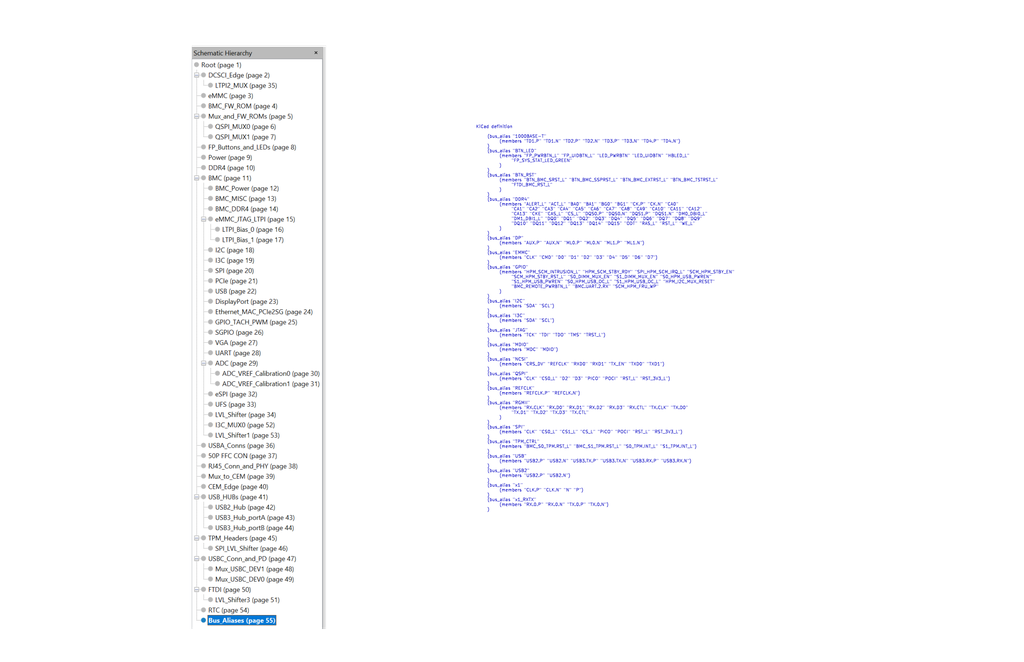
<source format=kicad_sch>
(kicad_sch
	(version 20231120)
	(generator "eeschema")
	(generator_version "8.0")
	(uuid "228c8116-9034-46a8-911c-1bbad45fca2d")
	(paper "B")
	(title_block
		(title "${PROJ}")
		(rev "${REV}")
		(company "${RPN}")
		(comment 1 "Bus Aliases")
	)
	(lib_symbols)
	(image
		(at 109.22 142.24)
		(scale 0.573818)
		(uuid "a17e68c4-6487-4f73-b139-2e5f63d1f053")
		(data "iVBORw0KGgoAAAANSUhEUgAAAW4AAAY1CAYAAAACTDQ1AAAAAXNSR0IArs4c6QAAAARnQU1BAACx"
			"jwv8YQUAAAAJcEhZcwAADsMAAA7DAcdvqGQAAP+lSURBVHhe7P1NbCPJlt8Nn3pQK33sqgWoLtww"
			"0KQgyaxlqQx2wZv3uQuyNgUMwI0XmhU1wIVNzaIeNDDqTbcG3RgthvJqxNXIwGxozEVtirR97Y0h"
			"EZaWEk0BlYJl2LiSIG3GhiwvLEBvnIhIMiMyMjMymfxI6fyAKDFZkV9B8sSJf5yM8+If/uEfHoEg"
			"CILIDP+P/EsQBEFkBDLcBEEQGYMMN0EQRMYgw00QBJExXvzd3/0dTU4SBEFMCe/evZOvVF69eiVf"
			"McP9hz/8gQw3QRDEFHBzc2NluEkqIQiCyBhkuAmCIDIGGW6CIIiMQYabIAgiY5DhJgiCyBhkuAmC"
			"IDIGGW6CIIiMMXLDffzXv4Xf1v4e/ii3iacJfc4EMT4iDPcf4e9r7Af5W7XU/v65/TxlOwxrmI7/"
			"mrVfDQKb749/DzXWvn99LLfTOi9BEE+KYMPNjcyfwn/6Z38Lf/jDHwblL8uywlPlGP5aMZ4EQRDT"
			"RYDhZp7e37UAyn8Ju3/yG/meZO3P/e89Jf74P+C/yZcDfgN/sss6rd0/Ya/GyaTOSxBEGK76oBP0"
			"ftoEGu7/3pMvCYIgCAVUHxCvkXZfu/83SgIM9xp8j4pI6++C9VgFgxauaw1Svw38f0Svo2m7f/z7"
			"Gnv/r+FYyhm+Y0WeI/w6+QTbn/4NYJ/V+gv1/82Tbxb3PSTG80a0U38fLnd5/z/6eoP3RYb7nM1t"
			"iMjjGv+PIKYTr/HGgozDaCOBGvfan/8llJkJ+5s/jfhB8R/qn8Lf/OO/FBo4L7ivh97fwJ/+FcD/"
			"5/4/6uStv1AnOfE4zGjCn7ma+t/CnwHbz2cIW/AXvz2E791j/e2fwSoeq8aM+p/+d/jn+vvecxw3"
			"Nc2eXaenztqfy/3Y6/Jfyjp/vsb/z4fNfY8C23bCNj/8XtRxpZaI++9j2jeFz3kNvQFWp6l/pH/8"
			"z/CfWG9Z/uckCRHZAr/nLt7XoyZ4cpJ53X/OLuRv/4yZMfxBYq9iMODHTeahrv4Z/K1i4Ni+yvYq"
			"/Nn/5/lRrlWAH/a/u0djHtdfseMomvpv4E/+Of7wda+fHetv/5ydQfKbPwGs1mM/fOP7/+k/D67Z"
			"p8+LkYVSxxK7+zYhO0PXI/UW6e0HE6edyvCX+rVY379/31Q+Z7ndOlQt9x//83/ix65ENR1BTBn4"
			"u3Xxvh41IYZb8Js/2eU9ycCAe8PZjuEQ5zCjPKXVfwb/VKnwG/hH/5j9+W//QxgM1+P6Xvvl/uZb"
			"Zgp60LfvnH8M/0g72W++ZdcW9H7vv2tGSR3u/wW7/vhY3rcR7Hhcj1Ur0tsPJE47rX4bcG0W9+/b"
			"N6XPmW3/03/GLTc7ossxNP+mx3b9p+HHJogpwzXU7u8Xcd8bNZGG20UYcBwaM4/xr6TnbYzASE5f"
			"V3ZLpAcaD66xaiGOiaIbU77vuCRtp8T3n+L9/uZP/jn7DrWg73QfH7KtMvzzpxypRDw58HeHuAYb"
			"cV+7/zdKrA23YA0qYuyrebHp0NeVtRKpPtjwx78HEeH4h8yHMyZqp6m5fyHPtP5OdP7H3JX/nr1L"
			"ENnB/c3pBL2fNjENN/v9e+MEf/NPQYx89dmmmKR1nNj8Ef5HEldyUteb+nkt7z/l84pJyv8E//kY"
			"O5NV+DMStwkiFgGGG8PtMOxO4/ivuSa6+mcV6SG5E2N/oYWFsf190SBhDI6j7saOk1aI2G/+EaDc"
			"6jU+x3/9p/A3usYg6/23/xF21rTuOy5DtJPt/RtJ+X75JGUP/uYvcMJT18UJgogixOPGsDtNS/2L"
			"/8Yn1pSh9tqfs6GBCCsb1P0LAH0CLQo8zl+WmW3wnA+Pk1qI2Br8uQwRdI//d9/+rUHjZfXYm72/"
			"+VNRL8gwpXXfcUncTrb3H0Cq9ysnKRk0KUkQ8aEs78REwIep/vRv/jH85R88IZwE8cyhLO/EFPNH"
			"+M8irpGMNkEkgAw3MXb++Pd/BX/TMzwgRBCEFWS4ibEh1pr5LUkkBDEkpHETBEFMCaRxEwRBPFHI"
			"cBMEQWQMMtwEQRAZgww3QRBExnjx0y91mpwkCIKYAr779huryUluuH/8oSY3CYIgiEnw86+71oab"
			"pBKCIIiMQYabIAgiY5DhJgiCyBhkuAmCIDIGGW6CIIiMQYabIAgiY5DhJgiCyBjWhvvu7g4uLi6g"
			"2+3ygq//9//+3/J/CYIgiHERabgfHh7g5OQEDg8PwXEcuLy85AVfHxwcwOnpKa9jRXsDXrx44S/f"
			"78K5rDJ9nMPu9+waN9pyO/uc734P3++qLd7emPbPgSAIl1DDjQb56OgIrq+vuYHVwfeurq7g+PjY"
			"3nhDEerOIzw+usWBOmxC/sUGjMc0tmGDXbe1HW7vwGanCq29knwjy4hOKL/ZkdsDSnvic9h5Ov0T"
			"QTxZQg13r9ezkkNQRjk7O5NbcclBbb/OzHkDPo/DaJx/ha58GQ0zdNsNKNY/QdbNNveoX+RZJyTf"
			"8JGDDxX2KWyT100Q006g4UZjjN60LSifDKt5d79Omck4/wJN5m1v1XLyjaxyDl9Zb1WsO2KEU5Rv"
			"a+RqW1DtNOELWW6CmGoCDfft7a1RHgkC62LanUQ4Pegwn7vywW8ghafoLcGSSlRd/v/5TXYugEZZ"
			"1gnRTM6/NKFTXIW83EZQHxbHldq353z+Q/nrmM8n5JtBve9h91y8p2vR7ALge29dK12ajWoOH+Ew"
			"sgPKw2qxA02y3AQx1QQa7iTe8/39vXwVAzRE5QZAdQtUuyIMV7lbB6evhz9Cq9qAMjdsshrHrm5p"
			"j73voCzDTteS9UK0a6fHupPKB2b2dPC46wD7g3M5zI3FzkCxy+0daFbQy3XrtaDaKKvGmBviMjSq"
			"LU+9Lejl2XuySh+syzoe4J4z1pPzA9aCfRRCLun0HLlNEMQ0Emi40ZsbDR3YzHs8xnwPttAIaQa0"
			"vcEMV5EZ4sOaYjj5JBrzCjc9s2hx6toj5IUgqq1DpaPJ1Q5ZR8FMulcjLu1pXm4JPrI6neaXfp32"
			"DhsB4LUr91+CPdnBDGDe+zqrywz84JjMk97iJ9U6siHpfrXw4gmCmBSBhntmZka+ssduH29UCfNA"
			"0Xv1eYxt+MzcTbO3K7xCaHxmtZA4deNTWPIflZlt+Ghw1POr7FydHqj+qiqX4OBiQMi155agIF9y"
			"uN7OzqyfOL/KWrQDaTnJuSXlrARBTCGBhnthYYEbV1vQKOE+8WCeJXdTy/bheYw4xmWShsiN5PDK"
			"JXi7w9DX5t0iNXuCIJ4PgYZ7dnYWXr9+LbeiWVxc5PvEprQnJIayfRz3eZiGoRGnronEkS7nu7DN"
			"vGnU0qMnBe3pa/NaSSvMfNj2Ighi9AQabmRlZQXm5ubkVjDz8/OwvLwst+JT+iTiuLf7Qq1fCx5w"
			"Dl+EZiBjq+PUjUMOgp31Lvjtuc25dN0cozgCrr39WZ2czH0AofokFX1iUFgyyE4EQUwLoYb75cuX"
			"sLa2xr1p9Op0cKiOXvnbt2953cTkaoBzbJ3Nnb7XzY15ZxPyWrhbewMfIlGfZIxT19WObTxp1KzN"
			"HQJOsOqhhtq55Hm8hlbUkRscObmI1+7VitxIGwV3IlKXldqwkdqj6qLzKa56AyAJgpg2Qg03ggb5"
			"zZs38P79e8jn89xQY1laWoJisQiFQmE4oy1xve6ya4SYMT/sPw4/0HRFyN+e6tXGqcu2UFfvbOZF"
			"vRBxnevjvslGhBloZxW2vedqsPeUc8nIEGZo3Trbq45f4y7tiRBFTz0RaYgTtxpYlx1A1bnLAFtq"
			"NE1yHOixjsU8IUsQxLRAWd5DwYiQPPS2BhoyPoCT3yxoRnoUYGw6M8qt9PTrKPi9NSu+sEqCIEYP"
			"ZXlPjQmu38E17iKMT7WQMokxrJIgiGmCDHcEudp+yk8nqpiWWAVc/raMi1vta0+Tjg6uv7M73R/X"
			"CQmCSAwZ7kjEOh9hj8YPQ+5DBcDV291S7vKHlNIMI4yCLwdAEglBZAIy3DHBR9sf09S3+cSqGpP9"
			"+Kg+Tk8QBOGFDDdBEETGIMNNEASRMRIZ7n/5L/+lfEUQBEGMm0SG+1/9q38lXxEEQRDjhjxugiCI"
			"jEEeN0EQRMYgj5sgCCJjkMdNEASRMcjjJgiCyBgT8bjv7u7g4uICut0uL/g6SVZ5IgyR+d63DgpB"
			"EJkn1HD/4T/8R26kbQvWD+Ph4QFOTk7g8PAQHMeBy8tLXvD1wcEBnJ6e8jpWYLIB7/oenmJjrHBx"
			"J/++32vZ0tVEv24JOn7kMeU1W69XhYtN+Y6HxT7N22SQ7TaihbnGhe/z9CXq8L9HEOMg1HCf9f4L"
			"/O53v7MuWD8INMhHR0dwfX3NfwQ6+N7V1RUcHx/bG28lY7xbWlCQizaZ7YbwRMWa2uq+SpIDbjTV"
			"RL+8+DIhIJbHTITpHke9FviQtHf8mYcyBl+bXPk8ZaIOj6Eu7Yn3drLdPxEZJJFUkoRer2clh6CM"
			"cnZ2JreSUII99kNDg9ko6x60SE7QqLaMxq+05y7uxDxGkenXv0JfaU97z/aYzwXRdsX6p+nuXKJY"
			"2tKyJ+Wgti9S5A0M9QTXayeeNWMx3GiM0Zu2BeWTYTXv0h6m/urApscdOt/dhgamHYv0BEUKLxvs"
			"j/lMOP8CTeZtb2W8t8qVSv4lbg35SnO1Lah2mvCFLDcxRsZiuG9vb7l0YQvWvbm5kVtJEdnfofFZ"
			"6sFxMr67+25rHrvOMFnk00TX4vWRhhch66h1xXs+7V6fR7DQc8+/NKFTXAVv4h6hFaMu758z8MtZ"
			"/jpmrXy092Hk/Ctgkn41Jydm6u9Akyw3MUYiDTfmdrctQSTxnu/v7+Wr5GCW9j7cEwTrDOZ9jz0f"
			"8kOPecyRwI1SHjYLKNW4euwW9PJlNhLQ4HVdWceibn4ToO5q/FLjjZhwdNhQxZz+rAFlkQW5f26n"
			"XuSJj5VDtne0eQX2OTTKqjEew32Y4J0S+1Z8VHppIZd0ev6U0gQxKqw87o8b/yayeHHjvN2/6OVM"
			"ji54RrYxMpgLrRyNC3Rk9vgAAz7arOiy8/B6jB6j097ZZB5uHRxFqpEZ5uWWi31d5vWus7qKxp+D"
			"2hZOHISNQs7hK7qkAVRbqt6PSSn4XIRXI/bNIYjRT6f5pV9n9PdhoL0B+U3WKQVp992vg3sgiBET"
			"abj/1//8B/jXf/XbyIL1XDA00Pt3ZmaG/41Dkn3MFGAYuyoy3ngNeJgMMQoMUSV9g9WGz8zFNHq4"
			"Uo8dEKOuHElUVdcShzDsajoQ5VyaOzLdUxXwUVGnB+ohVbmkrLjR47sPFx72x3OAOv7JakZuSW1p"
			"ghg1kYb7/v7/WJcgFhYWuMGxBX+suM+w4LAdXL3VMLEUB2HApXyyLj3EIY857aCM0ffyseSZ9yr/"
			"b1RwI6mFYQ4bUpn8PoRmXm6IztNktAliEoxlcnJ2dhZev34tt6JZXFzk+wzF+S5gRN/AM/MPueNT"
			"gk/c83Y9xDSOOb1UW5qnL0tUAE3ijkx+ZnjeNI1ksvtAo12GBkoyETlAz8P0IYIYAWMx3MjKygrM"
			"zc3JrWDm5+dheXlZbiVFapvsR7fv+cWVPok43PUhtA7uxXtI45jJwYiGgI6j/VmbqItRN/cBKqxu"
			"43PcCbwcBKsG6lyDwCYqR9fNx3Ef7FAbONFZhZZt5vvCkl09gkiBsRnuly9fwtraGvem0dvRwSEs"
			"euVv377ldRPDIw7ysAnMU9J/dJhRnY27O/hkpWGisb3h6tfobRkeK29vcL1VmaCyPuYokBNtqL17"
			"oySwDVRhmJGgbqOsheuxdokIpUPN2jwCwUlWtU3bG+xz8j5hKaUnr6EVdeQGZxz3IXX0oIlIBdH5"
			"TDSyiHh2hBruldV/Ar///e+tC9YPAw3ymzdv4P3795DP57mhxrK0tATFYhEKhUJMo22IuMg3oYKT"
			"eUGeUmmPdRwyJMy7HyvlhnciE8PX1P9/Ue6atU7rYybBcI+s9A0RnhujKZhx6v8/j7pDPV4jbl3W"
			"Ian6cBlgK9wD5RN1vslGhBloZxW2+8fCtmHvKU8nysgQz/Vtrzp+jXsM94Hwzri/j7d4OyDxsNZo"
			"I4sIQuXFT7/UH3/8oSY3ieeJ0HOZFY3Ur6PBiJA89LYGxxqs++FfEiBd0rwPO/i9NSv+0R1BxOTn"
			"X3fhu2+/gXfv3sl3VF69eiVfJZRKaD3uJwbXhouQzmh/gut3pHofNkiZxPjAEUGMjkSG243PJoYB"
			"vUPTMFwUm6Vp44Leoe+4uAoij1HeT20xrFxtP/HTiTaM6z6i4Po7u1PvBDhBjAPyuCeGeDJTD1Fz"
			"yyhihnMfKgC6bhuk2w9FDmqH7D5GpFeM7z7CKe2xeySJhJgApHETBEFMAaRxEwRBPGFI4yYIgsgY"
			"E/e4yXsnCIKIx8Q9bvLeCYIg4kEeN0EQRMYgj5sgCCJjkMdNEASRMcjjJgiCyBjkcRMEQWSMzHvc"
			"d3d3cHFxAd1ulxd8nSSrPEEQRFbIrMf98PAAJycncHh4CI7jwOXlJS/4+uDgAE5PT3kdG3DRInWN"
			"5QEiB2JYkfvhIkeG//cthsQTPXjW05aIa/DsG5GwwId7fov93HtS8xCw8wfuK5P3uju45wpaREr+"
			"f/RCWdpxM4lhsTDj/agJkAdlkGiDfy5xP3fiWZJJjxsN8tHREVxfX/Mvvw6+d3V1BcfHx9bGOwi+"
			"kJC7+BMu3s/eU3MYeteY1jKys/p8MaQIw4RGU6xX7e4rkzIk+RF3NmEn7HSs48C8jkNR2hNZ732Z"
			"ZRBmyDATTbUVveBTe0fNgJNBzne3+frf3s+cJ3jwNYxIuODPfznIZ1naE5976OdHEIxMety9Xs9K"
			"DkEZ5ezsTG5NgFwN9rmB2w5PX7a0BY7SAeSgts8MQJQR9lGEYkSOxfMvTeiwStgBDQNfupXfmtq5"
			"iFyNrAP7FGWMmQfKehC79GDTC2b/V/qd/mf+2TiCC2eCa5kTmSJzHjcaY/SmbUH5ZJKaNy5BWoQO"
			"9Py5vPrkSiX/0qAy/2LcjOmVCuZYDOoo2rCziQv/V/ixh2OQ+7GfKFl681ZrYp9/gSbztrfGuAzr"
			"uODp2/TkyOdf2TvRSR5ytS2odprwhSw3EULmPO7b21ujPBIE1r25uZFbE8DpMbOdAP5DT5DL8MNH"
			"qLIzNk2/fJ4hBo3lknxjSEp7PB9kZ3OddRTMgzZk1g9CeP6r4LVjg7kGvx7sl2QMmrFRktI1aNSU"
			"xXtB8w/9ugn15nNMS1+swIdEfRJmsQ/4/AhCkjmPO4n3fH9/L1+NH/4jZsbyY0w9gBu2BPsxawqf"
			"2FC9s7mjDdWFNAHVj6lKE6U9TNCLCY0xG3sR6vt2iQWcXlDKL0zSzDP/9nVg1NMx2a9il9s70Kw4"
			"Hq2YXUejrBpjbojL0Ki2PPW2oJdHOUcD6+Y3AeruMeU8g7EzCKG9AfwwejvwDlxL/GzsGIRc0gkb"
			"ohHPnqnxuG3/4hc+M/AfMTO/rZhJcuV+SfVfIc80QJG6uTRhoz3HRXQUnOqWZdqwc+D9WQDV1mDC"
			"DkEdGT17Rftl3r46+VmCj+j9N7/067R3xAjAUURomUlebgnkaEGZUJVSUNT8BEOJPNpeBccz4dgH"
			"s833Ow8srKPpsI4hIJoJul8NRp0gBFPjcdv+nZmZ4X/jkGSfZGgelUynFSdoghsBnjvRSZ6GK1cD"
			"YXMGho4bMWvDGgPmqa5jJ8NnRaONnBezDGQeZeRX2fE7PVD9UFUuwWCWAW34jHq7yauX8wd9eKeG"
			"gxHtxPnVyPkJRIk82gdYx+uJlFkwdR2OVhqwrTWa0MgJIpiJe9xxWVhY4D8QW/AHjfuMBy0c0OR5"
			"BSJ013JDHGPY3ImlTxiVIie55KShzzDp+AxjFNJTZeZn6xCjTFjHtZ5MF46L8HLzilyCXvkwoBzT"
			"73Sx5PHeYsI6zUP06L2TtoGgno3NTrIIEY+Je9xxmZ2dhdevX8utaBYXF/k+0w0a7TI0cFgfy9iH"
			"kPsAFTSkO205EViH5CqJiEEuaiER57vrwJxtKQUNQhijDZYgbsRMH7cjaqWbHNgfYy1K7DBz3aOP"
			"iZgXIYhgMudxIysrKzA3Nye3gpmfn4fl5WW5Nb2I2OcqtFLNGD7QaNebQROBA4y6uAuPRilCxRsm"
			"ISUSZu0Ghk1KNCLKRL5nJAfBaoAWRsc5hy9Cy2AdRBC6bi69WY/m3YffjwfeybGmCol/j4VtRJCU"
			"aPQOkVNYSvG7QDw1MudxIy9fvoS1tTXuTaNHpIPDXPTK3759y+tON1KLHcWDKCURGtixiZd2dfHy"
			"4BFsDkZb8Cchvfr4QCLRn3rsR5lESCaoWRuNKu6bVyfs2hsYseI5l/RovYZW1JEbnEGcuRIZ4t6P"
			"gtvJ6U+CspFQqFZt+n/2Hkos2gjnfHdD68wG9dTwSdFJGY05QUgy6XEjaJDfvHkD79+/h3w+zw01"
			"lqWlJT5RVigUYhptDEPTNM6EcbxJ6OCj8fr5eQmIOrBCRnxYhgDySbZWQZ1gZcalgBKCx0C7RtLc"
			"2chz6gZTg0/AGTV1ZqCdVdj2tEG5wd5TniyVkSH4aLmss73q+DVujOTQ6olIQ+xcNLAuO4Cqc5eB"
			"9Xghnm8JPhYwMkTdp4shhb7RU1dt18B6QpaKHb9PPCte/PRL/fHHH2pykyDGBUaE5KG3NdCQB2u2"
			"xAyfjI2YU8A1RrQBw8ThbdCsgJOqbEZkgZ9/3YXvvv0G3r17J99RefXqlXyVYY+byDoTXJdDavbT"
			"p0ZImSRiPoIgMqlxPz/QQ/QOs9USvXzqdMIXqkrydKIl6L362gaXnOVx8hbrqYwZLkGxFrFZMoB4"
			"3pDHnQnwYQ01RM1b0gyJGy85qB2yexiRXoGRMqDPHciHoqaxzfgcA0kkhAXkcRNTAz7arq5vPiT4"
			"MIyvo0spTp4gJgh53ARBEBmDPG6CIIiMQR43QRBExiCPmyAIImOQx00QBJExyOMmCILIGORxEwRB"
			"ZAzyuAmCIDIGedwEQRAZYyIe993dHVxcXEC32+UFXyfJ3k4QBPEcGavH/fDwACcnJ3B4eAiO48Dl"
			"5SUv+Prg4ABOT095ndTABYVwfQqLdbXdTN3KekfD7u8BFzzix1KKlrTAiEyIO6KFmMaDYZEs7X54"
			"+41x/XOCyDJj87jRIB8dHcH19TX/4erge1dXV3B8fJyu8UY6m7ATZvdkDsNAhtpfGC2xzrS6boZV"
			"ctv2jpr9JYOc727zta/79+4mN/AY79Kew1cKDG1ngiA4Y/O4e72elRyCMsrZ2ZncSoMiFCPyCYpk"
			"uqye3FYZZn+xYH+j2mIGy794UmkvasEj5m2zHmEkac3GCC4epfQ7uRrsY5acxmfWQi4TXJ+bIDLG"
			"WDxuNMboTduC8kmamnelgvkEtwNkiTbsbOLi9ZXAzNxJ90dPkycBTuot82SyFvkiMwhPXaYlBs7V"
			"tqDaacIXstwEEcpYPO7b21ujPBIE1r25uZFbIWDiV1YX6/MSpJF+EElzmyaLwLOhoHFckm8YSLS/"
			"TWbycIQnvwreRC1CK8c8lFL79ty/Xwb31zFr5boGjdq7eM+XiMC2zSM4x5TsxQp4E8eLzOwB7UwQ"
			"RJ+xeNxJvOf7+3v5KgA0IPlNAEy4yrVToZGas6mIBLadzR3P0BwRUkS0cU2wP/eWmW0aIj+W0wtK"
			"Y4WJjXnW275u7LDrw0S3yu23d6BZcdsHSwuqjbJqjLkhduUct94W9PLsPVmlT6w2D6G9Afww+3rS"
			"ACGXdHr+FMIEQQwYyuO2/YueWbowg7m+CR1mbAaZTHJQ2wqWNDAbCjNtoEjV3LgWof4p2idOun/y"
			"bN3ngE5pENWWqo+jjoyTnYpGXNrTMr2U4COr02l+6ddp77B2LNbBUeQcmUVdbgnit7kXN+qGl+1V"
			"cMISGnS/Du6BIAgfQ3nctn9nZmb43ziE7iO92epHzWDmV5mx6YDRYcvVQNiYgWHjRqu6ZZcRZdj9"
			"E2I2/FXQbx3JrzJT2+mBevuqXFJW3Og2fGbbRq8+t6Rq9kna3ANPy+V69PsA63g9BplFaN8EQYQx"
			"Fo17YWGB/2BtQQOD+0SB0kDfi8PCxt/MtgRS+sS8SHfyiw37hcoR7C3rxNpfGr6ud/ZtzAgvN6/I"
			"JVYhiCHEbXMjmFIMPfrOJqxHueoEQfgYi8Y9OzsLr1+/llvRLC4u8n2iqHpjgz0lMIgj9wEqxQ5s"
			"7rSZA4kTf3WwUEkGxNrfL0skIbHhdzsW1kZpJsaN3eZB6B69hE9aEgQRylg8bmRlZQXm5ubkVjDz"
			"8/OwvLwstwLgBpR5fyGx1WYGmuw6G/ebJ/7CiLe/8NCTepU5CFYN1DA6gU0Ui66bYxRHQOfCo2U8"
			"JG7zAM6/srsIkIIKSzE/F4J4XozF40ZevnwJa2tr3JtGD00Hh93olb99+5bXDcc1oGUtBK4NG1Hh"
			"aSUR2tdJGh8dZ3+UBFqs9mbeqOe2N8IfeUfN2uyxM68/jyGBA9obefUJS+nReg2tqCM3OLIdWeei"
			"RIZg9IgqhjOStrnp/9l7KLH4Riyi8xkmEocgngNj87gRNMhv3ryB9+/fQz6f54Yay9LSEhSLRSgU"
			"ChZGW1Lag0dmFFXNtQzMmkZ4ayK0L9wzDSPm/nidbthc/zpFKTcKEBZ0wifqfJONCDPQzipsK8di"
			"7ylPZ8rIEHy0XNbZXnX8Gjden1ZPRBq22Fk0ErV5CT4W9HsvQxdDCg/1/RzosY4leSQOQTwPXvz0"
			"S/3xxx9qcpOYLjAiJA+9rYGGjA/giHVP/I/Qpws+gMOMciuBfp0Qfm/NCjg+g04QT5+ff92F7779"
			"Bt69eyffUXn16pV8NWaPm4jLBNfv4Bp3EcanWkiZJPa8A0E8P8amcRPJyNX2kz2daAl6ub7H2nE5"
			"2zIubrU/0hh1L1x/Z3e6P64TEkSGIY976slB7fARHkekV+AToYCTp14NutyFupNuGGEU/AEdkkgI"
			"wgryuDMGPtpuWiI2MRj5osVkP4Y9jk4QxMQhj5sgCCJjkMdNEASRMcjjJgiCyBjkcRMEQWQM8rgJ"
			"giAyBnncBEEQGYM8boIgiIxBHjdBEETGII+bIAgiY0zE4767u4OLiwvodru84OskmeAJgiCeI2P1"
			"uB8eHuDk5AQODw/BcRy4vLzkBV8fHBzA6ekpr2MFLoTkXV+DF0NiArdeVIIFhpuJPGg9J1yQST0f"
			"lvBkCH2M1ysKnk+cW02O0AcTG7B6vsWgOLj8KtvXZhGqoGuIaBslQ7tbgs6XYnuryKTHdpWzgfxc"
			"vffE28Si7Yjnzdg8bjTIR0dHcH19zX+sOvje1dUVHB8f2xtvTCjgWWOjVcXMMAGGtLMJO2G/eZmj"
			"0YwwjmIdbO+aHnGT7xb54k3e/bHg+lElTFAJDTBlBuP5LdlfYzYcmQLMPumxfg1ukgdDpyENi0jS"
			"oO3TxcQLIZ3WUO1toL2jZvh5ArR3/ImWS3vi8whtO+LZMzaPu9frWckhKKOcnZ3JrXiU9jBrSwea"
			"PA27lyIUI/IliuS/rJ7cHiASCjSqLWaw/Is7lfZSWpCJp0QzJwd2eh2eIciUDUcY9WHWzc5Bbb/O"
			"jqB3GjK9mPG+xYqFoqM0jRKGaW8TzNtmVr5Y/zTi5BFjJLDjmuAa7ERmGIvHjcYYvWlbUD5JW/Ou"
			"VJhZbGwHeIht2NnERfwrvszj57vbzKSNw9MLygrfhs/sB15g1+Y3rsKoswuHDyl0Ht5Ow+a+RUfZ"
			"gG1DoyZtbyPnX6CZNEfoVMI6ovVNgHoLMAueTq62BdVOE3z+B0FIxuJx397eGuWRILDuzc2N3IpB"
			"WObwDyLJr98bZ/BsL2gYluQbLjaZ09MDkwMzy63+YOW1fayZsqwLoz501hinx732St/62953UGfD"
			"SNTeZoR3vgreQYWYb0BvX2rf7DvjFr8M7q9j1srlfEG/oBQk3vPNL7j6tFti6NLnu+tc9tmqBQ2T"
			"MPt+QNsRBGMsHncS7/n+/l6+skV4MTi0NzuJIslvZ3OH/Ty9sP1wzGoyUtzTY4ZxTPm7MKkBu0Lo"
			"efSQNrfMaLRygLmDmVs8MBBhHZUtaIAwo3t1yyP5iKS9NvctOhtTQuME7R0Al4qMnVMDyiKzcV9/"
			"d9g5MZmxYpfbO9CsOP06j5gIuVFWjTE3xK4k5tbbgl6evSer9MG6efSY3WPKeQKbiVO27zobbVRb"
			"ftltgJBLOt4vAkF4GMrjtv2LHslowB+u6/XkmRdThPqnkJ8DN4ya3MCNc/h+6WUdR03Y46Vh8Xpq"
			"Od2rPoevzDK7RotPYHo8cqFvM2/c1gJytGvI92ALjY+3t0ujQ2AkbW8V0QZBVFvqHAMmmsAJY0Uj"
			"Lu1p2Xz8IwU+UVisg6P0+jJTvtwSDByEwTFzUNsKk4ZcopwLDW8nTRAehvK4bf/OzMzwv3Gw20eL"
			"dnAq0ESjFOT55Gogfl+DHzX/wSre5igxRJUo6bqkV934LLxUaeT6EgafwHQ98qQyjvcahEZdDmgv"
			"00RpLFJsb3MnYu60zKMAZjQ9cgkOMgaESE65JVWHl6MwXxRPfpW1rDpa0uF5NS0jY3L8i0AQZsai"
			"cS8sLHBDYQv+sHCf2DBDsY+zPSGeT+kT86Bcr5UNW8WoPeCHJH+0QxuwGIiwwC7gKYVHXYCBzULt"
			"E+06Glp7OSMY5lFy97SsSgvyvm2G6mJyVNWfvcRq7xEh4sXzilwSL4zTD8oxbifAC0bgyP8z0t5g"
			"nQV2mmESCUHYMRaNe3Z2Fl6/fi23ollcXOT7JCHSU+FyRAc2d9rCMLLhcfCoPWTybVRIrxonprhR"
			"VDxqoX1yj5xP8HknFBNS2hPSQtkb1ifuu+/5B2IxORqrvYNJ3Hm6nUUr3eTHeDy3E/AWszMtdX32"
			"uapSGXrg7G3WceK2t/M8D9OHiGfPWDxuZGVlBebm5uRWMPPz87C8vCy34iO+8F4vVWegR66zMW9U"
			"RIbwGDdhPVy8TBHZWfR2uFHUvVOhG3fh82cufqcSBsjvkXUD3rA+N9QvSEZB2hs4cRcVphevvf1I"
			"+ciIGJmo2EhIum4uRjLGDpp3kB588xA2iLh3v6F3RDignBD1Gf3CUsy2Ip4LY/G4kZcvX8La2hr3"
			"pvFLqoMeB3rlb9++5XUTwYajeYwPrkc8qCG92o5NbDBmQWcuaWczbwz5am9YPvIeA67RNhrco/Yp"
			"IVzG6LD/ZsYprR+21KLVCBA5MYfeoO++hV5sPfSP094GsD3Mox70YNUHgHw6spR9vIZW1JEbHNm5"
			"sA5aiQzB6BFVDGe4HZEmL7Gr2EjtUXXR+YwrmonIHmPzuBE0yG/evIH3799DPp/nhhrL0tISfzKw"
			"UCjENNreqBJW2I/MbkgsQtXCvTIPpT3hHfFHwz3nY6XcCPPukyG8aobRo5YyBiNNrdj1ustKlAvr"
			"tFgn2yro9+3qxbZPjcZsbw0ufxlDDpmBdlZh23Nt4vF8b2fi6YBkne1Vx69x42es1RORhjjy0MC6"
			"7ACqzl0G1iul5CGL+Yv0opmIp8aLn36pP/74Q01uEsQ0gh5+HnpbAzkBH8ARa8eMerJPLHnATmQX"
			"wpcC/N6aFXCUiCPiqfPzr7vw3bffwLt37+Q7Kq9evZKvxuxxE0QyJrh+h5wEHp9qIWWS2HMBxHNi"
			"bBr300Z/VFot5uVY02YarmF05Gr79k8nJgC9XF8b4RK1ZVzcan9Mcf54yjy7yzrsj+uERCYhjzsV"
			"SrDXjxTwlzTD0IKZhmsYJTIyY0R6Bc4rAE5Aezu8cpc/rDTOtivtsXskiYSIgDxuIpPgo+2mZXYT"
			"Iydi1Q4vpSV7CSJlyOMmCILIGORxEwRBZAzyuAmCIDIGedwEQRAZgzxugiCIjEEeN0EQRMYgj5sg"
			"CCJjkMdNEASRMcjjJgiCyBgT8bjv7u7g4uICut0uL/g6SSZ4AhFrlGR9LRKCIOwJNdx/+A//kRtp"
			"24L1w3h4eICTkxM4PDwEx3Hg8vKSF3x9cHAAp6envI4VuAAQridhsXi9yDmopoZ6trjtZijYPqKt"
			"1OQEfTCxAKtn7iTkIlc2jRx0DRGfpfs5KiXofBP7fsikxJn+sqmJlQdlkDSEt1lqiSOIuIQa7rPe"
			"f4Hf/e531gXrB4EG+ejoCK6vr/mXQAffu7q6guPjY3vjjXQ2YSfsNyJzDhJeDNnmWcH1m0Sy4gaY"
			"MnOJ5MWsyU3ZaM6/AmYDs0/uoF+Dm6jC0GnIDkMkSdD26WLig5AsROP+frR3rDO5Ty8ikYM/r+Zg"
			"7ZbSnvi8QtuWGBmJpJIk9Ho9KzkEZZSzszO5FUURipjlKyT/n0hQy+rJbSICnmbMnJwXkxdjpiJT"
			"Nhph1IdZtzoHtX2RhUf9OJknjxnUeV5GfVEpsWJgq+pPYSYY9/dDJAWOTJ33JJjgGunEeAw3GmP0"
			"pm1B+cRW865UmJlpbAd4XG3YwRyUlQrPO0jYEJTZXmR0L7C29BtXYdTTSl7s7TTOd7fZ2cI9WDex"
			"sTfZsctYvx/nX6CZMK/mVMFHT9GdcK62BdVOE74Y25YYJWMx3Le3t0Z5JAise3NzI7ci+CAS0TZN"
			"3x6evQR/SEvyDZcgHVJ9HxfXx2tRq8XQct3jYX23aPv1tUIpB7j1zDqyfrz0ExUjPFmx/oOUbfmx"
			"ZspyLoz60FlbnB732it962+TsR0J6mwYib4fAp+mHvGZC+99Fbz2TnyHcDTg/y74Dxf9fRHoSTPw"
			"exAwSa19r9LVpTE7fkDbEiMl0nBjPnbbEkSSiJH7+3v5KgqRiFbNUI6wHwGKlwkT1CK45jMmlfUO"
			"B9sbZWgU6+DYaJjtHZlU19UImWfYKPt/XJhdnCemlfVkVnnlN8t/gHnYLKBk4B5vC3p5dj2ySlqI"
			"ZMUd6Hn0kDa3zGiUcoC5e5lbPDAAUt8eKrkt3h9mVK9uedbAFlqrTbZz0dmYEgon+X4IA1russ+5"
			"39aGpMEaXEoydl6Y1Jp/wP3PzmHXhMmGlc/Y5vvCvwfsM+fSkVsv4HuAdfObAHX3mHIeIaIDEh0o"
			"yk9RBl/IJR3vF4UYC1Ye98eNfxNZvLhx3u5f/OBHiTA02vCdD1uLUP+U1GwL+DDcneBiP4TtBjvm"
			"vmWGktKelj0lyDPUjln6BJgU3evVtnc2mTendxgyg7ncskf7Ueo/zJzuVZ/DV2aZXaPEJzA9HrnQ"
			"t5k3HquptWvI92ALjYv3/tLoEBjxvx9yck7J2s7aOrSzFm0URLWlJmUwOQU23xf77wHrfNbF3MDg"
			"mDmobfGTho/UMIt9v1PAIn4DxoljxNuJE2Mh0nD/r//5D/Cv/+q3kQXruWBooPfvzMwM/xuHWPvk"
			"aiC+jx7PGL/giveWFPajYL+wxvYGbLAfArOwMY+pDn/RqfTh04Z1rzZEisgtJdBn9YgOVpR0WfL8"
			"jc/ihyqNXF/C4BOYrkduK2foeK8BvVnmlQZ4gqaJ0ljE/n6gBMDql+NLUeZOxtypmUcJYd+XGN8D"
			"/pnhx6KdOL/KWl4dTUWDafHEZ6TPI+T4F4UYN5GG+/7+/1iXIBYWFvgP1Bb8wuI+cSh9Yh6H6wVy"
			"z9jwpU0K80BahQb72sZL4io00rwy/EUvKwuIsMAuoM0UHnUBBjZJGjbuwtrLGcGIzpFZSlU6kMbI"
			"ZiguJkdVfdlLvO+HN1pFGtEoeSEFRvF9QTnG7QR4wQgd+X/xEJ85ySLTwVgmJ2dnZ+H169dyK5rF"
			"xUW+Tyz48J790HbawtCw4eSQKsmA9gbzfDBkLEbcqmscWhlN1Cu9apx44kZR8aiFtsk9cj7B551Q"
			"TAh2jtx2e4fjQiroe/6BWEyOJvh+8MS9aEBRhmCdis3EXuLRwYi+L/5YbFFspmhsOA/Th4iRMRbD"
			"jaysrMDc3JzcCmZ+fh6Wl5flVhwG+t06GyOG/ojZ//gm2DjCe1RpwwYbr6JGeciOrxqWuITroMFI"
			"b8cUNcEN5yiQ+mpvhxtF3TsVunEXPn/m4ncqYYDcK9aG426oX5CMgvAJY1YrPAwvzvdDAxMJY68S"
			"Gvomv1NGxMhFxUZi0r8vMb4HvnmKIZHSi3FkVViyb0siFcZmuF++fAlra2vcm8YeXweHceiVv337"
			"ltdNhPQSOxaxtGKCzetBo7bon5nnRqHaEh4KnzQMNyJ95DBfmWDcyMNmonGqNDo4QeQ9N/PSeCTG"
			"iOAabAMlIkNML7+/DvtvdkNp/XClFq1GgMiJN6PHK6M/cMLY0R/OMWD9/WCdtfYZi6ia8A4K28to"
			"VNk59QeExHfBE59u9X2J8z1wOypNfsJ7ixg5nO9uaNo+2wclFjZKUaVC0fkMJ5MRSQg13Cur/wR+"
			"//vfWxesHwYa5Ddv3sD79+8hn89zQ41laWmJP5FXKBSSG22OCP0K92IkbGjuhmQJ/S8PvS2HR3O4"
			"oObIjUJ/TM1+DPh0nx6iZcRjcKS+uL3qJNcscaZfO56IMEOPdDQIr5phNFhSxmCkNpfAcL3ushLl"
			"wjxe1tm3ChjZ4H5eWFw9WI3YCCbG98Pbzqzw0EBlAtcPn6gzhiQyA+2swrb3ePzxfW9nY/l9ifM9"
			"wLrsAKrOXQbWa0V0tF0t6qgMXQwp9N2/GKEOG/VDxOfFT7/UH3/8oSY3CYJIDo4A0AEYaMj4AE5+"
			"s6AZ6VGAD+Awo9xKT7+Ogt9bsxLZoRF2/PzrLnz37Tfw7t07+Y7Kq1ev5KuEUgmtx00QJia4foec"
			"JB6faiFlkjhzBURqJDLcbnz28wY9HO9wUi3RUsoomIZrmsZ2GR+52r7d04kJQS/X14a4hG0ZF7eK"
			"+4xBcrj+HjM8lkgP8rgTgw8lmEOtsEwmBHAarmka22Wc5HgMuPIEaIrgvANs5tUOsdzlDzONs215"
			"qCRJJBODPG6CGCH4aLt/OdohkBO1aodoOzlLPBXI4yYIgsgY5HETBEFkjIl73OS9EwRBxGPiHjd5"
			"7wRBEPEgj5sgCCJjkMdNEASRMcjjJgiCyBjkcRMEQWQM8rgJgiAyRuY97ru7O7i4uIBut8sLvk6S"
			"VZ4gCCIrZNbjfnh4gJOTEzg8PATHceDy8pIXfH1wcACnp6e8TlxE3j+1hC+MpCZ3Ne6DiwBp/++r"
			"g+CC+Ox96/WJ3ONapNRy70tdf//7kH3lfbk7uOcKujj5/+o96W0TJ/mudv5M4/+OuO3EPxeLz48g"
			"vGTS40aDfHR0BNfX1/xHoIPvXV1dwfHxsb3xlkaTL5jvXQfCqYtFfUw/Lm6s1OSuvBizJWiZ1d3j"
			"pmGYlEw+BmQ+w6GQiSf8GVWQNk/vBtWWZ6EjXCUwD5uFVv+exS1bGu/2jpohJqvw75X/O+K2U2nP"
			"4asJWucyJQhGJj3uXq9nJYegjHJ2dia3QsAfF6ZmYobHt+IZX9SnBVU9XRR6USK7q39VNmbkIldq"
			"Y8fd54ZwO4YXaqIIRTxMSG5BkRwXkx0PB1+ylF+y2omJnI/eTEHYpNvsPdXwiv1Fwt5wRNsW659G"
			"nHxg1LD7WBffq+DvwwTX8CYyS+Y8bjTG6E3bgvJJlJFv77Afl2ZkVEqwh160YmRNiYXjIVKDdaDn"
			"z3UVi0pFvzYvbdjZxAXvKzyn4XAMch6uuyeT3ry6FnRQIlxPdnj5jhGemDY6b+jUYzlqyNW2mGMQ"
			"loiYIFQy53Hf3t4a5ZEgsO7NzY3cMtHmWcwj8xDKRLPN/q9L5lwcxmN2euyIKfBBvzYPPDMKGsEl"
			"+caQsNEE9mGdzXV239Kj9CWRFZ2aKYksz8tozHo+QIwQVsG7N9fjX2DCXb9e7Jdu/HXMkpSe9AFl"
			"HPFe0PxDv67NvAJPMKzehxnM3h7w+RGEgcx53EkiRu7v7+UrA+dfmRlBux01KMcfF+aCHbjHpT1M"
			"0IoZvO1+yDrnX/mZYfhcuyIJrpodHRGSg1Vy3BgM7huzkBehvq/JS7JNkyaRdZjVN6fEakBZZMb1"
			"6OYi4bNil5mnq2rK7HobWoJnbohFBv9BvS3o5f2Z/nnd/CYAJszl9YQuHZ7l5hz4x4sZ8LXJaV+n"
			"IEci3u8WQYQxNR637V/84k8PItsLn7RDDdzSE+OwH3N+swPVVjqL7AvZpQGK1M0lB1V7TgeZLR2p"
			"bqW8iL80eAFUW2rSAExUIFQsT7v75hjE6KjT/NKvw+UxNlJwFBmDfZ6YQV1uCUw6tZSMQkdbctTR"
			"3YYXnz8OOgd2sZ3NvMF4M7pf7b47xLNnajxu278zMzP8bxyS7BMHkeXEa8BNkRPSM3c9L5luKrWg"
			"iVwNhC0ZGDBunFI3rAzmga6jbs5nRYedXDVj9tbNo5O8GAoxU+lFlUsw6GWAkMeMXn1uSZ0L4J0f"
			"Dlq0E+dXreYnOlBROwcZnaOPjoSERBB2ZE7jXlhY4EbSFvzR4j6ByB9qWFSGIFi3dREGXMoI67rn"
			"rYUDjiDdVOkT8xbdSS45aRgpAfkMXhTSA2V3uXUoo0R89zpZRMy6GoJnjNCMAcox/U4XC0Yhyf8z"
			"I6Q1LpWIN/rY6PwEEUbmNO7Z2Vl4/fq13IpmcXGR7xOMO8kYEenAJ/mKUPkQZW2ljBDbIKZA7gNU"
			"ZLidmOCrQ3KVxNxRne+uA3O2pcSTg9o+dhaeKBOEXweO/P2Wiev6xQpENaNpXyvcDquVbvJcPN6g"
			"0x2U4BFTDuI40WK+gyDsyJzHjaysrMDc3JzcCmZ+fh6Wl5flVjDcU2VmeTtwzO8+YGInO+Dk2mQY"
			"aK/rbHxvnuAbYNTFXUwdlZRImBUbGCwp0YgoE/meNFpeTVkgwgTDryvM4Jm81KDQQy+6bi4nmn3X"
			"x+D37UF2QtEjMj8l9AgMDkFg52XwzgnCyE+/1JnjkD3+7//9v48nJyeP//bf/tvHf/fv/p1S/v2/"
			"//ePp6envI41rSrqL4/oWik49Uf2u32EYv3RkW8JWo9VqLJ/NeRxinVPbf5e8dH7lhF5Lv0SAjEe"
			"F6+LXa/v2sT7+rFbVayrHcO9Z6Wy88gGEobjIvKcShvJ9zzHcOrFgP1VeD2tvcW+/vOL6/e+5z+v"
			"qMOK95imz9u9b1b8n5/eduw8vu+Ejmwzw3nVY4l6yjmJZwfa4r/7u797PD8/N5Z/+Id/6JdEhvtf"
			"/It/IV8Nz7DHuru7e/yv//W/ckON5eLigr+XDNc4mUqQgYyqxxir4cbDMCPnO4i4XuOxXSPmKXo9"
			"1/gFGZe+YVV21Noo0tBJ+PWoBrpv9D3GVRRDR6DVwWvm16+fXz8W/39xzb77tGgjM/p3yvQ9CPls"
			"iGdDHMP9Aiv/+EONfaeIYDBCAWOW5SbG/qYWDkL4Ee3d2xpoyPgATn6zAK3HdMIng8EHcMrATpRe"
			"xE8E/N6aFXD05RaIZ8XPv+7Cd99+A+/evZPvqLx69Uq+yqjGPX5yUDv0TEqR0R4xE1y/Q2r7IcFD"
			"KWOj+xOESuaiSp4P+uPYajE+wPGE4AtSRT6dmBz0cn1tiE84lnFxK++6K6OlvcFGcuxO1SUDCCIc"
			"8rinFvFUZt/L10qaoW7TiRzljGh0gxE1fFldb4coH4oaZ9uW9tg9kkRCxIQ0boIgiCmANG6CIIgn"
			"DGncBEEQGYM8boIgiIxBHjdBEETGII+bIAgiY5DHTRAEkTHI4yYIgsgY5HETBEFkDPK4CYIgMkbm"
			"Pe67uzu4uLiAbrfLC75OkgmeIAgiK2TW4354eICTkxM4PDwEx3Hg8vKSF3x9cHAAp6envE5cRL5C"
			"tYQv6KQmpTXug4sXaf/vq4Oc78L37H3rdZXc41pklnfvy3tsXGgpeF95X+4O7rmCLk7+f1BbGRd1"
			"CkU7f9aQnyVvM1OR7c4/F4vPjyC8ZNLjRoN8dHQE19fX/Eegg+9dXV3B8fGxvfGWP7Rytw6Od0En"
			"py4WIzL9uLixUpPS8tKqygpetGTB7nHTMEydTdgJO4zMwzgUMjs5NMqGjsVN7dYyLNAkDHC+v5i5"
			"Je0d2OxUoZXVJXRzNTj0fif6BZNJs6baEgtLlfYcvgpi6OdHEBqZ9Lh7vZ6VHIIyytnZmdwKAY02"
			"Zu3GBAn6Sm38B8h+bMw4qkuMMoMkstL6jRUzcpErzLHj7nNDuO3J1ZiEIhTxMCE5EUXiYFZPbieF"
			"L7XKL1ntxNobZb6GdV3LTOxmW49rs922LdY/jThpwvjhbaUkcZ7g2uNEZsmcx43GGL1pW1A+iTLy"
			"7R1mtJkfFOzdlWAPvWjFyIos6MMgkvV2oDdkOvhKRb82L23YYZazWKlAjKTjAchkxN6s7tKb969h"
			"LRL0Fus4GmFeZZxe4/wLNJm3vTXG5VXHQxs+Y18vvW2XXG2LOQZN+EKWm7Akcx737e0tl0Jswbo3"
			"Nzdyy4T4MYVnCWeUPjLT3oFm/9dVAkziPZTH7PTYEVPgg35tHnhGFzSCS/KNIWGjCezDRFZ35hmv"
			"s06PeZD+RABiPe0ka1uLEcIqeJPQcD3+xQb7tKT2zT5Xt/ilG38dsySlJ6v4nt2TeC9o/qFfN4Eu"
			"fb67zT+Lj74vGmadD/j8CMJA5jzuJBEj9/f38pWB86/AHENmt6MG5fjjYgbL4x6X9lCv7MBmPuEP"
			"GV1S4w85LiX4xFzazuYOM0VeXDknolOKyeC+UQYpQn0/3UQADhvKmFN5NaD8Yh1gf6AZo+7eKGvG"
			"u72jzTuw622UVWPMDXEZGiiP9ettQS+Pso+GlNKAjx6wntCl42XnkSMfo/wj5BLvd4sgwpgaj9v2"
			"L3o704PIUsMn7VADj+OJtTf4hF21lU7yWyG7NECRurnk4Neeh0d0FJzqVsppvoTEEkS1daicL1c7"
			"5CMARSP2zTGI0VGn+aVfh8tjbKTgKPIY+zydujYXIEcVylyGlIzijLb6I5+Qxup+tfvuEM+eqfG4"
			"bf/OzMzwv3FIsk8c0HigJzYw4Djklv/ZR3rm7lBbpslKLWgiVwNhSwYGjBun1A0rg3mg6+g98lnR"
			"YSdXzRSWTBdtHp3kxVAIVH9VlUsw6GWAkMeMXn1uSZ0L4J0fDlq0E+dXY81PtLm4HTzyyS0NPwNB"
			"PB8m7nHHZWFhgRtJW/BHi/sEIn+oYVEZAjEZWQxJ/y0MuJQR1nXPWwsHfFQ9xzQofWLeojvJJScN"
			"IyUgn8GLQnqg6D0eYpSJ6V4nixvN4pVLjBGaMUA5pt/pYsEoJPl/kdh+FgRhycQ97rjMzs7C69ev"
			"5VY0i4uLfJ9g3EnGz5o+rMGHukWofIiytlJGiG0QUyD3ASpoSHfacoLPG3YWF3NHdb67zsP7hMST"
			"g9o+dhaeKJOU6H5NeDzXSLbSTfqLxxt0uoNiNWLik9DhcxlivoMg7Micx42srKzA3Nyc3Apmfn4e"
			"lpeX5VYw3FNlZnk70Pi4D5jYyQ44uTYZBtrrOhvfmyf4Bhh1cRdTRyUlEmbFBgZLSjQiykS+NxQ5"
			"CFYNuuC35+fwRWgZgTIE1lHtopxo9mjeffh9e+Cdoc2ILJgomaRPYSn08yIIl8x53MjLly9hbW2N"
			"e9Po9ejgUBa98rdv3/K6keBDNmws3TE9yciMFY8+8E1kYdgYhqdptDe4njqxh0dk2GLHJg7a1cXL"
			"miaP9+zrqAYSiR7v3o8ySUkyQc3aaFTxHHm1zdsbGNniuSaD9CXqyA3OIB5diQxx71vB7Qz1J0bZ"
			"5281ES319BCJDdsWO5/wOgQxIJMeN4IG+c2bN/D+/XvI5/PcUGNZWlrik2aFQsHOaLuU9lgn4EC9"
			"WzZrmcYHJDA8zVMXi5x0THOYHg8p1ViGAJb22JC/VVAnTtk9F1Aa8Bho1/iZOyRXHoobImeGT9QZ"
			"pSZmoJ1V2Pa0d7nB3nv0RubIyBBmaN0626uOX+PGz1urJyINsRPSwLrsAKrOXQbWM0Z7yDLc1DzZ"
			"6iJkqfA6BDHgxU+/1B9//KEmNwkzGKHg8dow9lfzOok0Ee3d2xpoyPgATn6zoBnpUYAjKWaUWcc1"
			"ro+Y31uzAo6+3ALxrPj511347ttv4N27d/IdlVevXslXGfa4xwsbLh96JqXIaI+YCa7fIbX98akW"
			"UiaJmI8gCC+Z1LifB+LR68HQXC3xlkjNHnxBq9hPJ9pjXGYWV3ss4+JW+roro4NLUOxO/UsGEEQw"
			"5HFPLeKpzL6Xr5XJaejjQo5yRjS6wYgawMlob4c4gfkJPsdAEgkRE/K4iUwgHm5KUd/GSCJfh5j+"
			"Q1EEMQrI4yYIgsgY5HETBEFkDPK4CYIgMgZ53ARBEBmDPG6CIIiMQR43QRBExiCPmyAIImOQx00Q"
			"BJExyOMmCILIGBPxuO/u7uDi4gK63S4v+DpJ9nbiqSLWaXnq67EQRFLG6nE/PDzAyckJHB4eguM4"
			"cHl5yQu+Pjg4gNPTU17HClwQyLvOhKf01yUKqBPLIBiPYUoGTEwKXDDqhSmphUvgd8WzD0+YYaoz"
			"ig5EJjIe0QJa40PeR7+t9CQX7D2rZBNEXMbmcaNBPjo6guvra/4h6+B7V1dXcHx8bG+8QU/AK4q6"
			"LpFWx6mLxYVi/Whwsf7BMVpVzMSS1HgLb9J/+qD3iXQwfVf0tU9MdVpQkItRpfbZtHfUrD2ZBL+v"
			"edgstPpt1apiYpGB8S7tOXyFxx36TqfO2DzuXq9nJYegjHJ2dia3RkCuBvuYraWxndhrdlN1Nf0p"
			"caKRGVF8BL1PTBixSiNm0PGleEsE81K3cenYCaW2S4nz3W1ooEPj6XzE78Kbu3WC66o/ccbicaMx"
			"Rm/aFpRPRql5iyS5HeiNPQ07kVX6eTWHdR/Pv0DTJh9oFiiugppvQiZh9vywcrUtqBrT/hHDMBaP"
			"+/b21iiPBIF1b25u5NYIcHoij2RSfHkEgzRL9X2u+ckclv38hez/gt73wuvg+/3i13T7mqKm15o0"
			"Wt/xrHUAXdf07xvnOvzHm9b5gxJ8xGSUjc9Ku8dtx/MvTehoBm+g0fvb1n+46PYX6Ik4sF0DJn11"
			"fd9ClzbnBRW5M9Wkx2jME45OiUDG4nEn8Z7v7+/lq/Q5/4pmtwofE41V2Q8Hs51XW7FzEvJF8zFB"
			"LXtdxWS8qA2ygwS9LxA/tnK3Do7UEgd6osHIYcJenvRW1pXZ6we/bfHDV49nSJAbRHsHmhWnfx18"
			"30bZbwwir4PBDYaqkz4+bkEvX2YD7ukDs88PSNaODrNs5jRl+HnyBuu3hVMv8o5caTOb9uftytoQ"
			"c6P26wW0K9ZlTgPU3WMKXToy81DpE9SL7Jo99dobeHx9NCHkEq8XTgzPUB637V/sxUcDThJ6PAUb"
			"b6G9AfnNDjOQcRbl92Zzx6TBRah/SmT1Y8N/DEVmHLQsKXzih3ky/qE7u7Z9T13+A0NH0a0nvKKq"
			"kqG8BHu2vVBpT8sQIzzRTvOL1u5R14E2iHWAeG/KuWWWdrmVHobvSpRxMtKFr/xGk7TjOXCfIYBq"
			"S03kgMkjuLbu1Ygt2t++XQdOyOCYOaht8ZNGjHwwQxH7DnYHWfL9Gfc9dL9q3w9iGIbyuG3/zszM"
			"8L9xsNvHEAXgSwOl/WBleipbOyVQo0oenQo08ZiJfvhxaMNn5iKZPTThyehDd1YZPiiVc4Cj2sEP"
			"R+iQw020qcP1ssk9jryOkHvLLQFWTRfDdyXel0BSAKGQJW/HgcTmxTwC5F6+T5IIa/8Y7cr1dnZm"
			"/cT5VdZaEXNAPMRSZOLvt2cLuIOj/yy4rEKkylg07oWFBf7B2oJfRtwnHfQfbArpqVKITEmDZD8I"
			"kctRhDTKH3+MDkhounlluI5e4XMAZY7BhNxw7ZiUUbR/f17FLXK+JZg2bGBvocuFbDQg5B3//AuR"
			"LmPRuGdnZ+H169dyK5rFxUW+zzQzDV6E0OqTwXV1/OHj8LnBhrs2D0qc78I2/70+h2TFGvLedU82"
			"STt2hdYSnxG1f39eRSuBAxI5Oa9OQgrE78KVkwTDfE8JM2PxuJGVlRWYm5uTW8HMz8/D8vKy3Jpe"
			"xJfRHTbrMoCL0EGTE6QfI+fwRYxzzZqiLZg0F122xCFb4bptMDJ0zHRv7c9TNjkpteBiHfaDDKZV"
			"O8rviRHV2AlsPmO9/WO0a+4DCLUtpn8sJRfThGOgkS4sKR0eMRxj8biRly9fwtraGvemsTfXwSEa"
			"euVv377ldacaOcHpfYiixC2s9ykx1CENs/jyS+/zugLeL31inhxGaGieXHsDJ0mTPH3HhrnakL4t"
			"RFFNkzYgr1GZYOTXITdiISfB8N6814NRDkbRfELg9eCENOgTxMnaETVrc0eMkov+yLj2GVu1f5x2"
			"lXXZSEG9FXZvoSOHEnziUqG2X/93se+RI0XnY/LOieSMzeNG0CC/efMG3r9/D/l8nhtqLEtLS1As"
			"FqFQKEyp0fZGlbDCfgC+4Wpf33Pr4cQNRn7I/+9Tgj3mmWFoHK/X/+YHvI+enBui5Z6fFRGGFicy"
			"xgMO6fVj+SZ1TcjIBM/+26tOco2VtVlfYnCvh0fExQhP7KN9RlgU42OIKmFFNViGOvkmVHCOxNQ+"
			"CdrRHP+MMAPtrMK293i+KA3L9o/TrliXHUDVucsASrSMH4x48e1n+l3IUad5QpZIyouffqk//vhD"
			"TW4SBDFacCQmojFcRxofwMlvFoJD6VIDnwlgRpkZ19gDtYTwe2tWLB2D583Pv+7Cd99+A+/evZPv"
			"qLx69Uq+GrPHTRDEBNfv4Bp3EcanWkiZxBjOSgzD2DTu6QQ9EM9QTyvmR7SfMtPYHk/vM8rV9u2e"
			"TkwIerm+dsG46zIubuXVn0cL19/ZnQZO6BKJeeYed4mv/KaHQbnl2YW8TWV7PMXPSMSAJ3sAKBpc"
			"RA3cuRK3yAfPxtlePFSSJJKR8Mw9boKYPHyiL019m09oqx1cKg+eEVMDadwEQRAZgzxugiCIjEEe"
			"N0EQRMYgj5sgCCJjkMdNEASRMcjjJgiCyBjkcRMEQWQM8rgJgiAyBnncBEEQGWMiHvfd3R1cXFxA"
			"t9vlBV8nyQRPEATxHBmrx/3w8AAnJydweHgIjuPA5eUlL/j64OAATk9PeR0reLJSz1oMsjyNhaFk"
			"MtgRLUI0NngSAu/noycKYO/ZpEwjCEJhbB43GuSjoyO4vr7mP2IdfO/q6gqOj4/tjbeeCNipi8V1"
			"sm7w2jsJs9tMEdix5jeBfUD9z6dVxWQHA+Nd2hMJIgZZgwiCsGFsHnev17OSQ1BGOTs7k1sxmZLs"
			"68PBvO1tXH5zkBYte4h7gGpLWY2utIcZWBqw3f9wJrg2NUFkmLF43GiM0Zu2BeWTpJo3LmlZhA4Y"
			"8phmg/Mv0GTe9laWl3Lj94A5bvWux5/8OFfbgmriRMUE8TwZi8d9e3trlEeCwLo3NzdyKyZOj5lt"
			"P1xP5TprDL1VarSqbm7Qn3Ut15fYV77n6vIhuu75lyZ0iqvgTVKCC+OL65Xn9pzLrwr565ilIz1B"
			"wfdslCLe880TRNxfHDBZrppzEbOSd6BJlpsgrBmLx53Ee76/v5ev4nH+tcv+rcLA2RPGSCTXHejh"
			"Qm9FYyVqiSztqufHjSj7q2blFslP+94kGjVFy5WJfXVjiVm3P38UdUIWl3fYwc2pnvB6ecbX/j24"
			"yYmVU7V3oFkZ6MqPmCC2UVaNMTfEZWhUW556W9DLG7LS296fF0M2che8PxUhl3QyO0QiiPEzlMdt"
			"+xe9tLHAPNr8ZgeqrcGi9O0NZoyK/uzbfGKMeXqb7sxY6SMz96rnh0amWq9D0esh8rx9bsfAvNv1"
			"TegoWm4OalusE/Dp7DaTjefA+50Aqi11MXxcgB8zfCsacWlPy3LilyfaO+yasU2U65EZxOWWIM79"
			"eSnBJz7XUFY6FRw5lH09g6T7dXAPBEGEMpTHbft3ZmaG/42D3T7M8OY9Q3iZnmlgj9rwmRkKswcr"
			"PD3mFkrJRBq4vueH+xZh9QN6jw1wnUfu0btSRpCWm1/16+ya/BFGYcl/teooYoBfekBUuUQ1liFt"
			"Ij3lPnHuT4NndWG9Co4I3OtYh30+StDJLSlnJQgigrFo3AsLC3yYbQv+yHGfaLRwwJjpmXSDweUS"
			"15CjZ12swIecMOjdr+gPmrNWe40TL3nmpcr/GzdCy88rcgl65cOQ+P6Y9z/4bES+Qy6VxOjECILw"
			"MxaNe3Z2Fl6/fi23ollcXOT7jBqhh3vgnqTwrtvMLXUNNBp0LjVwD7QIlQ9q71BtDYyTtyQNwxad"
			"RALOd0FE4aWbFDa9+xNSkN7x+T4HgiBCGYvHjaysrMDc3JzcCmZ+fh6Wl5fl1rD49d0BwnuG6kdW"
			"S5L7AKiedL/ucpmkb6DRoOPE5ZcedLgXLt5265sm4ZKRg2DVoAt+e264Bx+6bo5RHAFtwvV7D2nf"
			"n3ywyBjqWFjySzcEQRgZi8eNvHz5EtbW1rg3jd6aDg7B0St/+/Ytr5sWpU84ubgJeV+IXt7wdKKM"
			"cGg2oesz0B3Y3Bx44QJ3ok6dhGNHh42EIXOoWZs7GtTz9RBG7R4M0RyijtzgyGvGNlFnDuF738xh"
			"8vs7391QJy8xFJId3ztxLJDy0yqJJwRhy9g8bgQN8ps3b+D9+/eQz+e5ocaytLQExWIRCoVCqkab"
			"k6vBoRvC5tFpRXigbkRYdXyAp8MsnWag+UQmwzdxiDquNgn34kUZmFvp2d8errv7JhsRZqCdVdj2"
			"3kODvafcg4wMYYbWrbO96vg1brxmrZ6INMQnGzUS319XmzgGdq0meUWEV5onZAmCMPHip1/qjz/+"
			"UJObxOTBiJA89LYGRg7D6PKbBc1IjwKMeecWNrE+Hxd+b82KL1yTIJ4bP/+6C999+w28e/dOvqPy"
			"6tUr+WrMHjdhwwTX7+AadxHGp1qYo3QIgghnbBo3YU+uth/9dOIQoJfre6xdatDF+n6skMph4Po7"
			"u9P9cZ2QIJ4I5HFPJTmoHT7C44j0CtTx+fK3fc0aNWjx8FKaYYRRlPbYPZJEQhCxIY87A/CnENPU"
			"t/mErRqTHffhJYIgJgd53ARBEBmDPG6CIIiMQR43QRBExiCPmyAIImOQx00QBJExyOMmCILIGORx"
			"EwRBZAzyuAmCIDIGedwEQRAZYyIe993dHVxcXEC32+UFXyfJBE8QBPEcGavH/fDwACcnJ3B4eAiO"
			"48Dl5SUv+Prg4ABOT095HStw4X/vWhue4ltAySXJPrj4kqH+C5tECe75rBeLkkl+R7S41CQwLmjV"
			"R01q/OLF90ryBZ4/M2FCCoJ4yozN40aDfHR0BNfX1/xHqoPvXV1dwfHxsb3x9iULxtKCglxAyWz/"
			"0tjHTcygZqTRae/ETBosU3upWXmyijDKeTX9jgdc+zsPm4VWv12dOq59NTDepT3RzjtPpx8jiFQY"
			"m8fd6/Ws5BCUUc7OzuRWEkqwx4wAZn1plFUPLpi4++Sgtl/vJxY2IhP32sMMHduhWP804mQJo8fN"
			"NB9osxnnu9us9dROii9niyni+pZ6gmuTE8QUMxaPG40xetO2oHwyrOZd2sM0XF4jEE2SfcwZ2ZkR"
			"Xt8EqLeYIZJvRcEzyAck0s0UMpN73REjE+P9ByU5liniGp/7I5lcbQuqmKiZLDdB9BmLx317e8tl"
			"CFuw7s3NjdxKisjw7jUC0cTYx+kxE+/JBO/hfHedSx5bNftUMudfmtAproJ3D9SHX3A5RteCTZKO"
			"v45ZK0eJwlsPRxjiPZ8Wrc8JWOnNYi3x8HW9RZ5JU4JgnnNTyWiPWek70CTLTRB9xuJxJ/Ge7+/v"
			"5avkYMb0uFjtgwYNM6JXt/xrWLP/W9/sGLKZh+MwS2ZO4dWAssjk69GCizx5r2KX2zvQrKCX69Zj"
			"o4dGWTXG3BCXoVEd6MqPj1vQy7P3ZJU+WDePowb3mFLXN08CxOP8KzPNtgmCZeb9nj99MkE8V4by"
			"uG3/orc2Obzemy36Ph01Y3m+B1tozHyTiEIi6TDDGG9+UcgLQVRbapIDTKzA9Xiv9lva07xcMXro"
			"NL/06/DJ0mIdHOXiZGZ4uSUY3MfgmMyT3uIntZw3SJnu18G9EsQzZyiP2/bvzMwM/xuHJPuYKYCV"
			"Y6eg7+ONKkEdnHnBBs+T51AcIirE7IFW4aPhcHxk0OmB6oeqcgkOCga04TPbNnr1uSV2xx643o4S"
			"tHbi/CpriQ6M2/kV8glBEC5j0bgXFha40bMFjQ7uMywoP4CmG0cRvQ/zUEX4iSZVbDBDiQY+xRRj"
			"MXAjObxyCV7mMKAc43YCvORjhjcSBDESxqJxz87OwuvXr+VWNIuLi3yfoTgX4Xhm3TgA231KezJ0"
			"0I3jZp4uj/3TJBU3JI4ZedyOkofNESoWyOuuttJN9ovHczsBb0k4oBiQ+wAYPGK633MeklIB75wv"
			"f48giD5j8biRlZUVmJubk1vBzM/Pw/LystxKitRoi3XYtzZk8fYpfRJx3Ntc8JVZ2X1GTobDycnA"
			"YIOXg2A1wKTRB4XTedF1c4zOUDXvPu3P6uSkNKyNwCD1YRH3678WcV/GjrOwFN6ZEsQzYiweN/Ly"
			"5UtYW1vj3jQaMR30SNErf/v2La+bGB45wTxdqINzWLP7sSfZJ1cDnKvrbO5Ehw5agJq10ahyL159"
			"QtOnpUuN2mtoRR25wZGTix0tMgTvXRXDGe5EpCYHYShhSo+g85h57VoGYZTeT0Aac0PoIEE8V8bm"
			"cSNokN+8eQPv37+HfD7PDTWWpaUlKBaLUCgUYhptXZpgJd+ECk4kBhrgJPuYcb3ucgrGjE/A+SYb"
			"EWagnVXY9lxvucHee/Rq6TIyREoyWLZXHb/GXdqDR62eiDTECVcNrMsOoOrcZWBWNVYbBYNPq4qQ"
			"Rff4+WYFHOW+EBHzbRc6SBDPgxc//VJ//PGHmtwkJgdGhOShtzWQVPABnPxmQTPSowAfwGFGuZWC"
			"fp0yvA3QoMfsVAkia/z86y589+038O7dO/mOyqtXr+SrMXvcRBgTXJeDa9xFmD41IkTzJohnzNg0"
			"biIavshSWk8nGjAusYrL1pZxcat9/1OgE4br9KxF7CeYCeJ5QB73VCGjU0akV+Q+VHDdVI9mzUq5"
			"yx8uSjOMMC1Ke/HnHQjiOUAe9xSDj7Y/pqlv52pwqIQrYlEfpycIYvohj5sgCCJjkMdNEASRMcjj"
			"JgiCyBjkcRMEQWQM8rgJgiAyBnncBEEQGYM8boIgiIxBHjdBEETGII+bIAgiY0zE4767u4OLiwvo"
			"dru84OskmeAJgiCeI6HLuv7hP/xHOOv9F7kVzcrqP4Hf/r//P7nl5+HhAXq9HlxdXfF1Mrzg49e4"
			"NjdmyrFak1sujqSCOR+1R7jdepjdPGLdC8zbiFUxZZdpuRCxzKqeddFwTh9iydbNQmtk65CMG2yL"
			"ddiPXOPEVI+3czdG0gqCeAaktqwrGu3f/e531iXMyKPRPjo6guvra5/RRvA9NOjHx8e8rh2YUGCw"
			"7karikkSvgd9ATxOZxN2whbdk3kbzeB61S/k2tjedT4sE/K2d4bK/j5dYCeEbaF3YDrB9Up7Dl8F"
			"MfTzIAgikERSSRLQ07aRQ1BGOTs7k1vx4OmwoAPNL7rlLkIxIofi+ZcmdFglTBGpIpIMNHjeSP+C"
			"T6U9C2+b9QjF+qcRJ0MYPW4m+SibHV1vgmuPE8QTYCyGG40xetO2XF5epq55VyqYQ3Hb7I0z47zD"
			"rEyxUuG5G72c725DAz37pN7y+Rdo+vIoZhGRfLhYd1gHJpMgG7Grl6ttQbXTBF8fSxBEJGMx3Le3"
			"t1wKsQXr3tzcyK0YnH8FTGxuzE/44WOAN87gGWDQuC7JN1xssqmHIzz5VfAml0Hd98ULTAAs5AS8"
			"X7f4cyj467wwJloQcs6gHkpG4j1f8gSeHNlT1ypnplgrPHrdbtt6mHU+4PMgCCKUSMON+dhtSxBJ"
			"vOf7+3v5yhZm4NY3oVNtBeRNLMEn5v75s7ILKcNonLm3zLzHIXJ6Ob2g1FsNKItMvX293GHXh8l5"
			"Fbvc3oFmBb1Xt55IsKsYY26IXTnHrbcFvTx7T1bpg3XzmwDcI8Z6Qm8eVdadYIRc0un50yMTBBGO"
			"lcf9cePfRBYvbpy3+xe9utGAxs/1HFFTLUL9U7BvjBlgMCu7InVz4xy+X/IM40I2CKLaUvVxTJyA"
			"k52K9lva07zXEnxkdTrNL/067R3WYWHUjNJjyczvcksw6NwGx2Qe8laYjDRiul8H90oQhBWRhvt/"
			"/c9/gH/9V7+NLFjPxY3zdv/OzMzwv3Gw20eNKnl0KtDMMyMe5D3maiBs1MAwcqNX3RppFhiz4a/C"
			"R0NfkV9lprbTA9UPVeUSNQqyDZ/ZttGrzy2pmr0cQVT1E+dXmYHvwLid39ySPqNAEIQNkYb7/v7/"
			"WJcgFhYWuGG1BY0T7hMbZpj3cTYsxHssfWJeqDspJkMAfYbMRRq+7tfJ+YRuhIZXLrEKQQwB5Ri3"
			"E+Alzzov+X8EQUw/Y5mcnJ2d5Q/X2LK4uMj3SUKkF5f7AJViBzZ32nLisA7BKolflkhCYsPvdiyt"
			"dJP54vH6oxRPGXeY+XmYjkQQRCBjMdwIPhE5Nzcnt4KZn5+H5eVluRUfYQwKECxLDzTd9WbQxOEA"
			"4aFvwnoiATgHwf1IF/z23CaKRdfNMTojoHPh0TIeeKfFbj0knn3sFJZC258gCD9jM9z4GPva2hr3"
			"ptG708EhO3rlb9++tXvk3UR7gz+pF/mwS0mEBnZs4qsxM3qL1d7MG8Pm2hsBT2pKULM2e+z4lCeG"
			"BA5ob+AEqydmXEo1XkMr6sgNjuyIWOeiRIZg9IhvSQC30yprYYdt2LAKCUwT0UkNE7FDEM+VUMON"
			"a4/8/ve/ty5YPww0yG/evIH3799DPp/nhhrL0tISFItFKBQKMY22N6qEFWao7GQFERpoHZ9d2mOd"
			"jQyb856PlXIjzLtH28tMr2+yEWEG2lmFbeVYONnqfTpTRoYwQ+vW2V51/Bo3Xp9WT0Qa4pOkGliX"
			"HUDVucvAerAxe74O9FgHlDxihyCeL6GLTBFpgBEheehtDTRksVgVrnvif4Q+XcTj+uxEY9evo+Bt"
			"0KzQQlMEIUltkakgaD3uOExwXQ6ucRdh+tQIKZNEzC8QBGEmkeGmDDjxyNX2R/p0Inqvvsfa5XK2"
			"xfr+SGPUk8B1etYi+9N2YQSREcjjHgti/Y5RrcWNT4QCTp72NWtWyl2oO+mGEaZFaY+1BUkkBJEY"
			"8rgnAD7abloiNjEY+aLFZD8+Ri03SxBEViGPmyAIImOQx00QBJExJu5xk/dOEAQRj4l73OS9EwRB"
			"xIM8boIgiIxBHjdBEETGII+bIAgiY5DHTRAEkTHI4yYIgsgYmfe47+7u4OLiArrdLi/4OklWeYIg"
			"iKyQWY/74eEBTk5O4PDwEBzHgcvLS17w9cHBAZyenvI6VuCCTN51PngxJEhw61kkHRC5Il9oCQsG"
			"4MJQ6vmwhCdl6GO83hf+haYyiUyMPKIFuSaBcREwie97oH23+Pdo7EkuiGknkx43GuSjoyO4vr7m"
			"X3YdfO/q6gqOj4/tjbeWMb5VxQw1AYa0swk7YXZF5oo0g2tkv5DrcXvXFombBLjIF5Hq7+/UxUJT"
			"WTd47R01C1CmEZ0QZmUywdckV74HMlmHx1CX9sR7od834tmRSY+71+tZySEoo5ydncmteJT2MHtM"
			"B5o8HbyXIhQj8jaKJMSsntweIBIbNKot9iP1LzJV2htiYSiLDPfTDzN0rMeLTD2XAdzs/AE2W7C0"
			"BY7yPchBbV/kOB0Y6gmu505MLZnzuNEYozdtC8onaWvelQrmbQwykG3YwbyXlQrPF+nlfHcbGujZ"
			"j3B51yLrbHr+PGnZ4PwLNG3ygE49IqFzse4IL9rfg3NypZJ/aVuZZ7TrySSdq21BtdMEnw9BPFsy"
			"53Hf3t4a5ZEgsO7NzY3cisH5V+D54k05ET+IZMN+b5zBs86g8VmSb7jYZHAfEqfHrsqPq7cPip6k"
			"mL2n66iYbJjVVbVZg/4s6/WPHaTRWswPiJHKKngT9ggNGK9XnttzLr8q5K9jlo6EXDWoh5KYeM+n"
			"RUfcnxmx/nqitdCN3zvM5B/wfSOeJZnzuJN4z/f39/KVLcwArG9Cp9oKyNUokg13NncUA8j3Q3Hb"
			"ZJy5N8m8sBHmETtHN491Gh/7JxfGqNytsyH5QA9vVTHJ8kC/L31kIwjNo+NGlP1VM9SLBL9V9wRo"
			"1PKbANyz9Gi0urHEDPSfP4o6IQkUHHZwczozvF6e/bh/Dw5rf0x4rJyqvQPNinstWFpQbZRVY8wN"
			"sStXufW2oJdn78kqfWzvL0VEu3s/Q0TIJZ3MDqWItJkaj9v2L3o9o8GbMR61ySLUPxmtNkfIEg1Q"
			"pG5unMP3G1lWc+bR4iRYtTXQTNsbzBgVmdHWjCWf8GIe3KYrpJb8Iwg0otU66q2eDPVyNCGMyqBz"
			"G3iWzNPcMslINvKQkBeCqLZU/R+TUeBkrqL9lvY0L7cEok8adD7tHXbN2CbK9chs+nJLEOf+UkJ+"
			"hoEaf/fr4F6JZ83UeNy2f2dmZvjfONjto0aVPDoVaOaZEQ/yrnI1EL/hgeHgRqG6NabMMxj14nY0"
			"rMhUZQN71IbPzIU0e7DCg4PGZzlikAau79HhvkVY/YB666Bz4h69K2XIEUTf+3bJr/p1dk3+CMPc"
			"sekeqCC/yu7B27FwVLmkrLjRIW0iteU+ce4vBbikxHOEOkaJJbekz5gQz5nMadwLCwvcsNqCP17c"
			"JzYWURqlT+iRSomBDauFSmL0lfqGwTvpNBxaOGDMVGW6IeByiWvI0bMuVuBDThh0cc3mzOwoV/Q7"
			"Dyx51nnJ/xs3biSHVy6JF2LpZ/T3J+Us1lFOa45QYvrInMY9OzsLr1+/llvRLC4u8n2SEOnl5D5A"
			"RUoOYmKtDsEqiX/YPkmEHu6Be5LCu24zt9Q10GjQ+TVLGajyQTUs1Za38xiUpIEziTs2t+Nk15Om"
			"8Uv7/lRkeChKNxEdr+/zIp41mfO4kZWVFZibm5NbwczPz8Py8rLcio/4sRQgWJYeaJ7rBm9UR3jo"
			"m7A+EoFUJ6yjMES48E4IDecul0n6BhoNOo4qvvRYx4ReuHjbrR8Wzx6PHAT3k13w23ObKB1dN8fo"
			"jIA24fq9h9Tvzw+fg0CJzjbjfWHJrh7x5Mmcx428fPkS1tbWuDeN3o8ODmnRK3/79i2vm4ioiSIX"
			"ObHXsYk/xmzsbOzewSccDWFl7Q3LR94tcTsK75N4SHsDJ1/1CUMZudBsQtdnoNmoYnPghQvcTqus"
			"heUxL9IqZM4Patbmjgb1fD2EUbsHKUV5Da2oIzc48pqxTbwXjdEjqhjOSP/+VKTeHvX94kiZaoQR"
			"SUS2yKTHjaBBfvPmDbx//x7y+Tw31FiWlpagWCxCoVCIabS9USWssB+y3bBbhAaGe34eSnuss5Fh"
			"Zd7zsVJuhHn3CcCOwnAuER7of3KTR8p0mKXTDDSfyGT4Jg7xXlhHpOrAZWA9mGd/e7g05ZtsRJiB"
			"dlZh23sPDZxM9t6DjAxhhtats73q+DVuvGatnog0xCdlNVK+PxO8E+8f21u8HZUIwxxZRBKROV78"
			"9Ev98ccfanKTICYJRoTkobc10JAH63n4O5p0EXozO1FK+nV68DZoVnxhncTT4udfd+G7b7+Bd+/e"
			"yXdUXr16JV9l2OMmniITXJeDa9xFmD41whzNQzxvMqlxP21EeJh5+PxUlm4NJlfbH+nTiei9+toQ"
			"H8fnMdT7Y4rBt4fr9KxF9qftwoiJQh731FGCPS30zFuefpxvjq/z8TgivQJ1fL78rbdDlA8vTWPb"
			"lvZYW5BEQmiQxk0QBDEFkMZNEATxhCGNmyAIImOQx00QBJExyOMmCILIGORxEwRBZAzyuAmCIDIG"
			"edwEQRAZgzxugiCIjEEeN0EQRMbIvMd9d3cHFxcX0O12ecHXSTLBEwRBZIXMetwPDw9wcnICh4eH"
			"4DgOXF5e8oKvDw4O4PT0lNexAhcZ8q5dwYshqYFbz2IhfZH/8IW2CP8AXOxIPR8Wy0QKw14HJg7Q"
			"3+OoiXbdErSwVfJ7kOcZ0UJSk8C4eBXHsGiYdt/8M0olOQPxXMikx40G+ejoCK6vr/kPQQffu7q6"
			"guPjY3vjjYv1exZzalUx60qAEepswk6YzZH5D82IH7JYY3pwPnFOWcWWoa5Dg3cGaqJdXowXNeQ9"
			"tHcMGXiyiuiEMFuSifPdbb7Gd7+N3CQOHuNd2hPJLkI/S4LwkEmPu9frWckhKKOcnZ3JrXiU9jAj"
			"SgeaPIW7lyIUI3IRisTBrJ7cHiAW629UW+xH7E8MUNqLk6l9mOvQYcZHZNr1r5BX2tPeG/YexLns"
			"UnZNN25W+QCbzcnVDtXEDLka7GPGJDejPmeC65ATmSRzHjcaY/SmbUH5JG3Nu1JhbmVjO0ASaMMO"
			"5qqsVHgORC/offHksCl5mkmvw49IjWXD0PfAs8Vb5OecekQi4mIdRyjMY47uHfvwFG1aAuRcbQuq"
			"mJSZLDdhQeY87tvbWy6F2IJ1b25u5FYMzr+yn1ZAnr8PIkGw3xtn8EwqaJiW5BsuNlnJY5LoOkyI"
			"jPDBnYDL8PcgRgGr4E00I7RyzLHo19itdHijVq5ryyh7ifd8WrTU/Pt1rfRmsW54kjW8z7nF9yRk"
			"5mAG+oDPkiA0MudxJ/Ge7+/v5StbmHFY34ROtRWQf1AkCO5s7niGu4grORgMG/c02e811dxYCa4j"
			"AFca2syHGK4U7sFhrr05DRcma+ZZe/t6sMPuDRP1Kna5vaPp8Oy6G2XVGHND7Mo5br0t6OXZe7JK"
			"H6yb3wTgnjPWk8mVjZ1BCrQ3gJ9uX0+OILPs9/ypkglCZ2o8btu/6BGNBm+Wd9Qti1D/FGz2eEZ0"
			"to8iMXPDFr5f2pm6k16HH5F5B40lTnryrPABBjz5PQh5IYhqS9XHUR/GyU5F+/Vp7mK00Gl+6ddp"
			"77BOt1gHR+l1ZRZ4uSUYdNCDYzJPeitMgoqPG9nDy/YqOI8h8wDdr8Y2JwgvU+Nx2/6dmZnhf+Ng"
			"t48aVfLoVKCJ3meQ55Wrgfh9D4wKNxjVrfHmLUz5OtBY4v0PDLhliGIMzIa/Ch8N/Ux+Fa+jB6of"
			"qsolZcWNbsNntm306nNLqt4vRxBV/cT5VWbgO5CW88vTj7nfq32A9YBOUWjfBBFN5jTuhYUF/gOw"
			"BX/YuE9s+rP/wZ5X6RPz4NwJJRl65zMCLtJodL0zUikR6zosEQZcyifr0siM8B5scSM5vHJJ7DBK"
			"DZRj+h4xljzr+OT/pQ77Xh2i5886xfW0e0Ti2ZA5jXt2dhZev34tt6JZXFzk+yQh0gPKfYBKkRm2"
			"nTZz3nDSrQ7B6oR/SJ8asa4jDkJDH3i86dxDYsPvdkqtdBP74vH6HrGnpBT840f3/CV80pIgLMic"
			"x42srKzA3Nyc3Apmfn4elpeX5VZ8xA+pAMGS7kAPXWdjbvOk2wDhGY/C04p3HXHAyUQvw91DDoL7"
			"QjU8TmATxaLr5hidEdC58EgbD7zDY80WEgs/EsIilgpLqX12xNMlcx438vLlS1hbW+PeNHpGOjjc"
			"Ra/87du3vG4i+Ow/M4JRD4qUREhexyY2GYfJbFzf2cwbNc72xhB6cpzr8IFhchiOp8HaAPVjpQ2G"
			"vAfUrM0eO0a0qNfQ3sBJYk/MuPRUvYZW1JEbHNmJoT7vnZ/A6BFVDGe4HV5ZCztk7REUWRML03HY"
			"eyjF+EZFopNKN+qIeKpk0uNG0CC/efMG3r9/D/l8nhtqLEtLS1AsFqFQKMQ02t6oElbYj9xuSC7l"
			"BNvQu9Ie62xkyJn3fKyUG2HefRQxr8OHdv9Yyl2oO4Y2GOIeuPzkm2xEmIF2VmFbORZOGHufzpSR"
			"IfjIuKyzver4NW68Pq2eiDREzV4D67IDqDp3GVjvl4LnW4KPBb2NytDF0MND/fjiIai0o46Ip8mL"
			"n36pP/74Q01uEsSowYiQPPS2BhoyPoAj1j3xP0KfLjiyYEaZdcgj068TwtugWQHHZ9CJ58LPv+7C"
			"d99+A+/evZPvqLx69Uq+yrDHTWSVCa7LwTXuIkyfGiFlkhTnJoinTSY17qcNeoXeobVagpZYzRK5"
			"2v5In040LrGKqx+WcXGr/fHG2VvAdXrWIvvTdmHE1EIe99QhnmDUQ9PckmYY3OTI8XU+HkekV+DT"
			"pICTp95OL0ivnwL4AzokkRAxII2bIAhiCiCNmyAI4glDGjdBEETGII+bIAgiY5DHTRAEkTHI4yYI"
			"gsgY5HETBEFkDPK4CYIgMgZ53ARBEBmDPG6CIIiMkXmP++7uDi4uLqDb7fKCr5NkgicIgsgKmfW4"
			"Hx4e4OTkBA4PD8FxHLi8vOQFXx8cHMDp6SmvYwUuQORd14IXQ0IAt57FIvtuZu+gdZRwIST1fFgs"
			"EylgUgDfvqIELkKVZB9ju7Bik2TAPZ/1QlIyAfCIFp6aBMbFrkwY2op/f1JJ5kA8RTLpcaNBPjo6"
			"guvra25IdPC9q6srOD4+tjfeuJC/ZzGnVhUzsgQY0s4m7ITZF/ZDxNyIZsTqf2L96cH5xDllFSuK"
			"fNEk7/6Y3LcgF1cy27809nETKBgy5njgmeblayvaO2q2m0wjOiHMoGSDqa1Ke6KdQ79nxLMlkx53"
			"r9ezkkNQRjk7O5Nb8SjtiQznTZ463UsRihF5CkXCXlZPbg8QC/k3qi1mAP1JA0p7h0MuOSpWFsQO"
			"oFG2TYMWd58c1Pbr7N4aENgEoR2XCWbo2A6RaeIygJuF3tJmh7TVBNctJ6aezHncaIzRm7YF5ZO0"
			"Ne9KBa3cdoCRa8MO5qqsVHyZvM93t5m5G71X6XY6mPXdliT7mLO1MyO8vglQbwFmUrPi/As0E+XK"
			"nDZE4uIipibDkUnk/Ye3Va62BdVOE3y+A/HsyZzHfXt7y4f1tmDdm5sbuRWDsEzcH0RiXr83zuBZ"
			"VtAILck3XGwylqdFCT6i7NL4HCpnqMTYx+mxuy9C5YO/bc5317nksVWzTzMjRiir4N1DzAGgHMOM"
			"G2rf7HN0i1/S8dcxa+V6kgocYYj3fFq0qzu7xUpvFuuM2675Hd1WmLE+4HtGPGsy53En8Z7v7+/l"
			"K1uEJ9SptgJyE4rEvJ3NHc3Isf1w3GsyztyrZN7YmPJmYTb1uFjtgwYNs6VXt/yyDvu/dTbaqLbi"
			"5Y50ekFpuzCBMc/y29fYHdbumNhXscvtHWhW0Mt167HRQ6OsGmNuiF2Zyq23Bb08e09W6YN18+gJ"
			"u8eUur55EiAZVm0l5JJOz59amXjeTI3HbfsXvZ/R4M1yjhplEeqfQn5SHyp+nZcb5/D9xpvFuwtG"
			"NSMUfR+cpPV4nvkebKEx8/VoUZ1dEEJeCKLaUnX/XO1Q6PFe7be0p3m5YvTQaX7p1+ETgMU6OMrF"
			"yazxckswuI/BMZknvRUmj8UlZlt1vw7ulSAYU+Nx2/6dmZnhf+Ngt48aVfLoVKCJBivIy8rVQPyW"
			"BwaEGweTJzoxChC/n9D38UaVoA7OOjhDm/C8iUNEhZg7tCp8NByOjww6PVD9UGYMPXIJDgoGtOEz"
			"2zZ69bkldS5Cjoyq+onzq6wlOpCG8xunrXJL+kwJQWRQ415YWOBGxBb8EeM+sWGGeR9njEK8rNIn"
			"5q25k0ds6CtUkoAfozQQ5gm99EH5ATTdOIrofZiHKsJPNKligxlKNPDxJJK0cCM5vHJJvNBKPyjH"
			"uJ0AL3nWKcv/G4oJtxXxNMicxj07OwuvX7+WW9EsLi7yfZIQ6e3kPkClKCIxxARbHYJVEv/wfWTI"
			"TsSsGwdgu09pT4YOunHcUtfXJRU3JI4ZedyOkocTd2huh9lKNxEwHs/tBLwl4YBCEr+tzsN0JOLZ"
			"kjmPG1lZWYG5uTm5Fcz8/DwsLy/LrfiIH02Y3DDQPtfZ+DrK6AkPfRPW0xFKA5D6KetE9q0NWbx9"
			"+H1AA7b5fciM7T4jJ8Ph5GRgsMHLQXD/aNLobaJzdN0cozMCOk0eBeSBd8bsIw2J009OwrYqLIV+"
			"r4jnR+Y8buTly5ewtrbGvWn8ouug14Je+du3b3ndRLAhLT75FvlQSEmEBnZs4pBzNThk7moHn1Q0"
			"hJe1N2wfmgmAeZ/fo/cGdXAOa3Y/9iT7SH3fH1WTDNSszSMR9EzVJzR9+rCUoLyGVtSRGxzZwbJO"
			"U4kMwXtXxXCG2xlrchC7io2xP4IuOqlxRSIR2SGTHjeCBvnNmzfw/v17yOfz3FBjWVpagmKxCIVC"
			"IabR9kaVsMJ+0HbDbxEaaB2fXdoTHhZ/bNxzPlbKjTiTifpwm5V8Eyo4kRhogJPsY8b1usspGDMu"
			"SfkmGxFmoJ1V2PZcb7mBk8hefVhGhkiZAcv2quPXuLHdtXoi0hAnXDWwLjuAqnOXgfXMsdpoeBzA"
			"aYfxRiIRWeDFT7/UH3/8oSY3CWISYERIHnpbA5kAH8AR67mMehJPLEPATjSkfp0+vA2aFfuREJFp"
			"fv51F7779ht49+6dfEfl1atX8lWGPW7iKTHBdTm4xl2E6VMjpEwSZ4KZeDZkUuN+2uiPZavFapnQ"
			"DJKr7af/dKIH4xKruGxtGRe32p+i2HsB1+lZi9hPMBPPCfK4pw6xWp8adTAoaYa8TRcy4mJEegU+"
			"6Qpy+dp+KXf5w0XT2KalPdYWJJEQAZDGTRAEMQWQxk0QBPGEIY2bIAgiY5DHTRAEkTHI4yYIgsgY"
			"5HETBEFkDPK4CYIgMgZ53ARBEBmDPG6CIIiMQR43QRBExsi8x313dwcXFxfQ7XZ5wddJMsETBEFk"
			"hbF53H/4D/+RG2nbgvXDeHh4gJOTEzg8PATHceDy8pIXfH1wcACnp6e8TmrggkS4voXF+tMiB6KW"
			"rmvY/T3ggkn8WEqJk4QBl1Fl+8gTuOcLLmoyA4G7GJbp//yYrzk6pZmL2N98Luvrdz8DrfgWn+LJ"
			"JWyvTW3Lp4BxQS6OvFet/bzfPf5ZjD3hxPNjbB73We+/wO9+9zvrgvWDQIN8dHQE19fX/Iujg+9d"
			"XV3B8fFxusYb6WzCTthvVOZADGSo/YWxFOtUq4tPDZMcly9o5B4Lkw2w99Sci4Y1sXE51GKRJ1MI"
			"z/IVfM08WUEKKcLiXb83az0rrD5ffCqp4W3vWGdsn36EYcbMT2ZEYgd/Ps7D/uqKpT2RJCT0O04M"
			"zcQ17iT0ej0rOQRllLOzM7mVBsxQReQjFEmD0aCZGGZ/seB/g+cl9BoiQWlv8OMZPewHznqXYmWf"
			"pzALXkc7/JrZRY9sNUBrLLL5ByPbISq9XQYQoxY95VsSJri2+jNi4hp3XNAYozdtC8onaWrelQq3"
			"VAE/8jbsYJ7KSoXnQTSRdP/z3W3m206JZ3f+BZqdIlQ+5KAkUtfDF8P9TNU1h4BLvhahAz1/7rRw"
			"eDtY5BqdekRy5WLdYR2sTFxs4vwrdFlLRSWdyNW2oBrwnSDSIXMe9+3trVEeCQLr3tzcyK0QpK6J"
			"9XkJ0uk+iOTATdO3kmdTwR/yknzDQKL9bTKbjw8xKqgAs9vMa/7Efuim+xGd0LRccyhOj30i8RHt"
			"sApeOzbQ4v16sF+NMWjGRsnGnU9wC2rK4r0gfb5f10pvFmuhp7cuOWbVD/iOE6kwVo8b87HbliCS"
			"eM/39/fyVQD4Zc9vAnCPAzU7mczX+CMSyYH9Gc7FsDnaUCXYn3t2zCOaivxa7qjATaklhsa+++He"
			"Gd7O1Jttdqn8SiHupTq9oNRimHiaZyKW36dHcNhnjsmHla9UeweaFfc7h6UF1UZZNcbcELtyk1tv"
			"C3p59p6s0ifW9zgBvIPTEk4bOwb5nYg9hCFsGbvH/XHj30QWL+653L/4ZUkXZjDXN6HDfhgDj4N5"
			"IEK8NUoaYmitTcpJ+aD+KfrXn3T/qcj2LXM0okziYryfIPTIjklHILDrwcm4asugwYci5IUgqi11"
			"ziFXO+QTyIr2W9rTvNwSCOXpS79Oe4d9N4t1cBS5SWa2l1uC+N/j2OCcRL/zwMI6mg7rGIIii7pf"
			"J/vZPmHG6nH/r//5D/Cv/+q3kQXrubjncv/OzMzwv3EI3Ud6sz7PML/KfhgBumeu5puU4z+w6pbd"
			"BOGw+0+Q9mfm57kyiUvuAzAHyy5CxPPjHyYSJjmaxyjTlyWV4c2dqdl7z6+yRur0QP1KqXJJWXGj"
			"2yCa2+DV55bUeZAk3+OhwTR7zHizTntb6xlyS0GzPEQajNXjvr//P9YliIWFBf6jtwV/DLhPFDiM"
			"7f+YsbAhZ5juWfrEPB53AoYNUYXKYf/rj7W//JF2v6o/jvEjDAmGNOa9beVGI3g9u6m5Zh0tHNAT"
			"yjZu3EgOr1wybGcW93s8PKhnY39Essg4GavHnQazs7Pw+vVruRXN4uIi3ycKf2yqKIGeGPcymfe2"
			"02bODk5S1cFCJRkQa3//EHoS9KNEDO0k4qe9E1LTcc2jJnHH5HbW7HuXZrLi2N/jESHmDYhRMXaN"
			"Ow1WVlZgbm5ObgUzPz8Py8vLciuAOMN8hYF+uM7GqOZJqjDi7S889E1YT0WslA9SxBghsJ9ieGSL"
			"bEevoU73mqeNHASrAV3w23ObyCBdN5ferKnz43MNHhJ/j4ckbOK8sBTzN0HYkjmPG3n58iWsra1x"
			"bxq9CR0cIqJX/vbtW143HNeAlrVwrTZsRE2clURoXydpLG+c/XM1OGTj6A4+5We4rvaG/SPv3HOO"
			"O0II0lD7yHb0xu96r9kX2RA+uZcFULM2jyhQR1cn7NobKCd5YtqllOQ1tKKO3OC4bapFhmD0iCqG"
			"M4b4HltyvruhfcfYsVGKYd+lfeX7Kzqp6YiCepqMzeNeWf0n8Pvf/966YP0w0CC/efMG3r9/D/l8"
			"nhtqLEtLS1AsFqFQKFgYbQlOmDEDo+qDZWDWNMJjEKF94V5UGDH35xN7MsSrf52ilBsFCA86GcQC"
			"88fPD6PuTYVPngZMuvWRHRHKP33ca+6WlesVungR6vtxrgPD7LzHYGWCUSl8As432YgwA+2swrbn"
			"OssNlJi8kSsyMoQZWrfO9qrj17ix/bR6ItIQJwU1En+PbemqE7vs2F0MPfR9l8SIbiqioJ4oL376"
			"pf744w81uUkQhD0YEZKH3tZAQ8YHcMS6LHHDC+OCHTEzyq3x69dR8DZoVsCJ6Rw8d37+dRe++/Yb"
			"ePfunXxH5dWrV/LVFGjck9bLCSI5E1yXQ8bTT58aIWWS2HM+RBwmrnFPWi9/WgzkEFMxL9U5DWT1"
			"upnpru2n+3SihnGJVXyIqYyLW+1PXdw/1+lZi6iaN5E25HE/KfCBCHM4GJY0w87SJavXjeT4Oh+j"
			"WuUQn0rly856OzP50NA0tgtfYpckkpFDGjdBEMQUQBo3QRDEE4Y0boIgiIzxpDxu8t4JgngOPCmP"
			"m7x3giCeA+RxEwRBZAzyuAmCIDIGedwEQRAZgzxugiCIjEEeN0EQRMYgj9vD3d0dXFxcQLfb5QVf"
			"J8kqTxAEMUrI42Y8PDzAyckJHB4eguM4cHl5yQu+Pjg4gNPTU17HBlwU6EVA1muRYzCsyP30TOiy"
			"+BYbwgX12fvW6xsZj6snYJDJa8e+zrWaNNd/XWHIfUe00NMkMC4upaC31+D7wb9nE1ynnBg9z97j"
			"RoN8dHQE19fX/Muvg+9dXV3B8fGxtfEOgi/A4y6exHM0gpYj0LuGs5bUltXniw0NbZzUnJGtKmZr"
			"iWMkRwGuDpiHzUKrf13idi2vq72jZpfJNMIg59VUOCq8w1aTDGNxF50q7YlkG958FsTT4tl73L1e"
			"z0oOQRnl7OxMbk2AXA32MVuON5N6CpT2MJOKN8mvXO1ujCu89ZMQewwvXy5VJlMOhxm6bVzi9NOI"
			"ExeMHjfre5jN5ve7vgmdaitkdcAJrhNOjIVn7XGjMUZv2haUTyapeeMSn5hJvefPlZVhgpLoCuMD"
			"jc9G2akPz4WZMOfnVCFycBYxFRimesPhmAnL0UWutgVVb/5P4knxrD3u29tbozwSBNa9ubmRWxPA"
			"6TGznTLnXwFz9nrzA/o1Ur+eapJsfBq+lawj8hOaEsvynI7GjOkDzr80oVNcBe/eg3kG/3X7L8nu"
			"3tjdackeUMYR7wXNPfTrWunNYqQTtcZ2+3MDG0u5XzOYId47kiKeEs/a407iPd/f38tX4+ecp0WP"
			"SNgbi8GwO9SBY16eqqe2oNooewyWMH7lbh0cbx35v6EYOo44OMzqm9NkYWJhnlW3f90Oc2Mxka5i"
			"lyPvjcENcRkarJ0G9bagl2fvySp9sG5+E4B7zlhPJne26sSikJnxC0uQ0yaa/ROZYsTSeVrDM0Ly"
			"JD1u27/4hc8M7IeKE1bV1rBJaL2Z0mWm9U8RRyztaZ5gCT4yq9xpfpGepPCaq0o28RLsjXyyUBqy"
			"AKqtQyW1V652yLOoK9pv5L2hbWedW5F1Ssr9yCztcksw6AgHx2Se9BY/aQpzE3J00t2GF58/DjoR"
			"dlOdzbzBeDO6Xwf3SjwZnqTHbft3ZmaG/41Dkn2SgdEeA4/qhUxXNbwtVKNKHp0KNPE8kR6hKimU"
			"FVcTh+XMNpUnE51i9tbNI5M8Xminx0ygl7B7awNXJ0xefW4JUMzpw/V2dmb9xPnVVOcmOlBROxHW"
			"+eBoorO5o8wHCKmJeIo8a417YWGBGy9b8EeN+4wHLRzwUfUeU8MiWsWNdvBKCui5DhD6rAgtlAYw"
			"FWlg9ETfW3xQjnE7AV7yzAuX/zccooPkUol4o4/NfADxdHjWGvfs7Cy8fv1abkWzuLjI93lqhHpm"
			"57uwzTxOjDePmjjrx6mjhNAo203K5T4ABo90DRaHa/rFCnyI6LBM+1oR497ioMbmD8rwo6UcxHGi"
			"xZwI8RR51h43srKyAnNzc3IrmPn5eVheXpZbTwvxAy+A/fxguLaMXvwhuq1W4WjCGHk1ZYEIEzRP"
			"PLqEGTKT9xkUeuhFvzfh5fqvj9H+rE5Oyk6o8Xl0o40SCvCGEMnATs7gnRPZ51l73MjLly9hbW2N"
			"e9PoFengUBe98rdv3/K6Tw456Rn4AIvUcb3GqL2hPyTShg1NGhFha9HeMsIfAuqokRfnu+s8Xjkq"
			"Phs1a6NR5XME6tID4ro9MdBW9yYnF7Xr49EjqhjOcCciy1rYIWuftB5BL32CerEBZe/x3IlrZXJY"
			"dnyGMEsi+zx7jxtBg/zmzRt4//495PN5bqixLC0tQbFYhEKhENNoeyM3ZEnrhzs02rUx4xMuFcjo"
			"CZQ+5D7bq45fB/b8PxYeGmj99CU7hwzDc/fPNyvgKEsAmOEyj2+yEWEG2lmFbe81NXBi1ntMy3sr"
			"7Q3kH/d4PNLQEPKIddkBVJ27DKwHSsnzxfkEGWLoHt84cS0iUJKGWRLTzYuffqk//vhDTW4SRNbA"
			"iJA89LYGhgsfwMlvFjQjPQrwARxmlFnHN7x+nS68DbDzG+PSBcRw/PzrLnz37Tfw7t07+Y7Kq1ev"
			"5CvyuInMM8F1ObjGXYTpUyNs5geILPPsNe6ng/5ItlqMD2eMhdFfF1+QKrWnE/0Yl1jFJxfLuLjV"
			"/mjCNIeA6/SsRfan7cKI1CCP+8mAOrE5DA1LmuFu8RjHdYk48scR6RW4uBfgkrreTkfqypNr12B4"
			"WCZJJE8a0rgJgiCmANK4CYIgnjCkcRMEQWQM8rgJgiAyBnncBEEQGYM8boIgiIxBHjdBEETGII+b"
			"IAgiY5DHTRAEkTHI4yYIgsgY5HF7uLu7g4uLC+h2u7zg6ySZ4AmCIEYJedyMh4cHODk5gcPDQ3Ac"
			"By4vL3nB1wcHB3B6esrr2IALEr14oS7g7yLyG4YVuR8uYGT4f99CR7iYP3vfem0l43H1BL8yce4E"
			"1w83LuoUirzmES0yNQmMbSA/b/9nKIv8zPj3bGrWfydGwbP3uNEgHx0dwfX1Nf/y6+B7V1dXcHx8"
			"bG28g+jnZMSCC/Oz99T8hN71o7Vkwaw+X+hoaOOkZnkXCX4nk53djzDAmM0lFu0dNbNNpglpA0wJ"
			"5/nsBkUkdHAz4JT2RKKFnafTjxEaz97j7vV6VnIIyihnZ2dyawJYZGNPAk8bBh1o9pNDypX2xry6"
			"nJttPa7N5oZuG5dXDUi9liGStkF7owyNYh0+9RtggmuUE2PhWXvcaIzRm7YF5ZNJat64vGiRGdme"
			"P09XxhEJeot1h3mPzFvEoYgt51+gaZGbcvpJ2gZtwPSear5J7Oe3oGqVrJnIIs/a4769veVSiC1Y"
			"9+bmRm5NAKfHzHbKnH8FTGruzU3o10ilhow6qlsMko1Pw7eWdYSXn2Rt6/MvTegUV8GbhGYwz+C/"
			"bv8l2d0bGkg1IQTKS+K9SC3aSm9O1gbnu9vQYGOmj77hBman946kiKfEs/a4k3jP9/f38tX4OUeX"
			"zPgjTQozWuub0Km2wnMmtnegWUFP0KOpNsoegyWMH08QrOmuo8bpBaXowqTIPKNv/7od5sZiEl/F"
			"LkfeG4Mb4jI0WDsN6m1BL8/ek1X6YN38JgD3nLGeTOxr3YnFoQ07m0EZ+oVc0nl6wzOC8SQ9btu/"
			"6A1lhvYGn7CqtoZNgOvN8o56ahHqA3HUTGlP8wRL8JFZ5U7zi/QkRUZxdbhegr2RTxYKeSGIautQ"
			"SSuWqx3yDO6K9ht5b2jbWedWZJ2Scj8yQ7zcEgw6wsExmSe9xU+a/gQwz3kZIRN1vw7ulXgyPEmP"
			"2/bvzMwM/xuHJPskA6M9PMNtmSpreFuoRpU8OhVo4nkiPUJVUigrriYOy5ltKk8mOsUr8wwwj0zy"
			"eKGdHutqvITdm9CQjV59bgkK8iWH6+3szPqJ86sjmZtoc3H7Y2BHnltSro54QjwpjzsuCwsL3HjZ"
			"gj9q3Gc8aOGAj6r3mBoW0SputINXUkDPdYDQZ0VooTSAI5EG0if63uKDcozbCfCSZ164/L/UON+F"
			"bW63h+7JiQzypDzuuMzOzsLr16/lVjSLi4t8n6dGqGfmGohW9MRZP04dJYRGeWwPgXS/JjxLjHuL"
			"gxqbPyipKkd8ojp8vkPMiRBPkWftcSMrKyswNzcnt4KZn5+H5eVlufW0ED/wAhgVByPh2jJ/UATd"
			"1pGHo+UguM/pgt+en8MXoWUEygv+exMykFfz7sM1Zg+5D1DBwcvn0Y82omSSPoUlv8RDZJ5n7XEj"
			"L1++hLW1Ne5No1ekg0Nd9Mrfvn3L6z455KRn4AMsUsf1GqP2hv6QSBs2NGmEG5ZiBT6M2GqgZm00"
			"qnyOQF16QFy35wlLq3uTk4sdLTIEo0dUMZzhTkSWtbBD1j6pjj6k7r7qDYLUEZ1UeB0iqzx7jxtB"
			"g/zmzRt4//495PN5bqixLC0tQbFYhEKhENNoeyM3ZJmatSO0a2PGJ1wqkNETKH3IfbZXHb8O7Pl/"
			"LDw0cAxPX3KZxzfZiDAD7azCtveaGjgx643Ksby30t5A/nGPxyMNDSGPWJcdQNW5ywDaAzJDYYi9"
			"9yMifcLrEFnlxU+/1B9//KEmNwkia2BESB56WwMNGR/AyW8WNCM9CvABHGaUWceXqn6dArwNmpWx"
			"dJ5EOvz86y589+038O7dO/mOyqtXr+Qr8riJzDPBdTm4xl2E6VMjpExifDCJeAo8e4376aA/kq2W"
			"eMukpsnorytX2x/h04nCe/VdJy6RW8bFrfZHE6Y5BFynZy2yP20XRqQGedxPhhLsaeFn3pJmuFs8"
			"xnFdIo78cUR6BS7uxZfU9XY68oGoybVrMDwskySSJw1p3ARBEFMAadwEQRBPGNK4CYIgMgZ53ARB"
			"EBmDPG6CIIiMQR43QRBExiCPmyAIImOQx00QBJExyOMmCILIGORxEwRBZIzMe9x3d3dwcXEB3W6X"
			"F3ydJHs7QRBEVsisx/3w8AAnJydweHgIjuPA5eUlL/j64OAATk9PeR0rcFH8Fy+0xe/F4kLK+hQR"
			"a2r76vNik0BXJqsd0SJJk8C4MFMfNTnvixd6wgP23tSsX04Q00cmPW40yEdHR3B9fc1/+Dr43tXV"
			"FRwfH9sbbw2+njFf09ldEMkRK9AZDYpYAU+tL4pV4tn2jpqZJdMIo4xZdcxgW+Vhs9DytBEmdxgY"
			"79KeaOudp9OPEUSqZNLj7vV6VnIIyihnZ2dyKyZLW+AoC/HnoLZfh2JHNyhiMf1GFQ2Rf+H+0l5U"
			"dnZm6LZxedCA1GEZws2YHmizGee729DA7DSeTqq0h5lkGrDd99AnuMY2QWSAzHncaIzRm7YF5ZMk"
			"mneuVPIviylzFHqzipsMUSzOv0CTedtbmV87WSTZLdYd1oExj7ko3zZRXAU194BMyNsbJCDL1bag"
			"OvJkwwSRTTLncd/e3hrlkSCw7s3NjdwaEl+uP5us4eGcf2lCRzNkQitH6UDXgv06PF6DXseslesJ"
			"DVB7F+/5tGip+ffrWunNYk3sqPWpzTkiRX5ENbEtGvMONMlyE4SPzHncSbzn+/t7+Wo4uJFl3vVH"
			"10pzbzkq23Y4DrNY5hRTqPvyjLR9LdhhbiwmoVXscnsHmhX0ct16Lag2yqox5obYlXPcelvQy7P3"
			"ZJU+WDe/CcA9Z6wntf20Jk5Ln5g3zu7Nc7z2Bl6HPuoQconXCycIQjA1HrftX/QAJ0J7g0+4mbTo"
			"5Jm0hbwQRLWl6uO52iGf7FS039Ke5uWW4COr02l+6ddp72wyr74OjiLnyAznckvAvPd1VpcZ+MEx"
			"mSe9xU9qER1jA3rmrDPoDjKm+7Ove+h+tfD2CeJ5MTUet+3fmZkZ/jcOSfbxwifdeH5BZySpqsyG"
			"3+PZe8gLMViTGlS5hF2qhzZ8ZttGr15q9n3kCKKqnzi/ygx8B1JxfjFX4wuRlb3v/beAjS78MhCX"
			"VQiC8JE5jXthYYH/2G1BQ4b7JENowOVG0Zxf0DBZOW7cSA6vXGIVghgCyjFuJ8BLnnnh8v+Gg7Un"
			"9irMo1ed/z0pA6nx3ARBmMmcxj07OwuvX7+WW9EsLi7yfeIjw/xQYngMCunzyxJJSGz4z3dhm9vB"
			"dJPW4vH63rCnDB1mLid3TXMCwrvugrcpzsN0JIJ4xmTO40ZWVlZgbm5ObgUzPz8Py8vLcise7oRZ"
			"KyJbdumTiO1eTyQA5yBYDVCNmMAmikXXzWWonalzaX9WJydzH6DC6jY+j8jvlSMU04RjoJEuLIW2"
			"P0E8RzLncSMvX76EtbU17k2jJ6iDw3v0yt++fcvrxkfqwjYPxeRqcNiqQmczbwyba2+EP/KOmrXZ"
			"Y+/AZl5/FBwfbvHEjEtD6DW0oo7c4MjJRda5KJEhGD2iiuEMdyKyrOnNbPSRyiPoJfiEAd768fsT"
			"v/uekY3opIaJ2CGIp0omPW4EDfKbN2/g/fv3kM/nuaHGsrS0BMViEQqFQkKjPYAbY6/W2y+aFlva"
			"Yx2IDJvT6pYbBQgLOjHHNSPMQDursK0cS4++kJEhzBC6dbZXHb/Gjden1RORhvjEogbWZQdQde4y"
			"wFb4yMMWjIzxHZ91IH65R8R2J4/YIYiny4uffqk//vhDTW4S4wcjQkSUhetID9ZJCQiRSw2h47MT"
			"Da9fpwxvg2YFnAipiiCeCj//ugvfffsNvHv3Tr6j8urVK/kqwx7302GC63JwjbsI06dGSJnE+GAS"
			"QRCZ1LifGrnafrpPJ2oYl1jFeGoem+7VlacDrtOzFtmftgsjiCmBPO6pQKzz8TgivSL3oQKg6/Xl"
			"rjk2fQoo7bG2IImEIAIhjZsgCGIKII2bIAjiCUMaN0EQRMYgj5sgCCJjkMdNEASRMcjjJgiCyBjk"
			"cRMEQWQM8rgJgiAyBnncBEEQGYM8boIgiIyReY/77u4OLi4uoNvt8oKvk2SCJwiCyAqZ9bgfHh7g"
			"5OQEDg8PwXEcuLy85AVfHxwcwOnpKa9jBSYVeKEnqxX5JpX1PSIWgcLFnJT6vIQnUhDIZL8jWmRq"
			"EhgXtnKR7T1oIz1hBHsvlcQNBPE0yaTHjQb56OgIrq+v+Q9fB9+7urqC4+Nje+Otcb67zdep7udc"
			"dBMRGI2rMPJiDW3PPqxYJe5t76iZbTKN6IQwo40RXJUwvwlQ9yY3bkDZY7xLeyIpxc7T6ccIIlUy"
			"6XH3ej0rOQRllLOzM7kVD8zUotjRXA32edqtz4p3KIx2GRrVFjNC/sQHpb2gRMMuzNBt4/KqFmnS"
			"phw343yQzXbvFbO8e1clLO1hJp4GbPc99AmuUU4QGSBzHjcaY/SmbUH5JC3N25iJnHnmPKlwUm/5"
			"/As0mbe9lfm1p0WS4iL3pJnHzPo4H/xeMdexr3vzZcvP1bag2mnCF7LcBOEjcx737e2tUR4JAuve"
			"3NzIreHgmciLFfjQt7E2WdfDOf/ShE5xFbxJaIRWjtKB1L7ZPbjFr9T464TJOYN6qL2L93xatK5B"
			"W+nNYk3xpOt7Y9JkNfcmZqfvQJMsN0H4yJzHncR7vr+/l6+GgGciB6jvexb4lx7kMJnInV5Qii7U"
			"fXlG374W7DA3FpPsKna5vQPNykAvfsQEwI2yaoy5IXblHLfeFvTy7D1ZpQ/WVTRomQQ5jYlTQ1Z6"
			"F2wHFSGXdHr+NMoE8dyZGo/b9i96gONCaLaybK+C82jWq5NnIhfyQhDVlno+1N1xslPRfkt7mpfr"
			"lx3aO5vMq6+Do8g5MkO83BIw732d1VU0aOZJb/GTWkTHRFGCT3yeoKx0PjjCKPt6EEn3q4W3TxDP"
			"i6nxuG3/zszM8L9xSLIPwlNouR7qPsC6tWwQD7Phr4JPCmb4JQVElUtUI9iGz2zb6NVLD7hPkAad"
			"X2UGvgNpOL/Y+Tyy3gdHDu71rsM+H03oiDkFgiB0MqdxLywscENqCxoG3GdocjU4RA+1swnrrusp"
			"DV/XO1s5ZtxIDq9cYhWCGILXqPKSZ164/L9UYKOEfofICnr3XCrRtH6CIMxkTuOenZ2F169fy61o"
			"FhcX+T6poHuoBlkiCYkN//kuiOi6dJP+4vG8htUtowszlxEp2qiATwYTBOEjcx43srKyAnNzc3Ir"
			"mPn5eVheXpZbKXD+FdCUeKWN0ifNC49FDoLVADXsUGATxaLr5hidEdC5tD+rk5O5D1BBCdoweThS"
			"5ANIxpDIwpJf4iGIZ07mPG7k5cuXsLa2xr1p9AR1cHiPXvnbt2953fi0YcOnZbP3UDIo1uGT12qi"
			"hNKqQmczb9S/2xvhj7yjZm322DuwmdcfBceHWzwx44YoDVFHbnDk5CLrXJTIEIwe8c0IuhOR6uSh"
			"uT2Scb67obYHPknJrqPa0h9eEp3UMBE7BPFUyaTHjaBBfvPmDbx//x7y+Tw31FiWlpagWCxCoVBI"
			"aLSREnwsMEPn1XlflKGLIXKHnnBAF67ZyrA5ZR+cKCxAWNAJn4DzTTYizEA7q7CtHIu9pzydKSND"
			"8FF8WWd71fFr3Hh9Wj0RaYhPLGpgXW3yEO+ducMpeb5d1iF5js0OjcsE+GUYB1D2Th6xQxBPlxc/"
			"/VJ//PGHmtwkxg9GhOShtzUwXhgeJ9Y98T9Cny74AA63nCPUr5PB26BZAcfUURLEE+TnX3fhu2+/"
			"gXfv3sl3VF69eiVfZdjjfjpMcF0OrnEXYfrUCCmTGB9MIggikxr3UyNX20/v6UQDxiVWpbZcrO9H"
			"LII1frhOz1pkf9oujCCmBPK4pwKxzsfjiPSK3IcKAE6e9jVr1Ja7UHfSDSNMC/7gE0kkBBEIadwE"
			"QRBTAGncBEEQTxjSuAmCIDIGedwEQRAZgzxugiCIjEEeN0EQRMYgj5sgCCJjkMdNEASRMcjjJgiC"
			"yBjkcRMEQWSMzHvcd3d3cHFxAd1ulxd8nSQTPEEQRFbIrMf98PAAJycncHh4CI7jwOXlJS/4+uDg"
			"AE5PT3kde9SEu25RFmfChZm0//fVQTBJAXvfbs0oed4RLTA1LnAhK6VdAhMv6O2sJprgOTRHkJCZ"
			"IJ4SmfS40SAfHR3B9fU1//Hr4HtXV1dwfHxsZ7y5QVYT7vJizLpb5Isz9es4dbGAU1LDK9N29bPa"
			"ZJDB+uFuu8ikEqYsQqydNwutfvuJ5hsY79Ke2Hcn2/0YQYyUTHrcvV7PSg5BGeXs7ExuBcE8QJFx"
			"179SXmkvevW8XA3265iocTs0RZkZce5i/dOIEyaMmKUtcJSkDzmo7YtcnF4DfL67DQ3M7OPppPiS"
			"tsUObPYrTnB9coLICJnzuNEYozdtC8on4UZepMgaBlw2tQgd6Pnzj4Vz/gWaQUlyM0SuVPIvwSrz"
			"YQ4y2AclOhaGGhqf+/k1c7UtqHaa8IUsN0EYyZzHfXt7a5RHgsC6Nzc3cstECT6iIpLIY5Y4PWa2"
			"43P+pQmd4ip4E9AIrRiTBPs1d78a469jlmxQovDWQ2lCvBekz/frJtWbfRnxRQdpSv7L824qWe0x"
			"M30HmmS5CcJI5jzuJBEj9/f38pWZ0h4mzcWs6skM1flXNFFV+BhT73CYJTOn52pAWWTz9WjBRZ7A"
			"V7HL7R1Nl2f30Sirxpgb4jI0qgNd+fFxC3p59p6s0gfr5jcBMCkyrye16gT6Pe+UvG3iM+RhCC+8"
			"E3sIQxDPg6nxuG3/oheYPiXYY4YKjSN0ZKZ2WwPe3oD8JjNRrbiJfc+B2/sAqq1DJaVYrnbIs7cr"
			"2q9Pgxejh07zS79Oe2eTefV1cJTJT5kdXm4JmPe+zuoqWn8Oalv8pPFGI7JNhtbuu1/tPgOCeGZM"
			"jcdt+3dmZob/jYPtPmgc0dMcGHA1VE0gPXNXSpApwJIGhZg9ULP3nl/F6+qB6oeqcklZcaPb8Jlt"
			"G716qUH34Xo7StDaifOrsfR7Hs7Hc1k6Q6VFE/IJQRAmMqdxLywscONqCxoz3CcOwoBL+WRd97y1"
			"cMBH1TMeJ9xIamGMxgjGGKAc0++UsOSZFy7/LxyhmZcbon2GMdoEQYSTOY17dnYWXr9+LbeiWVxc"
			"5PvEpwSfuOete7jpMoi6iMn5LogoxnSNJB5v0CkNSviIAo12GRooyQR1ZLkPgMEjpvvlcwTFCnzw"
			"7CfmDQiCMJE5jxtZWVmBubk5uRXM/Pw8LC8vy6344OTh6MhBsBrgjbBwCQqn86Lr5hidoWrefdqf"
			"1clJaVgbn+NPRLY3cKKzCq3QzOzifv3XIu7LKOcUlkKORxDPl8x53MjLly9hbW2Ne9PoDergEB+9"
			"8rdv3/K64aC3iOF3Gu0NrheP8uEY1KyNRpXr6Oo1tTfy6hOWUqP2GlpRR25w5OQi6vXeyBCMHlHF"
			"cIY7EVnWwg5Z+4RO1Eod3aKdePSOdi3nu+v8vtRYdmnMDaGDBEFk1ONG0CC/efMG3r9/D/l8nhtq"
			"LEtLS1AsFqFQKFgYbRcMv9O0XTnpOEqtlk/AGaUYZqCdVdj2XE+5wd5Tnk6UkSHM0Lp1tlcdv8Zd"
			"2uOP5XvriUhD1PA1sC47gKpzl4FZ1UjPt4OP/ff38RZvB4TROyJk0f3/fLOiPXWJiJhvu9BBgnh+"
			"vPjpl/rjjz/U5CYxXjAiJA+9rYGGPFj3I254YVyELs1OlDgiZlTwNkCDHiq9EMTT4udfd+G7b7+B"
			"d+/eyXdUXr16JV9l2ON+GkxwXQ6ucRdh+tSIEM2bIAhOJjXupwRfZCnh04k2oPfqe6wdV0Pksdb7"
			"EwtlDILr9KxF9qftwghiiiCPe+LkoHb4CI8j0itwASy+7KxXdx6Dfp+U0h5rC5JICCIU0rgJgiCm"
			"ANK4CYIgnjCkcRMEQWQM8rgJgiAyBnncBEEQGYM8boIgiIxBHjdBEETGII+bIAgiY5DHTRAEkTHI"
			"4yYIgsgYmfe47+7u4OLiArrdLi/4OkkmeIIgiKyQWY/74eEBTk5O4PDwEBzHgcvLS17w9cHBAZye"
			"nvI6VuCiS961PGTxLc7kARdv8u/jSS6MyQrYe+mtHSWTAo9oMapx4Ws3i2z6poWyeL5N20z8BPHE"
			"yKTHjQb56OgIrq+v+Y9fB9+7urqC4+Nje+OtJwF26mJxJp+hFElxxZrZnvqsDJuoN5T2jpoBJ4Pw"
			"dbaVdnPEyoiBBlh0Vnk1rQ+ntCf23cl2P0YQicikx93r9azkEJRRzs7O5FZMcjXYx2TBje2BFy2T"
			"DzSqLWZ0/IkOSnujyvjODNg2LsM6ujRqY2FpS8t2k4Pafh2KHb8BdjPYG2y2ZIJrmRPEhMmcx43G"
			"GL1pW1A+Sap545KoRehAT+YWO9/dFklxx+31nn+Bpi8vY/bIlUr+5Vpl7kw1+7tIelysO8IrZ/2n"
			"iVxtC6qdJnwhy008MzLncd/e3hrlkSCw7s3NjdyKidNjZtvFJsu6BVL7xuvixUbj/dKETnEVvMlq"
			"hFaM+Ryl9u05pl8G99cxa+VCBhrUQ81evOfT+xPch5Hzr4CJ6dX8kmKN8uj1wjGLfQeaZLmJZ0bm"
			"PO4k3vP9/b18FY9zdPuYh/0RLTX3epkXOEyuLzR2+U0A7kl6NN6ICUenF5TKC5Mc88y/8niP4DD3"
			"FJP9Kods70Cz4p4Ti0jYqxhjbohdGcittwW9PHtPVumT8D5M8E7JbePYCLmk4w6JCOKZMDUet+1f"
			"9O7GQnuDT4pVW6qWnTzzOPN61zehwwzjwJNknuVWVdPRdYRsEES1perqudohnyRVtN/Snua9luAj"
			"q9NpfunXae+wayvWwVFkIJlJXm4Jkt6HAdnGQ2v33a+DeyWIZ8DUeNy2f2dmZvjfONjt04HNvGfo"
			"L9N7pSZnS4+9qruW+VVFRw/C3GGYPdX8KjO1nR6oh1TlkrLiRrfhM9s2evVSg+4z5H248MlHnvfS"
			"GSqFWm5JuTqCeBZkTuNeWFjgw3Nb0EjhPtFo4YCPWoSIcRItPihj9DsHLHnmvcr/GxVuhIZXLhk2"
			"dDH5fQjNvNwQ7T2M0SaI50rmNO7Z2Vl4/fq13IpmcXGR7zM8fnkhCdWWt3MYlCjPPnGHcb4L28yb"
			"xvOmaSST3YcMp0RJRu8YEyLmIQjieZE5jxtZWVmBubk5uRXM/Pw8LC8vy63hKX0SMcfrsYRcSe4D"
			"VDAs/HPcCbwcBKsBXfDbc5voF103x+iMgE6p/VmdnEx8H+j540RnFVppZ3EvLKV7PIKYcjLncSMv"
			"X76EtbU17k2jl6eDQ3f0yt++fcvrpkauBoetKnTwiUpD+Ft7w/PIuw93Aq+shesxLzQilA41a7On"
			"j7o8hgQOaG/gQyueWHMp8XgNragjNzjy2linpESGYPSIKoYzkt6H1NFTfYhIdFJDRfoQRAbJpMeN"
			"oEF+8+YNvH//HvL5PDfUWJaWlqBYLEKhUEjXaLuU9lhnIcPfvBov120LEBp0gvsyw6/qw2WArXAP"
			"lE/A+SYbEWagnVXYVq6Bvac8nSgjQ5ihdetsrzp+jRuvTasnIg1b7CwaCe8D4Z1efx9vUTsgOxzo"
			"sQ4oeaQPQWSTFz/9Un/88Yea3CSmE4wIyUNva6AhD9b98D96ny5Cl2YnSi/CJiV4GzQr4KQtvRDE"
			"BPj511347ttv4N27d/IdlVevXslXGfa4nxcTXJeDa9xFmD41QsokxgeTCOJpk0mN+zmSq+0nfjrR"
			"BtPSqYDL3fJY6/0RLZ6VHK7TsxbZp3BC4hlCHndmyPH1Ox5HpFfgglp8GVuv7iwfQprGWOvSHmsL"
			"kkiIZwpp3ARBEFMAadwEQRBPGNK4CYIgMgZ53ARBEBmDPG6CIIiMQR43QRBExiCPmyAIImOQx00Q"
			"BJExyOMmCILIGORxEwRBZIzMe9x3d3dwcXEB3W6XF3ydJBM8QRBEVsisx/3w8AAnJydweHgIjuPA"
			"5eUlL/j64OAATk9PeR0bcIElU2IEgUyy61vcSU2+6xZloSZcpEn7/xcvwpIt6ASdO1vw9vW2QUBb"
			"R9XjuTMjkk4QxHMgkx43GuSjoyO4vr7mP3AdfO/q6gqOj4+tjXcsuEFWk+/yYszAi4kNBnVaVcxa"
			"Y2m82ztqNpsMwtfM5uuGu20gk1BoBtimXmlPvLeT7X6MIIYmkx53r9ezkkNQRjk7O5NbacG8YJF9"
			"179qXmkvciW90h5mlOlA80uU5RbnSTfV1wRY2gJHSfaQg9q+yN2pGGCrehNcl5wgpojMedxojNGb"
			"tgXlk3Q1b5Eua+Scf4Em87a3Mr7edK5U8i+9KvNgejPXW9erbUG104TIfo8gnjCZ87hvb2+N8kgQ"
			"WPfm5kZupUEJPqIi0tiOoVV7OP8KmGA9Kk/i+ZcmdIqr4E08IzRgzM3o19f9MrhBgzdq5ZiazFsP"
			"ZRzxni+xAiYP9tZNqjdbtoG5HmaktxmxEMTTJXMedxLv+f7+Xr5KB1fu2MzHNV7MmK5vQqfaiszf"
			"6DC33pyWqwFlkcVXasGP4NSLPHGvYpfbO5oGz665UVaNMTfEZWiw6xnU24Jenr0nq/TBuvlNgLp7"
			"TKlBJ5g45Z0Sa8GPEW1grifkkk7PnzqZIJ4LU+Nx2/5FT2/ylGCPGS80mNCR2d4DDTgaWtdLzcNm"
			"pwj1TxEWix3pK7qaAVRbh0oqsVztkGdtV7Rfn94uRgqd5pd+nfYO60SKdXCUXkRmhZdbgkGHMzhm"
			"Dmpb/KTxRh7tDchvsk4pSruPqtf9GtDeBPH0mRqP2/bvzMwM/xuHJPvYgAYTvc+BATdFi6hRJY9O"
			"BZroqVt4qmYpweyp5lfxGnqg+qGqXFJW3Og2fGbbRq9east9uN7OzqyfOL/KDHwHbJ1fHs7Hc1g6"
			"oZO4UfVyS8rVEcSzI3Ma98LCAjeAtqDBwn0i8Rk9e4QBl/LJeoR0kqvBPhr6pBq5Jdz4aSGLxmjF"
			"GKAc43YCvOSZFy7/LxyhmZcbbLQRmsPSth5BPG8yp3HPzs7C69ev5VY0i4uLfJ/kiCiS4qp3mtBE"
			"CT5xzzu6A7D1GL3RFLE43wURsZiu8cPj9UcOnhKu16MxLkMDJZlHVeJRsa3Hbi9MRyKIZ0DmPG5k"
			"ZWUF5ubm5FYw8/PzsLy8LLeCwQznRWjAZ2PQxWf2P0WofIg2gDihaIMwPAUIDqrIQbBt74Lfnp/D"
			"F6FlhOjGum6O0Rmq5t2H37OH3Aeo4CDB2EDhtDdworMKrYiM7Lb1+hSW7OoRxBMkcx438vLlS1hb"
			"W+PeNHp8OjiMR6/87du3vG4kuRrwebayplFjJAUKw9UtjweIniGG5Gm0N7iGPPSkmwQ1a6NRRTkm"
			"r56/vYGTnp4nLKVG7TW0oo7c4MjJRdTmvXq7e88K7kRkWQs7ZG0RGlUjdfSoNrGuh4hOKnoERBBP"
			"l0x63Aga5Ddv3sD79+8hn89zQ41laWkJisUiFAoFO6MtKe2xYX+rIEL8PBpuAeUBnxbgjRSRpdwN"
			"0GW1uswo2kgYXE4xyi7MQDursO05ZrmBE6Depw5lZAgztG6d7VXHr3GX9uBRqyciDVGv18C67ACq"
			"zl0G2Ir2kDubec8+3qJ2QHb1hHQVGQNOEE+YFz/9Un/88Yea3CSmB4wIyUNva6AhD9bz8BrpUSD0"
			"ZnaiyHjzccPboFkBx1ZSIYiM8POvu/Ddt9/Au3fv5Dsqr169kq8y7HE/fSa4LofU9adPjZAyifHB"
			"JIJ4PmRS434u5Gr7iZ9OtAG9V99j7bjyIY+h3g+N7JgEXKdnLbI/bRdGEGOGPO6pJge1Q5PGng4Y"
			"TQO6rhyo1U8ePg9BEglBkMZNEAQxDZDGTRAE8YQhjZsgCCJjkMdNEASRMcjjJgiCyBjkcRMEQWQM"
			"8rgJgiAyBnncBEEQGYM8boIgiIxBHjdBEETGyLzHfXd3BxcXF9DtdnnB10kywU8TPO1YrOzxBEE8"
			"JzLrcT88PMDJyQkcHh6C4zhweXnJC74+ODiA09NTXscKTB7gXa/DU3yLMHFkEt6sGVdcQMr6HseN"
			"bNMRLag1LnDhLqV9jd8RXDbXUweLdt/UeRNhZNLjRoN8dHQE19fX/Euvg+9dXV3B8fGxvfEGkaBW"
			"zafYgoJchCnj9sSDdp9OXSw0lfoNCuNkfdj2jprFJ4MM1kt329cRqztqBvh8d5uvde79DHgyC09j"
			"lfbEvjtP5ntHpEkmPe5er2clh6CMcnZ2JreSUII99sPCzDFqWjO5at9TWKluVFnnz7+CfUpf5m1v"
			"41KyNqnLppilLXCUJBfse7LPjHJHNcC52qGaoKL/GXz2ZPqZ4HrsxNSTOY8bjTF607agfDKs5l3a"
			"w1ReHdh8ou6PSJbcgV5UevpRcf4Fmszb3sr4Otu5Usnfkcv8n1EZ+0XmfzURdK62BdVOE76Q5SY0"
			"Mudx397eGuWRILDuzc2N3EpKCT5iEkaPR2TSIPl77Hz94hn6Cu0TcydKLddTL1pO8O/jPXawHmqp"
			"xTs9Zrb9+O7HkCS5f25XP2evd/G9/CY/Zj9HZchNnn9pQqe4Ct6EO/HaK7x9BujaMo6ixHs+nV+f"
			"94hqwyDkyCMqRybP/F+swAelGmbi70CTLDehkTmPO4n3fH9/L18lB7OuByMMR7lbZ0NlV7s0JNzl"
			"iYN5Nt6+vumwITIat1Dj3d6BZsXp78OP3Sj3jU0JexVtOM7hniwmqQ+XdLjRYFf7sT98F8ZMvR+U"
			"jPD6tUz4CGaK//xR1DusQQ0THqBuy/4LEyPz90O0a6cXlI7Msr0i2ofDDXEZGtWWp94W9PLsPVml"
			"D9ZlHQ/U3WNKrTr0QzLDOyWlbQ3wzP/sdPv65yTkks7EhkLEtDI1HrftX/R+Joc6lB0gMo+rBrIE"
			"ewZjVW0dKinBUO/kGnqYllna0zLSiBFAp/lF7FP6BEIiVQ2L8GTr8CnSaDDT0hpos+0NZszYfnpC"
			"Xj5hxjxAv2Q0zKTiOfB+IwCr9opqH0Z7h40A8J6U65TZ8OWWgHXC66wuM/CDY+agtsVPGm8eQLat"
			"SbtXRjPbq6yDVO9Toft1cK8EwZgaj9v278zMDP8bhyT7mCmAecSLQ1r2u1YmME2YPS/uzXd6zPyH"
			"ocoBZcVNFJ6ZOrnVhh00Gj5PlhnevMdoyFRlA3vWhs/s2GYP2HQehiZzJMEsJcRpr7D2CbknqUH3"
			"cUcp+onzq7HmAbhh5rk7HWMaOJ6GzfX89wHW8boNcozQvglCJXMa98LCAv+y24I/YtxnWHA4H2yg"
			"RJRJq+oxigmG1UEI7yyvyAHodXrhE1ls0N93unmmdtOEnx72GOLpGZhGQ2LTPnHpa/NukZp9NFJm"
			"aoh2tsrdmavBIXr+nU1Yj+XSE8+VzGncs7Oz8Pr1a7kVzeLiIt9nKM53YTvQCx3Q96LcuNykE1pe"
			"5LlRKw43AkIecCWENrqY1Y++IfqwCD08faKiLgKxbp949LV5rYQrQmi0pcwUs0P0ef6SUbU3kW0y"
			"53EjKysrMDc3J7eCmZ+fh+XlZbmVFKl5sh/jvu0vET0odPl8oVwmjfwcvoixeQwja9aFxSQlO2cb"
			"jRnz+ELF7SD8+vCAJNcaRQ6Cnfik7aW3j5CyjPfERyYech9AqEHxR0x8bgD1/iTx/WHRJ4Wl+Mcj"
			"njSZ87iRly9fwtraGvem0QvSwaEteuVv377ldRPDIxHysAn+iToV5mlp0gj3eH3hXSilqCF17Q12"
			"/LAnBqUn5jUkYh+54YVPUrJzlLGj0c9tT+mTGLbrT/xFXqsXy/hlBDVrc0dh0V5W7SMnF/GevJ8T"
			"fr6qGM5wJyLLWqQP+4xDR1BSR69HPURkOg57D6UY30Sy6KSKq8POIBBPjUx63Aga5Ddv3sD79+8h"
			"n89zQ41laWkJisUiFAqFmEZbm7TjumYTKqgH23hQKI149uWhdL79mMFxVmHbW6/B3lOettORkQ+e"
			"42+vOgEarpw8ZETJOqHgiMENgfNeKw8PDLtWL+y62UV25JIBYZo/182Nk7M27WXZPqW9gYTlHo9H"
			"GhrCNrEuO4Cqc5cBIsIqkf79+orbAbERTUFtVzx2F0MPfd8XEa0UFQNOPD9e/PRL/fHHH2pykxgV"
			"g3UsbA1fMsZ1nnTBiJA89LYGGvL47kPo0uxEEfr1+OFt0KxEjPaIp8LPv+7Cd99+A+/evZPvqLx6"
			"9Uq+yrDHTZgYhQY9Dia4LgfXuIswfWqElEmGGTkRT5ZMatyEmfPddXsNesrI1fYTP51oA3qvvsfa"
			"8TF9Hmu9Hy8CZAxwnZ61iPWEOPGsII/7CYBGCbXS7EkkXkQsfNij8cOAC2mBrj/Lh4/SDCNMCx5a"
			"ShIJEQBp3ARBEFMAadwEQRBPGNK4CYIgMgZ53ARBEBmDPG6CIIiMQR43QRBExiCPmyAIImOQx00Q"
			"BJExyOMmCILIGORxEwRBZIzMe9x3d3dwcXEB3W6XF3ydJBN8UnjarDQy3RAEQViSWY/74eEBTk5O"
			"4PDwEBzHgcvLS17w9cHBAZyenvI6VuBiQ941LPpFXcT/2eK2j0UH5WYvD14rCpdRtW9bdx0WtUQl"
			"ZZYEfK6+xaY8RJ6PJ9cIu79gfMcObE818bFbgq7bfM221yjPNaLFvcaFfdt6kJ+l996z4ohl0uNG"
			"g3x0dATX19f8Q9LB966uruD4+NjeePuS6GLxLtgkDE7Gv9+MIe6jswk7YfvJ/I+h4DKqxSJrbU9i"
			"YyPiOsXCWernYk4iEYT2uTp1sdiUrwHSOp8ZNCzqsWWiCt1I8M5GTXzMi/Eigq+ZJ4KwSb/W3sns"
			"ipIu1m2r0d7xJ4Au7Yl9Q7/nU0AmPe5er2clh6CMcnZ2JreGROYEzDyJ74MZ24hcjOdfmtDhRjkI"
			"5t0xy16s7APPDha4/jYapDI0qi32I/Svdljai5mI10uuBvt1vJFtj9c+wvO5LG1p2YNyUNsXKeIG"
			"RkK0D7Dr8K1YWNrT3gu/ZqwfvdKi/Dwi061NOVZtqxHoZExwbfgYZM7jRmOM3rQtKJ+MU/N+ylQq"
			"3NoGyBRt2NnEhf8rxmzlnPMv0OwUofIhN0hsbDjW+e62SLo7wiVei8zX6slcaaM+H5IrlfxLtPry"
			"copUZTakcs3886jC1hQuaxsHu7b1wjqs9U2AeguwD9fJ1bagGvDdnBYy53Hf3t4a5ZEgsO7NzY3c"
			"SgbXvTCZK3vdz0OoD7VdvcwtJi1Cr6MN5fr6mqYp99/X9jdqniHnsLqPMD58ZKaiA03TN5pnkkEj"
			"sCTf8CM8cpnEWCY29h9rDFl8nJ5niJzS+SI+WyO+zO4iw35w5+giOslhr1l8HqvgTf4jtGKcf2DG"
			"TdPZ/V8Vfx3z90lIOoN6OGcg3vN9h5O0o4mQrPluwpGtWlDaozysGr+b00PmPO4k3vP9/b18lQy+"
			"qD0mmmWvqy2po3k9HcwezhPPyv9DPbJRVr+U+IVkRhMwKaxXh9O/6Hiszx9FHe9C+oZzYGJaZfeI"
			"c0TeRyQl+MRclM7mDvspehFD7nBD4nrkbiouMST1HYt7gTDSzObnX/EnXYWPeLFpnM/2s9XghtO9"
			"DklpD5MXy8TVQUZLGqWqd8cEOMy9N6dGa0BZZFKW9/MIDvvcsbNXbqm9o2nx7NpN3/u+pOPW24Je"
			"nr0nq/RJ2I4mTG3LYedYZ9/DassgL/WR3013SDaFTI3HbfsXe+HRYMjybv2FKUJ932NkuTfJjtj/"
			"4MXQrKNolzmoCaFX866Chr/mcww05zjnSI6QGbSJRSmB1D+FGBKZ2xFlEhfjsSQjy2zORjN5ww83"
			"+fkStru8Dr++XII9ZrTQUPLOOo7XqUfRhO53Drz/CqDaUnX9XO2QT9Iq2q9Pdxcjhk7zS78OnwAs"
			"1sFRvtMyM7/cEqT4/Q1s28E5rPyV7tfBvU4ZU+Nx2/6dmZnhf+Ngt48hqsTWG3WH/31ysCQENvHB"
			"S6/O5yHlV9lZB1orRxu69knzHMOQq/kmFvmPs7oVOoHX/sz8K/0ech+AOTahE57Do3XIMl1ZrIFG"
			"GAnanUtWPNeloxm+AWgo8Ts4MOAWIZA4ISm/u8YgFAPmDsvgqTLyq3gtPVBviRlDj1zCbstDG8TH"
			"bvDqpQbdJ6Xvb1jb8jyelhE0Of7jml4yp3EvLCzwL6Yt+GXCfaaBvq7sFqk3p8k4zlH6hDP2cvKG"
			"DT2FShL2YxA/4L4H2S/4Q2Lvez2q0EmlJOgdshYhktL57Npd6LrlhrimIKPtRRhwKZ+sy84y9TZK"
			"BjeSWuiibYcRRPLvb0TbMi9c/F+YRJIdMqdxz87OwuvXr+VWNIuLi3yfaaCvK2slNe+PMY5zCE+Z"
			"GZKdNnOUcIKrDmEqST8CwnBdQnP3TgT5h9ujJZ3zRbe7DN9D2UDvPCIRcwsDbze9Nkps/N0Om923"
			"TQdkS7Lvb1TbslEBj/3T5VDXcSjzba8yKuZBppfMedzIysoKzM3Nya1g5ufnYXl5WW5NkHFIAmOR"
			"HVwG2uM6G9+aJ7hcIqI25HV7jZDw6DdhPS1hPoKhzmfZ7u0NnIxjnVfCzO04kehl+DaSUpuRLvjt"
			"uU30ja6bY3RGQAfD5zw8DPH9jW5b9n09NHUIjggHrIqJU1/nUFhK9FmNg8x53MjLly9hbW2Ne9PY"
			"4DrYe6JX/vbtW143FYYanrqGrqyFVDFPIWm4kw/Lc6Q1zC6J0MBOVBxwkHbZR163N242V4NDGTVj"
			"mmBrb1g+8m7LUOezaXep9dajHnRBz9GwFAAf5mv7e6/ZN4kePvHogpq12WtHz1S9Dp8+LL9HXkMr"
			"6sgNjvvZapEhGD2iiuGMpL8R27aNg+ikRhnZNCyZ9LgRNMhv3ryB9+/fQz6f54Yay9LSEhSLRSgU"
			"CjGNtj6MEmXwJSrBnvtDwf/z/VgiwIkjtr+q4ZWBWT32lU0Jq3MMeR995PA9IpZYPFZsnuzqIzsB"
			"lF768Ik2GQ7WvxdRyo0CpB50Msz5LD/bfpv7itdIYiie9v9yQtUnSbjX3BVD/UFBA1pUo5AM8Ak4"
			"32Qjwgy0swrbnmOWGyh1efVhGRkiZQYs26uOX+PGa9TqiUhD1O01LNvRhF3b2iIehBpZZFMKvPjp"
			"l/rjjz/U5CZBEM8HjAjJQ29rIBMM1v0Y9SQeji6YUW6lPP+SArwNmhVwEspaSfn511347ttv4N27"
			"d/IdlVevXslXGfa4CYIYlgmuyyHj+qdPjZAySei8zeTJpMZNpAl6PqYhpihBS4lOnqxe93SRq+0n"
			"fjrRBvRefZ8FPijEY633Y0bXjB6u07MW2Z+2C9Mgj/vZI57UU2fbByXNUK90yep1Txs5EXExIr0C"
			"n44FXX8O0uynAL4sxJglkiSQxk0QBDEFkMZNEATxhCGNmyAIImOQx00QBJExyOMmCILIGORxEwRB"
			"ZAzyuAmCIDIGedwEQRAZgzxugiCIjEEeN0EQRMbIvMd9d3cHFxcX0O12ecHXSTLBEwRBZIXMetwP"
			"Dw9wcnICh4eH4DgOXF5e8oKvDw4O4PT0lNeJCy6Ko6yrIIuyBo+eTVsW32I6uGA8ez9o/R6Rs08r"
			"MRf7MR5DKab1iN0FmuzWKja3iSe5AG+PkGQDEe3gw6J9xX0HXL88n3mhKXnv7sW45wpdrF/gtrXd"
			"fcgkujE/z2nD99kb20lNGDwog+8EbzuLNibsyKTHjQb56OgIrq+v+RdEB9+7urqC4+PjGMZb/KDF"
			"WsTqgkV8cXdfSiUtCa1TF4vp2PxQpWERi9N7jtFfFN8+wwtfFMdzDSITk+c907rKuKRmscjqNiA8"
			"U1Rwm/gWzE+d8PYtYdLFgOvneTDZX2N2l/OvgMlhfBl5OpvgzePgg31mPG2hLe0dNWNMBuHrUiuf"
			"vUw04TPAIvGAP1/kIP9jaU/sG9rGhDWZ9Lh7vZ6VHIIyytnZmdwKAw1UGRo895zB0GFmjqgfYK4G"
			"+5gRxpux3Ag7F2auNp5LrNTWqvpTR6WHSJxarOwDzxQVuBZzeJuU9uImvB0SvX151hxzCjbMz4hZ"
			"kEzZXYRR19eBZp0YHjqkFxNJkbGzs0G2carptCbA0hY4ymfPvp/7ItdlfAM8wbW/nyCZ87jRGKM3"
			"bQvKJ1FGvp+FfEjvCJewxIzlPX8uqD425yrtYVqnBmzbut1x4Dkgi1D5kBNeqzfXo4e02iRN1PYN"
			"ynQuchAWKljX75HzpLvFCrDbV6hUeC8W0Om2YWcTF9ev8DyLkfA2jsjFmQFypZJ/eVNTzlI+iolO"
			"ipCrbUE14PtGxCNzHvft7a1RHgkC697c3MgtE+JHGZU70Qqnx4fowdhkykaCjNLwCM9RGq7SJ6gX"
			"O9D0/ZJsr3PMaO2LyW59HQ/PrFKFjzVT1nCZWNaU3eSDyHvpbwuGPOZWbUm+EY5o41Xw2jGhFeMo"
			"yq8H+9U1g2ZslOCElDWohxKbeC9ovqVfN6neLKWmZPkYMet7QBsTscicx50kYuT+/l6+MhCkeSbg"
			"nKfWDkuMK7RAm+zRwiiZErkOg+s5uoZLDF87mzvsfzzIzOzTluVab1/TCKfNLTMazRxgLlzmGg4M"
			"VKjREcmPfW2BRhTF7RidGJdqjKmvMBEwz5QrNeBHcNg5MTmuYpfbO9CsOP06j5hYt1FWjTE3xK6U"
			"5dbbgl6evSer9MG6+U2AuntMqVXbzMdoCKlJ+47zDlVLtm3sGOT3LWxISlgxNR637V/8UowFPbIh"
			"ykNh9fPMKFZbfj24z1DeSgrIPH8ok7gI42ee5It3neYs+bygpi9rJcbUvjndqz4HtO2u0dSlIKPR"
			"8WBsCykt1T/Zmm1xDUFUW+rcQK52yCd6Fe23tKdlh/GPwHj2/GIdHEXKkpnX5ZaAdTzrYk5lcMwc"
			"1MQEh/UkOEd+Bj7tnmebdzsPLKyj6WC2/IB5Gm9nSiRiajxu278zMzP8bxyS7OP9MpojKDRDJdMx"
			"2UjCpgm1cSC8UU3f9Rm/pGhRIN7iMyY22LSv9Kobn4WB8Oj3HD6B6XrkFvJPruabsOUGsroVeyLW"
			"3OmZOw3z6EqVS8qKGx0i+UgNuo8cPflGlPlV9pmEz8d44eF8PE+kY5FyDNPKmedpcvwDI4Ylcxr3"
			"wsICNwa24Jce9wnENNlihW6oLKIs5LlshopiEk3VSYdD/Ngx7C3vGkNe8oASv+J9JW6TNLFrXxEW"
			"2AW8VOFRF2BgM1FTdTslO5mq9AmjJqSXLkMA05DR4iDixfOKXDJs+CXKMYPPnBXrUZDQzMsN8XnY"
			"54kUbU+yyGjInMY9OzsLr1+/llvRLC4u8n2CGd1EoB9xrr6HGEiIR5WQfpRI3xB6CveIvZNG42yT"
			"IZFeNV477+wUj1poqry9DTKRET4CYd7+Tlt0BMU6WKskHhJ3em5n0Uo3ma4/xlqU8BGiDAlFScbG"
			"MbFAzFMQw5I5jxtZWVmBubk5uRXM/Pw8LC8vy61ghJe1CeuxBL9kuKF+5ZCJofYGTjClGU4WIRNI"
			"ucRrqMfZJsMhO5neDu/sdO9Y6NZd+PyZi9++MEA/A/13nbVZ/M5TyjdGxMhAxSaCR9fNpTdr6lh5"
			"B+VhCCnM/R62kmQ9D5vgLizFPx6hkDmPG3n58iWsra1xbxq9Bh0cCqJX/vbtW143klwNDtlYtGN8"
			"8jF8sik+cgKpUTZMeApdUwxLQyY54xKkc/aRxsobWudtE8PEbHvD/unOUcM14kaDe9Q+O8Flnw77"
			"b9YAtgZDevGdhLHYeD3m0Qrq9uqEXXsDpSpPvLyUqbyGVtSRGxz389IiQzB6RBXDGW5HVNbCDpk3"
			"HTrhLkd99eiHiM53N7TvAjs2SjHMU99X2k90UtMWrZRFMulxI2iQ37x5A+/fv4d8Ps8NNZalpSX+"
			"1FyhULAz2i58MtJ95NyrB+KPhhnS/QReRxBoFFmH0yr49Waha6b7VCKfYGOmKFSqlcYKJYI+bptg"
			"6Jhyndi5eLXkySK8aobRo5byFMNeqxahgeFecDB8As4YyskMtLMK20o7onzl7aQ9Hbuss73q+DVu"
			"/Gy0eiLSEEd0GliXHUDVucvAeqXI7zTvuPv7eIu3A+pqEUVl6GLooc9TF/MME4uqekK8+OmX+uOP"
			"P9TkJkEQw4Mjpzz0tgYa8mDdjxRHUkaELs1OZBXhNE54GzQr4CSRXp4BP/+6C999+w28e/dOvqPy"
			"6tUr+SrDHjdBTC8TXJdDTsJOnxohZZIUJ9yfM5nUuJ8XIhxLHaYOinnp0mnmqd2PmVxtP/HTiTag"
			"9+prK3xojMda76cqtaUB1+lZi6iaN5EU8rinHnyYwRzKhSXNkLHx8NTuJ4gcX+kxclXJhKCuD7r+"
			"LB9SmsY25MsPk0SSGqRxEwRBTAGkcRMEQTxhSOMmCILIGORxEwRBZAzyuAmCIDIGedwEQRAZgzxu"
			"giCIjEEeN0EQRMYgj5sgCCJjkMdNEASRMTLvcd/d3cHFxQV0u11e8HWSTPAEQRBZIbMe98PDA5yc"
			"nMDh4SE4jgOXl5e84OuDgwM4PT3ldexRk7O6JWjRI1zkR6+LRVlTSM8UL4vvmLgAPns/aD0ikYNQ"
			"K7EXL5L3N6JFj8aFr91DkwH4P1O37XmbRmXuJ4gpJZMeNxrko6MjuL6+5j9GHXzv6uoKjo+P7Yw3"
			"N7BqclZejBlaxep2Ym1lT11Z358iSkt669TF4kA2BlQadLHYvucY/YQPMbLQtHfUTCsZZLCmtacd"
			"cAU+kwHmbef/TN0FmEp7Yl9v3giCyAqZ9Lh7vZ6VHIIyytnZmdwKgnllIjurf1W10p72nlikvsHq"
			"PpoWxMdMI1GGMVeDfcyu4s2qboSdC9M/Gc8lVp5rVf2psMyIe7RJQzXVLG2Bo7QFa4d9kRtTNcDs"
			"ftdF2wWvlDfBNbMJYkgy53GjMUZv2haUT8KNvEinZEM/U/qQXqtItdWBnj+3VR+bc7mJh7ej3G6e"
			"czLN5MOTIVcq+ZcFlTkalazqlqOLXG0Lqt48mwSRETLncd/e3nIpxBase3NzI7dMyJyEFh7wDmZs"
			"TZiHUMHpMbMdhk3mb0RmODcmph1w/qUJneIqeJOiCK0YvXW/DuxXcfx1zFKPniQBpRzxXpCu36+b"
			"VG8+/wqYy9mbx7DNs9yq92sGs6V3oEmWm8gYmfO4k0SM3N/fy1dmhOeKskOIAZEGwj7hbDDnPG18"
			"WPJeMQqwyYbNM5wbE9MOcNjBzCmjGlAWGWb7GrBTL/KksopdZh6sqhWz9mqUVWPMDbErI7n1tqCX"
			"Z+/JKn2wbn4TABPK8npSq04wcco7JaUtZVZ+zOiuTQ77J5qFXNIJG/oQxBQyNR637V/8AaaPyMqC"
			"Rgs6MqO5rQeoR45E7cfq55nnXm2FJI01eJHJkYYsgGpLzSifqx3yjOKK9uvT+v2ePs8kX6yDo8gT"
			"MmO53BKY9Occ1Lb4Se0nWxHZlqp2Lzu97ja8+Pxx0Imwm8KM5X7jzeh+Df/MCGLKmBqP2/bvzMwM"
			"/xsH233QaOGPfGDALaI2cEJSGgdjEIrrybuGXaaXspHJFd12SMydgNnrN3vxqlxSVtzoNnB1wuTV"
			"Sw26D9fbDSOX/Gqk7u+Fh/Px/IqOcQKyAxW1E2GfE36unc0dZTI3t6RcHUFkgsxp3AsLC9xI2oJG"
			"BveJgzDgUj5Zl56naRLMCi0c8FH1cI3Ic9kM4VEGsdNzkyPiyNXQOnMnZQ/KMf3ODAtG0Mj/C0do"
			"5uWGaFe/0Ubdmv1BqUS80UcY6S6k2B8SxETInMY9OzsLr1+/llvRLC4u8n3iU4JP3PN2PU+7icB0"
			"cCdMPyveoZ8QT1cjsfd+vgsiWjLdJLR4vEFnNijhIxEZjomSTGAHmIM4TrSYbyCIbJE5jxtZWVmB"
			"ubk5uRXM/Pw8LC8vy634cG/WQ+mTiBlejyXEJsMN9SuHTNi1N3DiLyrML8yQmbxPm4gWXTcXXq6x"
			"U2t/Vicncx+gwur6H1SKxr3fVkS28BL2eoZOjxvpYgU+6DsbvHOCmGYy53EjL1++hLW1Ne5No5em"
			"g0Nv9Mrfvn3L64aDXpzhIZb2BtdxlYmvXA0O5SSXPxwufBIwPnJir1E2THgKvVnIBSGTnBLUrM0j"
			"Bf8DPO2NvBoDLWUbr6EVdeQGR04u4ryAt10wekQVwxnuRGRZCztkn0PoxK4cXXg/jyBKn6BeZJ2e"
			"93jupPCW1+iLTsomeocgpolMetwIGuQ3b97A+/fvIZ/Pc0ONZWlpCYrFIhQKBQuj7YJhcZrmKicR"
			"ffIAn4x0Hzn37oPGjBnS/XBvMBbYUbCOqVWQkS6ecwm92UIvZ3Bt1xgyyAy0swrbnmOLx+u9nYGn"
			"A5F1tlcdv8aN7aLVE5GGOHLQwLrsAKrOXQY2dIhsO95p9vfxFm8HhE+WyhBD9/+Nk8IiAiWd6B2C"
			"GB8vfvql/vjjDzW5STxN0EPPQ29rYLgG635Ee+zDIXRpdiKrSJpxwtugWQEnQnohiHHw86+78N23"
			"38C7d+/kOyqvXr2SrzLscRNxmOC6HFzjLsL0qRFSJrGY2CWIaSOTGjcRn1xtP/HTiTag9+p7uAUf"
			"TuKx1vtWks444To9a5H9abswgrCAPO5nA+q+j9GrFyYEF87iy9V6deegeYIpoLTH2oIkEiKjkMZN"
			"EAQxBZDGTRAE8YQhjZsgCCJjkMdNEASRMcjjJgiCyBjkcRMEQWQM8rgJgiAyBnncBEEQGYM8boIg"
			"iIxBHjdBEETGyLzHfXd3BxcXF9DtdnnB10kywRMEQWSFzHrcDw8PcHJyAoeHh+A4DlxeXvKCrw8O"
			"DuD09JTXiULkUzQkUugjchz6EyeIhZWUtTlkCV7HSR4r9HxByGS9I1okalz42kxPnoDJF7z/rxdZ"
			"n39uoYkXCOLpkkmPGw3y0dERXF9f8x+zDr53dXUFx8fHkcabp7mCBgRm0pKpt9Ss5MIAi/Ws1ZyJ"
			"PEFA0MHwWMUiFMPOF0R7R81Mk0EGa4C77SWTHXgNsEweobQpLyIhg5vBprQn9t3Jdj9GEInIpMfd"
			"6/Ws5BCUUc7OzuRWAKWP3CAEGds25stiNQZ2WyQGaFRbzJgYkhBgdhejcWUe83YDipV94Jm7Yq2N"
			"Lfe1Sds1zSxtgaO0WQ5q+yKPZ5QB5vkmi3X41N95gmuME8SEyZzHjcYYvWlbUD4JN/JhGdVFnkNv"
			"4tzz3W3mLyfwfM+/QLNThMqHnPDyO034Ymtx+L5RSYGnn1yp5F9GVea0DM9CLz4HNV8kOudbUI3T"
			"jgTxRMicx317e2uUR4LAujc3N3LLTKBcIrO31PtuXht2MEtuaAZ0M+dfmtBxM4zzZLYdaFpaHLHv"
			"KniTyAitGLVyqX2z+3SLXwb31zFr5a4G75bvYfdcvOdLkqBr0Un15vOvgDmWw/I+up2lolZxMLu8"
			"fTsSxFMhcx53koiR+/t7+SqAALmEyySusUWkkVH1bhuEwR+kyRLD/M7mDvufaJxeUIotTHLMM/L2"
			"tWCnXuRJeBW73N6RyYU9enGjrBpjbohdCcittwW9PHtPVumDdfObAHX3mFKrTjBxyjslo1F2kW1n"
			"lIlkO/b8aZAJ4ikzNR637V/07tKnBJ+YwVPlEjE8t8pJiCm6wrxP6bmjTOKCGWPsJinP4Sv2FgFU"
			"W2qm91ztkGdgV7Tf0p6WhUbIQ53ml36d9s4m8+rr4CgSkMzwLrcEzHtfZ3WZgR8cMwc1IdwzD12+"
			"ZQNrt3ygUZbwtouQibpf1fYmiCfO1Hjctn9nZmb43zjY7OMzpAZjGwhOSEovFY2mjs9zR3IfgDmL"
			"Pi8/CLOUYPZU86vswJ0eqH6oKpeUFTc6pJOSGnQfrrcbRh35VdZaHbB1fnk4H89H6YSmNuNtFyJN"
			"5ZaUqyOIZ0HmNO6FhQVuIG1BI4X7RKIZUrOxtZlI05ETnJ1NyLseOS95QLk8tpeaABGrnlfkElMH"
			"EweUYwb3wkqeeeHy/8IRmnm5UYzOR3m+C9vcbgf64wTxLMmcxj07OwuvX7+WW9EsLi7yfaIReqmQ"
			"S4I8UL/EEEU/CkUaTKVwGcJuci1eZ+HBNX6tdJP24vF898NKeLCNDKVESeZRlXiMOL0I/ZvdXpiO"
			"RBBPlMx53MjKygrMzc3JrWDm5+dheXlZbkXTl0s2gmWS0icRd7xu5SafwxehK5iH+tLLD+8IchCs"
			"BnTBb88jzsnRdXOMzgi4Di4ZeYgp8XjhsdjYiVlmV4+SSfoUlqyORxBPhcx53MjLly9hbW2Ne9Po"
			"5eng0B298rdv3/K61rhGqcHdbVUmccEn+1pV6GzmDSF1mkEM0oP7yEm9iFhk1KzNxr0Dm3n18fn2"
			"BkownjhzKe94Da2oIzc47nVokSEYPaKK4Qx3IrKshR0ybzo0JFCOYuq2DxHJ+qveIEgd0UmF1yGI"
			"p0cmPW4EDfKbN2/g/fv3kM/nuaHGsrS0BMViEQqFQjyjzZFyCSM0moRPRjpQ75ZVnZfr1kWo7wuP"
			"kkdqRAz1RSgiM8Ahjw7yCTjfZCPCDLSzCtueayg3UJbxPp0oI0OYoXXrbK86fo0b70mrJyINxaPm"
			"CliXHUDVucsA2gMyJniH19/HW7T1Wyziu4G1SI91QOF1COLp8eKnX+qPP/5Qk5vEdIIRIXnobQ00"
			"5MG6H4bH7lNF6NLsRBH69fjhbdCsgGMpvRDENPPzr7vw3bffwLt37+Q7Kq9evZKvMuxxPy8muC6H"
			"DIucPjVCyiQ2cfYE8cTIpMb9HMnV9hM/nWgDeq++x9rxwSIea70fHQEyZrhOz1pkf9oujCDGAHnc"
			"mSEHtcPHgJUHhwcjakDXn8vd6FjrCVHaY21BEgnxTCGNmyAIYgogjZsgCOIJQxo3QRBExiCPmyAI"
			"ImOQx00QBJExyOMmCILIGORxEwRBZAzyuAmCIDIGedwEQRAZgzxugiCIjJF5j/vu7g4uLi6g2+3y"
			"gq+TZIInCILICpn1uB8eHuDk5AQODw/BcRy4vLzkBV8fHBzA6ekpr2MDLrDky8zeRybZDVzcSeRQ"
			"9K0n7UXPAu8W7ZwiN2RYCTkHJ+paswH/PLz3HfXZBLQPb8/Q5A4EkU0y6XGjQT46OoLr62v+g9XB"
			"966uruD4+NjaeCcGlz0tFkXKs1B7KZLjDvIzOmK1P4+x4Qsnuf/P81GCltsxYu3t9o6a/SaDDNYZ"
			"d+9ZtpPPAGOHmYfNQqvfPq1qA8pKe4p9Q3JUEEQmyaTH3ev1rOQQlFHOzs7k1ihgHt92A4qVfeDZ"
			"vGKtl52D2j4a5yiDb4u8FuvUYFPK0hY4Sgcl26mjGuB+EmZPJ1Xaw2w9DdjuL087wXXMCWKEZM7j"
			"RmOM3rQtKJ+MTPPmOSVFUuGSSP8emjsyiMQZ3L3wa6nCVsbXp86VSv6lWmXeTF87FVdBze8gkx73"
			"BknecrUtqCb8XAhiWsmcx317e2uUR4LAujc3N3IrXc6/NKHjJhUufYJ6sQPNOBbC6UGH+dymbPJx"
			"EdeiGjKhFaN0oGvBL7REv4i/jlkrdzV9t3wPu+fiPV8iBkw27K2bVG825J805+EUOSjV5MFozGN+"
			"LgQx5WTO407iPd/f38tXadKGnU1v6iwxLO9s7vQ11lDcDOrVrVSyyzjMYpnTeKHuy7P+9rVgp17k"
			"iX4Vu9zegWbF6dd5xCTBjbJqjLkhLkOjOtCVHx+3oJdn78kqfbBufhOg7h5TatUJJk55pwRa0mXe"
			"UbJ78xyvvYHXoY865Ofi8cIJIutMjcdt+xc9t6lA5mL0esuYRSZYs+7AZt7jfeZ7sIUGLZWJxHP4"
			"ii5pANXWodI55GqHPMu7ov2W9rRMNyUQ6s+Xfh2etb5YB0e5ZplFXm4JmPe+zuoyAz84Zg5qYiKA"
			"eejyLRvaG5DHDtKn3WNGIDXTvj/DvYfu12TePkFMIVPjcdv+nZmZ4X/jkGSfKNqfmY/pyiQuuQ/A"
			"nDtoGC23N6pETKJ5vcU08EoJAzRPVZIXYrAmNahyCQ4IBrRB3LLBq5cadB+ut7Mz6yfOr7JW6ICt"
			"88vD+XjOS8efPo2HWIrM933vvwVsdOGXgbisQhBPiMxp3AsLC/xHagsaINwnEp8RC0MYMehgON/A"
			"0KEhYc6hhVfJvFTu8pYNWvNkEDHkeUUuwUscBpRjBm3DSp554fL/whGaebkhOjt/zkv2/1xmaoHq"
			"/O9JGSgq3p0gsk3mNO7Z2Vl4/fq13IpmcXGR75Mc/4RXPxTN9fS8hcsGFpNhzMgI252ekUkcnXK+"
			"C9vcDqabGFiNQR+UcHUIjXYZGijJPKoSTx85WalOQgqEd90Fb1Och+lIBJFBMudxIysrKzA3Nye3"
			"gpmfn4fl5WW5FUyoNu3Tss/hi9ABzFqqlEu82nAQpU8ijnsQd5yUHASrAaoRE0TcA0fXzWWonem+"
			"eBt5CJWMwnEnGFthGdylNGOacAw00oWl4OMRRMbInMeNvHz5EtbW1rg3jR6cDg7L0St/+/YtrxtJ"
			"riYeoCljaJt8DzFFfgTpt33kJJxN7LA8r3UkSgioWZs7C5wUVb369gZKOp6HV6Qh9BpaUUducNz7"
			"0iJD3DZScCcidSmIedOhIYFSR498iKgEn+rYM2jH709k7ns8ddFJmbxzgsgqmfS4ETTIb968gffv"
			"30M+n+eGGsvS0hIUi0UoFAp2RlvCHzdvFbTIj00o4HDfM7bnkRUBE359Sh9ZDWYwLZ61dr3u8pBr"
			"apjjmhFmoJ1V2HbviRV/9IWMDGGG0K2zver4Ne7SnpCCPPVEpCFOtmpgXXYAVecuA2yFeNKSzmbe"
			"s4+3DDogjIzxHZ91IH65R0hd5olbgsgmL376pf744w81uUlkF4wIEVEWbj8zWPcjYo2ToRG6NDtR"
			"hH49fngbNCvghEkvBDEF/PzrLnz37Tfw7t07+Y7Kq1ev5KsMe9yEzgTX5ZDzANOnRkiZxPhgEkFk"
			"l0xq3ISZXG0/8dOJNqD36nusHeOpeay1V1eeDrhOz1pkf9oujCCGhDzuJwU+Tahq8mmC0Teg68/l"
			"bkCs9eTh8xYkkRBPENK4CYIgpgDSuAmCIJ4wpHETBEFkDPK4CYIgMgZ53ARBEBmDPG6CIIiMQR43"
			"QRBExiCPmyAIImOQx00QBJExyOMmCILIGJn3uO/u7uDi4gK63S4v+DpJJniCIIisMDaP+w//4T9y"
			"I21bsH4YDw8PcHJyAoeHh+A4DlxeXvKCrw8ODuD09JTXiY/Id+hd+9kHJg/wrtfhKb5FmAzgYk3+"
			"fbUkDkZkMt9pSVSZEN/9B61F7mtnPSFEyL4E8YQZm8d91vsv8Lvf/c66YP0g0CAfHR3B9fU1/0Hr"
			"4HtXV1dwfHwc33jjEqXFYnAqsz7erO1uaUFBLsJktq2iUxBrZKv7WiXmbe+omWsyyGCNcPfeHbGi"
			"oW6AcdXB/CawRva0UQPKHuNd2hP7WuSrIIgnxcQ17iT0ej0rOQRllLOzM7llA/NotxtQrOyLVGax"
			"17YuwZ40wr40aNxol6FRbTEj5E9sUNoLSIzbR15bZFqvKWdpCxzl/nNQ269DseM1wOJeMYu7d9XB"
			"0h5m2vHm6JzgGuQEMUEmrnHHBY0xetO2oHxirXnzfJIiMXDpI7O+NnkjDQgDo6Yu62eGT+ot82ur"
			"wlbG15bOlUr+ZVZlzst+lvrAvJ4lEB/LILdmrrYF1YSfE0Fklcx53Le3t0Z5JAise3NzI7fCOf/S"
			"hE6xAjyhe+kT1IsdaCayCMLAQOOzHNbbZFUPR1zbKniTzAitGKUDqX2ze3WLX6rx1zFr5a7G7xYc"
			"OYj3fPq9rkEn1ZvPvwLmZrfJC4lJkdXcmph9PunnRBDZZKweN+Zjty1BJIkYub+/l6/CaMMOZgjv"
			"p7kSw/CkGdi5gXGRHuQwmcadXlAKLtR9ecbevhbs1Is8ia5il9s70KwM9GLU46uNsmqMuSF25Ry3"
			"3hb08uw9WaUP1lU0aKlVJ5g45Z0SG430HWxD1nkXbAcV+Tn1/GmSCeKpMnaP++PGv4ksXtxzuX/R"
			"sxsJMm8iyiQumPElepIyjC64o38keabxc/iKLmkA1Zaqj2MGdK6ze7Xf0p6WpcYvO/AM9sU6OIqc"
			"IzPAyy0B897XWV1Fg85BTUwMWETHeGhvQB47TEW7L8En1vmw3kfpfHCEUfb1IJLu12TePkFkkLF6"
			"3P/rf/4D/Ou/+m1kwXou7rncvzMzM/xvHGz2aX9mFsGVSVxyH4A5c0bPz44CJLbVBsyG3+OpevBL"
			"Cogql6hGsA2iCQxevfSA+wRp0PlVZuA7YOv88nA+nq/S8aU+w87nkfU+OHJwr3cd9vloQie3pFwd"
			"QTx5xupx39//H+sSxMLCAh+a24I/eNwnHGG0oMOG+tJIiJIH5gzG9yIZfEjvatL65NsE4EaS3Y9X"
			"LrEKQQzBa1R5yTMvXP5fOEIzLzdESGVgvko2SnCvFQvWU9qVIJ4pY/W402B2dhZev34tt6JZXFzk"
			"+4TRj/jwGIl+4TJBzMmv813AaLaB9+qXJZKQ2PDL66m20k3qi8fztRcr4YEzMiwSJZnHqBBIHSEZ"
			"6aOC8zAdiSCeIGPXuNNgZWUF5ubm5FYw8/PzsLy8LLeCiIj4kHKJvdGV+i8zTPseq1T6JGKV1+O6"
			"7pwcBKsBqo4usIli0XVzjM4IuE+u/3sYQkJqb+BEJ+skk2Rflw8gGUMiC0vxj0cQGSVzHjfy8uVL"
			"WFtb4940eng6OGxHr/zt27e8biiBMcMuctLNJlaYR2XkYROYN6kbplwNDltV6OCTlYawufZG+CPv"
			"qFmbO48ObOb1R8FR4vHEjBuiNEQducFx71OLDMF78s0IuhOR6uQhOypshIYESh1dmYg0c767obYH"
			"PknJrqPa0h9eEp3UMBE7BJE1xuZxr6z+E/j9739vXbB+GGiQ37x5A+/fv4d8Ps8NNZalpSUoFotQ"
			"KBSijTaDR1IETPD1KX1kNdQHaoTB1DXeJlTwMfggb5JrtjJszrsfK+VG+EQmn4DzTTYizEA7q7Ct"
			"HAtlH6+Bk5EhzNC6dbZXHb/Gjden1RORhvhAkQbW1SYPX7woA3OHzffugXde/X28xdsBddX2ZYdG"
			"KcsvwziAsnfyiB2CyB4vfvql/vjjDzW5SUwvGBGSh97WwHgN1v3wP0KfLkKXZieK0K/HD2+DZsU/"
			"wiGIjPHzr7vw3bffwLt37+Q7Kq9evZKvpkDjnrRenh0muC6HjHGfPjVCyiTGB5MI4ukycY170np5"
			"lsjV9hM/nWgDeq++x9qltlys78eMABk9XKdnLeKdBCaI5wB53JkiB7XDR3gckV6BT4qCrj+Xu+Gx"
			"1hOktBcyn0AQTxjSuAmCIKYA0rgJgiCeMKRxEwRBZIwn5XGT904QxHPgSXnc5L0TBPEcII+bIAgi"
			"Y5DHTRAEkTHI4yYIgsgY5HETBEFkDPK4CYIgMgZ53B7u7u7g4uICut0uL/g6SVZ5Invw1G4ha4nj"
			"Oi7qsrMEMTnI42Y8PDzAyckJHB4eguM4cHl5yQu+Pjg4gNPTU14nPiK3YugPnidf8KwN4im+BZ8M"
			"CIOi7xuelAH5/7f3/7FxJFmeJ/hUJUxX6UcfsCVpW1ogb+cygiuxqblBVUkCIlV/zN3M4CL0j/Zw"
			"4AKHAbjYP4K4KyTIW0BAzi3zn0wCmRgChyD2L8Yfd+Bg8oDhALXaPxjRXdOzDVSJAUiFqpoTo0O9"
			"itgkUKiRBKr6kF3NYlVP64pn75m5h5u5ubu5h8cPJ98HMDHcZf7L3P3Zs6+Z25MxKOMMkTp3b0Ir"
			"nGwqdByRbMYuKm/weJF5zhnBGZLJWgbRqKDKsUEhJskkz0cPKJ2uHNW2Y5oEbTJ472wgRV5PfFkl"
			"OQOjcOY9bjTIT58+hTdv3lDhm+C6169fw7Nnz9Ibb5wOtVKBCjQhPsqXDJqrx25swYKa8Mn+3MgH"
			"TM7HrW/rEgS4ikEw485LhSvTIwOZ5+kFhbBVALZrMucNt+VJM+f3aGUwm8hrmo7tw2OXYXWh5Zdj"
			"v4HzjjkabxVazo+8VEAw/izOO+8/S15gkdANSS6r6pZ8P7T4Kzlx5j3uXq/nJIegjPLixQu15IKo"
			"jdebUFncBorylXoe7SpsiYcBDVCzZr44+NDUoFnHhyYcRKG65RCEl6L66OHMgrQp7H1CZCCcrXAb"
			"gyknVUzjIIcyiETNwjiNmQcHLyEc+ngy5+MHzQ4YXppKuGJGf7KhnneHsHSzTGllT3ccSiuw3aAA"
			"q+KJG+JWVuObQ/9Me9xojNGbdgXlE2fNm2JZVmDxQUl6ty4xKy1UtzBsmP7i2B6a9MjI8+YDKZGx"
			"IeODDetkjkCfkXzKgBkSFWBaGh/7cxKAnveIQM4Fh8IGakG53cuqtLIG9Yzvfhxn2uN++/atVR6J"
			"AvMeHh6qpXgGuzvQqSyCsNvCRj6imngn090zDaxLBHc3IuUSFfGm8cjhCP2eqFZkBTU50paBqUWK"
			"lKBFROuT8bom4m/r6fj+fuLPg7YrYwxUcVe8WJ7q/6POh9YH92eRrfxtjf4UvQ9Fxu60BV0OG64w"
			"8nmfh+DWww7d8HWHi9/1HkkpaZgPy1+uC/UJmf1H1vuZzOClaAN57zKRpqzKMJ/53Y/mTHvcWUaM"
			"HB8fq19xtGFjNRhSS9bEndWN0EvlAkZ491FR6XOJah4hl5BMoj2oEXgR4Otrk42Ok7YM2huws9j3"
			"tUjsP6g3a06dvzpNqMnoyf6+pK5pMUQYLf/xQ5nPkzgSzoMCQ6CmKn7XPZ01skUhjVWt24C+vz+U"
			"1vAcLZo0ng+dusrbEu241fLwvJVEkzXocl9YMnsIOVuZVahi0srM5R6RIfbkMS/fGvTKYp3K4oN5"
			"RSUIDW+fqj/GWhnEICpf2s12QKZKVVbq3e+Fw3yPwqn0uF3/Yi08FpTHGvRCMbrMaFqw7vHkE9W8"
			"Co9C+p2USewvoRHZvtyDNXwprMbFEgU/bN3CeVJ4Rc5lUN0yIvjIVkxnZze1B1Zv6do5aqLUDxHS"
			"MS0yTo7n0V4WxqoijLahe1OHmFWTFi2ooPGhVmC40s7GANApjcKpzBzKpr0hWiN4zVq5VmFLVXZD"
			"hPe+JPIKAz/cZwlWZGdTuFIz0Fox6/OiYhylv0TRfZn6HsdxKj1u178XLlygv2lw2cbqsZYegJS/"
			"sr4oC5CLrTYIVSiWSmdIcBQIau/Cm4r0YCwjRkIG3pJnbB1welMcGwrpsXfWUouo0xMN6ACGbDAk"
			"j/OIq1wjNOlQC6oEslWfn0GxV6Qpyiy2bGKuuTQn3o4AqkWmj4gSlOfFE9eBJOeXWj7e87gNsITn"
			"k1FmQaR8ki9nWuO+du0a3RxX8GHCbeJRHXvYNFUPoExlWBUPk0uNb4LNUN8QqIc0t85Ao0JxlknQ"
			"05FDXiY/dC1lGUgPqqw1xfHUJ82kzmMchmLcjKNs/H4CL6n+g1SUVmAPPXrxPi+lfXHHyJnWuC9e"
			"vAg3btxQS8lcv36dtonDH+2gHj4tUZMuZUfFYBPWNU8je/PaTtBDi/PkLIjmrbTdcR/yjIMUZaDK"
			"DzXjqQY8nuB5UGdaWlQFbqsMw51zdjI7E2MqG7+fwEiR3QZRmB59yrLKdD8SONMeN3Lr1i24dOmS"
			"Worm8uXLcPPmTbUURcJoB3XD3Y2u0uoqDdgOPNDVR/l6AL5cshwnk9ihcxFbrU/YGxmtDOI12Whs"
			"IytGGeWT9TziKq6s5yOlk/A+5f7iK3Mlu1jJWmZm2eDojIhrVh+L+YwsSxqEOiMzlNXCXEz5pedM"
			"e9zI+fPn4e7du+RNY21sgk0s9Mrv3LlDeWOJ0tZ8VAeJy7hO7BVHeQXCHVDUfBOuLo4KsA8Rs4wq"
			"iMN70JvkbjvIJAHEudAlZRwxkxnXMlDeUvAlbi8r2So12Jmqty7kvhzGk7ueh6MM5FVcZePanc/H"
			"An0zgPsMaF+DzSXaX9L4bNSs7RWJQ5k5lY337hgjQ/A9CXUUeB2RpozXhuVYrdr2/2IdSizCeQqO"
			"jnUvK2XM8xgFFuSTzxrCXqXjww8/VL9GZ5b2dXR0dPLll1+e7O/vUzo4OKB1rgg7Iix//aSllu20"
			"TsQjdYLtOKLfOBE2E2sMI1VOGn2ZJZr+SaNi2zbpHML0GxXathJ10FZd/H/EOXnXUGmIMxJQXvOc"
			"ZPIuO3Z/qXAoA6OM8RrpXnnnK0haluUj9hm6X+GyNrf1cTgPIlh+qsDs+7Rcu+W4UedjX6+ez5j9"
			"WaFz1ssiTZk5l425L/p/ec6hZ9fyHPrPXwR0TGObyHfCqaxknqTjImiLv/jii5PBYGBNX331lZ/O"
			"YeaPP1oRx2UYhskKjggpQ29tqCHjBzhyHpnwlAT5gmPaazTHSIaGxlihMthZDLeaLXz6+Sa8/95V"
			"uHfvnlqjc+XKFfWLNW6GYXJBdnKPY16ORNQQ1rzViNFx6R/IxpnXuE8v8ss6GgZlSem/GpwkRT73"
			"swtNspTl60RH0HsN3XucVqAmzHZje7Jf7zpAOr0okeDAgrxgj/vUImcXPIlIUx0al0iRz/0so2Yx"
			"HJNegaOfQE117Kdalz7imsVngj7kGdMHZaxxMwzDzACscTMMw5xiWONmGIYpGOxxMwzDFAz2uBmG"
			"YQoGe9wMwzAFgz1uhmGYgsEeN8MwTMFgj5thGKZgsMfNMAxTMNjjDnB0dAQHBwfQ7XYp4e8skeCZ"
			"4kGhs2LmasZ5Ms6dm3SkH4axwx634N27d/D8+XPY29uDfr8Pr169ooS/nzx5Avv7+5QnPd5kSTEv"
			"PAVMCMy9EEgukylJg2JumxxIQcb4izNE6ty9CYNwMp/QcUSyGbuovMHjReY5lzqGZdYyiEYFrY2d"
			"dH+STOd8rJM6xaLOc0yTTE0GywRnDtdjK6skZ2AUzrzHjQb56dOn8ObNG7pJJrju9evX8OzZs/TG"
			"G6ebrFRkWLDYe2+Jdn7SggU1oY79uZEPmJzvWN+2VVdZYqhi7Ku481LhoPRoPuZ59uVscNYKwHZN"
			"5rzMtjxp5lQerQxmE3lN07V90gCX04YJam9kjr4zK2DMWJzX23+WME5ssxZjvKPLqrol34+NMdzL"
			"M+9x93o9JzkEZZQXL16oJRfEDV1vQmVxm0J7pZ+nWM6QhwaoWTO9R3y5a9Cst8TDFZ6kvrq1lzzF"
			"ZfUhkOmOsNwU7V3kiIzCRpRgZVvGnIyvmMZBDmUQiZrlbkwzu8Wi4hvqTO58vGjr6UO7qee98Sh0"
			"L4pEaWVPdxxKK7DdqOCLEnJOkstqfHOUn2mPG40xetOuoHzirHlT/EkZeJe8W5c4kxYoth3G7QtU"
			"234k+ZE8Gxlw1vZAolGUdts94GzmCN8ZyacMGB0ZoLfS6IvKUHiLwl45Q897cmzKIlKiSMhm0GO3"
			"siqtrEE947sfx5n2uN++fUtShCuY9/DwUC3FM9jdgY4XeLf6SNzYDuxkunumgXWJkO1GpFyiIoo0"
			"gtFRo+j3RLWSLjL86KQtA6W9ivvnpwQtIlqfNPcV1tL9bT0d399P/HnQdhiYVvxu1vT/jzof6fUF"
			"U1i28rc1+lPC+rX07LPMbS2f93kIBqEZduiGrztc/K73SEpJw3xY/nJd6HrM/iPr/UxmQBbaDKLt"
			"WlYYnT7rux/Nmfa4s4wYOT4+Vr/iaMOGaD8NQxbJJlPWSOgYQdtHRZLPJWp0hFxCMolLtHcvwnZ9"
			"bbLRR9KWQXsDdhbRM/K0S9GKadZSdrwhTaidWwLY9vZzAv0Gzu1vMUQYAfzxQ5nPkzgSzoMm3kdN"
			"VfyuezprZItCGqtatwF9f38oreE5Wjpm8Xzo1FXeloyQb7WNGej3okJ02cqsQhWTdmyXe0SG2JPH"
			"vHxr0CuLdSqLD+YVlSCQR4z5VH9M2gsWlS/tZjurTKXe/V5fLefDqfS4Xf9iLTwWlMca9EIxesdo"
			"WrDeVFuYy8NSVuFRSL+TMon9JeyQkfI9mHIP1vClsBoXIy+msHUL50nhFTmXQXXL8IxkK6azs5va"
			"A6u3dO0cNVHqhwjpmBYZJ8fzaC8LY1URRtvQvalDTHh4QWlNIlpQQeNDrcBwpZ0NKRtE4VRmDmXT"
			"3hCtEbxmrVyrsKUquyHCe18SeYWBH+5TeMiysylxtJHWilmfFxXjKP0liu7L1Pc4jlPpcbv+vXDh"
			"Av1Ng8s2Vo+19ABExTvCi7IAudhqg1CFYql0hgRHgaD2LrypSA/GMmIkZOAtecbWAac3xbGhkB57"
			"Zy21iDo90HwqQzYYksd5xFWu0sPTK2OBpakvpdv8DIq9Ik1RZrFlE3PNpTnxdgRQLTJ9RJSgPC+e"
			"uA4kOb/U8vGex22AJTyfjDILIjXyfDlVHndarl27RjfHFXyYcJt4VMceNk3VAyiT6n12qPFNsBnq"
			"GwL1kObWGWhUKM4yCXo6csjL5IeupSwD6UGVtaY4nvqkmdR5jMNQjJtxlI3fT+Al1X+QitIK7KFH"
			"L97npbQv7hg5VR53Wi5evAg3btxQS8lcv36dtonDH+2gHj4tUZMuZUfFYBPWNU8je/PaTtBDi/Pk"
			"LIjmrbTdcR/yjIMUZaDKDzXj5I6kMTLB86DOtCmQ2ZkYU9n4/QRGiuw2iML06FMyjvtxpj1u5Nat"
			"W3Dp0iW1FM3ly5fh5s2baimKhNEOyrt1N7pKq6voIf6rj/L1AHy5ZDlOJrFD5yK2Wp+wNzJaGcRr"
			"stGYQ8KQUUb5ZD2PuIorv1FH7ijZxUrWMjPLBkdnRFyz+ljMZ2RZ0kCNrR+pX2lhzs0ZcuRMe9zI"
			"+fPn4e7du+RNY21sgk0s9Mrv3LlDeWOJ0tZ8VAeJy7hO7BVHeQXCHVDUfBOuLo4KsA8RS/m5t/eg"
			"N8nddpBJAohzoUvKOGImM65loLyl4EvcXs7ygQmCnal660Luy2E8uet5OMpAXsVVNq7d+XxyBjVr"
			"e0XiUGZOZeO9O8bIEHxPQh0FXkekKeO1YTlWq7b9v1iHEotwnlxGx4aRlVQuo8ACnHmPG0GDfPv2"
			"bbh//z6Uy2Uy1Jjm5uagUqnAwsJCstEWUK93RGeMDw3BM3v9LaMryjuwiB13UZ111S1R0aghTsHt"
			"RKo103ZkKrlE4CyTBPC87pr20FuuSaRc9XCnMlCjDsRL7P3f+nw/o34qjE1/Hta146AsFv5yM4zr"
			"eci+A6qQMF9UgWHFZbl2OTzQ5XzyhXT1UGcj4lJmjmWD99vIJ0caYke5AeYVO9B17hrAWlznt2jJ"
			"LJjPUg26OKQwc6d5H7CLKp9RYEPOffJZ4+Tjj1bUIsMwTBZwREgZemtDDRk/wJHzyIy7IsEx7cIo"
			"tzLo12OGymBnMdxqtvDp55vw/ntX4d69e2qNzpUrV9Qv9rgZhskF2Wobx7wciaghrDmrETmgZJIM"
			"rdgkzrzGfXqRX9YNm3x6Sv/V4CQp8rmfXUor29m+TnTEOs0sTitQE2a7sT3Zr3cdIJ1elEhwYEFe"
			"sMd9aqnS7ILmUCgvTXVoXCJFPvezjJy/I/oz/dHA0U/gaf9eqnXpI65ZfCboQ54xfVDGGjfDMMwM"
			"wBo3wzDMKYY1boZhmILBHjfDMEzBYI+bYRimYLDHzTAMUzDY42YYhikY7HEzDMMUDPa4GYZhCgZ7"
			"3AzDMAWj8B730dERHBwcQLfbpYS/s0RvZxiGKQqF9bjfvXsHz58/h729Pej3+/Dq1StK+PvJkyew"
			"v79PefJFD2bqJW3iG5z0xvj/UB6EAiW4zk+tjjumyXsmg2XiqIjrwcmEtHyhYAHhdQxzliikx40G"
			"+enTp/DmzRt6sU1w3evXr+HZs2f5GW8yyHowU0rWGfmN6OX9hpwcJ6vhbW9MJapJnmAsTpwvOVgm"
			"NCG+USbDOZy9vCpYQMBQV7fkOi0WBcOcIQrpcfd6PSc5BGWUFy9eqKVREB6vjGYanoWsupU8M1lp"
			"BbYbGBssfYR379iVxqMxT0Y/Xkore/ok936ZYJDiAHNrRgSXEqxsCyPfCRrqKc79zDAzQOE8bjTG"
			"6E27gvLJ6Jq3DD80CjIgbwd64dhO8VAcyzqsncKpTCnclRFMtlSthqfBtMRhLK2sQd0ldifDnEIK"
			"53G/ffvWKo9EgXkPDw/VUgxKc8b8lDQNVUbVzuYxK/o9YbbTM9jdgU5lHoLBPaQGjAFYw5p7WI2x"
			"6PJWycbUoDHYrlwXpc/7eTPqzQMM4+0SnNgaZRujfndghy03cwYpnMedxXs+Pj5WvyJAQ1ReBcCg"
			"oEFdNWDgqlsYkFQFwM1gqMhIiT3EBhK20Beuvj30URNqMlKqOucT6DcqFBxVs8vtDUOXF9fRrOnG"
			"mAxxDZr1ViDfGvTKYp3K4uNQVk60l4F2s5080TxVXqGyk3JJJ3UThmGKz8x43K5/0cPLF+GRLq1C"
			"R9OvvfD+QQ9bRmVB4wgdFQna1YCTkRKmp5U2aOoAyN5HUG/taeGaUEfGvlJN+w1p8LL10NnZ9fNQ"
			"dPpKA/qaCK0ib6sliWtZ2aHRIJ6Xvj4P/RP9/K2osovU+Lsv3e4Bw5wiZsbjdv174cIF+puG2G1I"
			"QxZG0HSFy/NWTRqNI3qaQwOOkoL6Tx/lmXtGSoVXyjooxB7a3+69l+fxvHqgn7Yul9Q0N7oNj8Wy"
			"1atX2rJPyrIyoVBOnke/DbCE5xNT+ZGhp3iCfWsHsNTIGebsUTiN+9q1a/Tiu4KGCrdJAiUG39Bi"
			"Eu34OE1aGnAlnyyZxscYDujiWY4J6eXqwxitIxhTkLasrJRWYA89elH5LYVqPqmt15qyHBNH7TDM"
			"GaNwGvfFixfhxo0baimZ69ev0zZJ1INjjAMp3kuuwiPyvE0PN1+CoylSMdgEOYoxX+OXrawsmB49"
			"gUa7Bk2UbhIqPNlvwDBnj8J53MitW7fg0qVLaimay5cvw82bN9VSBKUHsChsb/Nxys41BXYejo8S"
			"RKsB+jA6yQB2pZYRo6WbujmOztA1b5/2Y71zcsSyCmEZLdJexg7ROrRco2MvzLnlY5hTROE8buT8"
			"+fNw9+5d8qbR0zPB5jt65Xfu3KG88XidazVjKJ3w/Hz9Fb1AHH5n0F4mvXicH8egZm01qqSj6+fU"
			"Xi7rX1gqjzZoaGUetUCo60e9PlgAOHpEF8MFLmVlw/b/Yh1KLMKzfuQXntLbncpTVlKV+eBASYY5"
			"GxTS40bQIN++fRvu378P5XKZDDWmubk5qFQqsLCw4GC0FdUt+nRd125rAGtBrw+H3wX/XyTV6ThO"
			"DZY64KxSjDDQ/XlYD5xPrSnWaV8dqpEh+Gm5yrM+3w9r3Hj9Rj450hA1fAOnsjKpwsMFNRInsE0X"
			"hxRaPOsOTg+g5fVSsKKSH0XZO24Z5nRz7pPPGicff7SiFpnZA0eElKG3NtSQh/N5pB1emBZsaQij"
			"3Mo+ImZcUBnsLELfVVJhmBnn08834f33rsK9e/fUGp0rV66oXwX2uM8OU5yXgzTuCsyeGqFkEuuH"
			"SQxz+imkxn3WKK1sZ/s60RH0XkOfteNsiDSGentqQxmjIJ1elMg2DxNkzijscReCEqzsncDJmPQK"
			"nACLpp0N6skT0O+zQh/ysETCnGFY42YYhpkBWONmGIY5xbDGzTAMUzDY42YYhikY7HEzDMMUDPa4"
			"GYZhCgZ73AzDMAWDPW6GYZiCwR43wzBMwWCPm2EYpmAU3uM+OjqCg4MD6Ha7lPB3lkjwDMMwRaGw"
			"Hve7d+/g+fPnsLe3B/1+H169ekUJfz958gT29/cpjws4yVJ00FoVaDc4wRNOwBSc1yOQ9Hmg9CC9"
			"XgpN6GTFctzCgdPCGtdvvZ7kfBQ7MzZYA8OcHQrpcaNBfvr0Kbx584ZechNc9/r1a3j27Jmz8U6P"
			"GRBYJn8eKDLuepBeSq6RetsbejSbAjLYXKe5vP1r94I1GEbZJV91q08zJG4UuR5jmJwopMfd6/Wc"
			"5BCUUV68eKGWJonwlmWU3vDsetUthxn35PbjDIk2CTASvlbvlFZgG4MrNx8HItm45pvivOQMM2MU"
			"zuNGY4zetCson0xe85ZhtTIz2IUd4W2vncL5pikUmzXQsY4tX2llDeqdHdhly82ccQrncb99+9Yq"
			"j0SBeQ8PD9XSpKjCQ1REmuvgJGcbDHZ3oFOZh2DgGdLhKeZiWDcPy8YWbd1JW/5AnK9cF9LhMXhw"
			"MG9GvXmAIeYri/AgoU6y58OI9B3YYcvNnHEK53Fn8Z6Pj4/Vr8lR3cJAuxiJPb2R6wt33R6WCwMW"
			"UxRfXw/uNyoUuFezy+0NQ1sX59Ks6caYDHENmvVWIN8a9Mpincrig3nLqwAY3JfySb05dUSe9jLQ"
			"brYTgiBE5pNySacXDp3MMGeJmfG4Xf+itzcbKKMc6YVWYUsYOTSs0FERzp0M+ADQ2Yyi3trTQomh"
			"Poz9nZr2G9LRZQugs7Pr52lvrAqvvgF9TVxWUeHVkkR470sir6bXl2BljQ6a2KKg0SBe+azPQ/9E"
			"P38P13xE96VDOTLM6WVmPG7XvxcuXKC/aciyTTKWUSWWcFpoWPH/hgYc5Qj1nzEszNmsVh0eWnor"
			"y/O47x7ofqgul9Q0N7oNj8Wy1asvzQGqyz6kt4sjmwcuz4sS6ECS80thxrzy2QZYwvOxVGCu+aT2"
			"zTBnm8Jp3NeuXaOX2xU0WrhNIiHDly/SgCv5ZMnF886O9F71oYiuoxCjQDnG94gxlYUXrv7PmdIK"
			"7KFHLyqwpbjayzUfw5xRCqdxX7x4EW7cuKGWkrl+/Tptkx05QqQyH+wqzEoVHpHnnVxJdJOGXUQx"
			"2AQ5EjHfQL+4P98jDqTUw8xNjz6KiHzUackwZ5zCedzIrVu34NKlS2opmsuXL8PNmzfVUjQY5bwC"
			"TXhsHXjxWPxPBRaThkE4gh2P8ZQgWg2wDaMbwK7UMkS1EIWpm+PoDF3z9qHrDVB6AIsib9NaOBkY"
			"vBRXESUFBYjLtzAXlngY5gxROI8bOX/+PNy9e5e8afT6TLApj175nTt3KG8iomlOfW01Q3/G0RQo"
			"DtfXojvKrOCQOhy6Z9BeJq056cMa1KytRpU6RPX9tpfL+heWylMNGlqZRy0QqnMRNffgyBDvejW8"
			"jsiaMexQXGNsZ6vt/8U6lFgqDXjkF4BrPkRWUvm0fhimuBTS40bQIN++fRvu378P5XKZDDWmubk5"
			"qFQqsLCw4Ga0FdQ51lrQR4oI47GAEkFqPQDBoXuBfWGqdalDM0nCoA44q5wiDHR/HtYD+6w1xbqT"
			"rUBFoEaG4CfjKs/6fD+scVe3hp+We/ujkYaowxtgXrEDXeeuAazFDeurwsMFNZomsE0XhxRqnbiu"
			"+RApWyV66wxzyjn3yWeNk48/WlGLzGyAI0LK0Fsbasj4AU55dcEw0uNAeLtolEWFlam+GiNUBjuL"
			"0LeM3mGYovPp55vw/ntX4d69e2qNzpUrV9SvAnvcp5spzsuhNP3ZUyOUTGL9MIlhzhaF1LjPAqWV"
			"7WxfJzqC3mvos3ac0bCGk1ttp9T0xw/p9KJEtmftxBhmCrDHPbOUYGUvq76eDI6kgdVyQFcWyVGD"
			"nwbUB8ESCcMQrHEzDMPMAKxxMwzDnGJY42YYhikY7HEzDMMUDPa4GYZhCgZ73AzDMAWDPW6GYZiC"
			"wR43wzBMwWCPm2EYpmCwx80wDFMwCu9xHx0dwcHBAXS7XUr4O0sk+CJBocli58KOZxiY1zJnOMMw"
			"M09hPe53797B8+fPYW9vD/r9Prx69YoS/n7y5Ans7+9THhdwwqUoIyaNXJyBw2lQRR41GVTcvtzQ"
			"g/x6KTQhVCJqP4aBx/OTc3hj6LFxTxFrQ53XmCbPmgzqngeTy/VgoAoj76iVMHM2KaTHjQb56dOn"
			"8ObNG3ppTHDd69ev4dmzZ87GO4rqQwwrEBHWDFGhvkJR0LOAs/MZQX4pjRrp1ycqzJk0RBOxpe0N"
			"PWJPARlsrtN85f798QJSJBRgeyMcYLm61adZIDcmUfbMqaGQHnev13OSQ1BGefHihVrKSPUhRYSJ"
			"irnYfkxmG0a328ITlVF+w7PzVbcyzNinZhe0zKgXCv2l4juOH3mNSaHbZh2M2K/VO6UV2MYg0M3H"
			"0S0tFcQ5zBTnXmcKS+E8bjTG6E27gvLJaJp3FaTTbXsp2yDtdlygXldkWK5TzWAXdoS3vXYK59Sm"
			"cHPWYM6IqLCWVgEaLUD7blJaWYN6Zwd22XIzjhTO43779q1VHokC8x4eHqqlbETKJSpaTEOPaJsR"
			"r4JY1wMWx+Fppl4ymuqafqpkGAwa3PHm4Rb5KQ8G5hVZ/JiSwf2YxzD0WP8YtP/w/wcZ7O5ApzIP"
			"QX9/2CegtO/AscLKQziPXZ4wNWgMAi3XhfoKEq7PlQGG0a8swgNLnTTYXCJ5aG0lKqwQRt3vwA5b"
			"bsaRwnncWbzn4+Nj9SsjEXIJySQRL2sWqlsYqBcjuTsYEIzQTsF9lc6KOnizFt2JiQF/T/rk8VUw"
			"EC9uI9r7FKAANVqRpe7ptp4OgEZNGHXw8uP2tqg8eC6PH8o8McEO+qJJYQ89hoGV6WLUcU6gL04U"
			"KxLtUO0NQ/8X5WVeMxniGjTrrUC+NeiVxTqVxcf1+pIQlRbtZtty7eIYS6K2rLfiOoKlXNLphcND"
			"M4yNmfG4Xf+iVzR5qvAopGFKmSTfGIhV2BIGBI0WGcNYD1B4+kFDUX1ERjm/l1827zua5l6ClTWs"
			"IMxWgUtn4wDQKY2i3trTwqWhjkx1UVD7DWn9spXS2dn181AHYKUBfe18VOR7tSRJc31h5Ggjldbn"
			"oX+in79keIzE4kG6L4fXyjAxzIzH7fr3woUL9DcNWbYxwVBfwgccyiVKJlnMy90OgEYLPcChAcem"
			"vvpPj5CnXwIps+b08pMejfK9YXHK8+KqO6DVD4b8EcfCnK287J275XmqiUCvinS5pKa50TGVaWkO"
			"sHh80lyfBWqpeB79NsCSpZKlOJmOI2ikRs4wbhRO47527Rq9LK7gy43bjEzpAYjWrC+X5C2T2JAG"
			"XMknS9m011HxdW8vKT18GkgvVx8uOepIyVyur7QCe+jRi0p2yath28uiUhGtov40xsozp53CadwX"
			"L16EGzduqKVkrl+/TtuMjtQhpVwyDpkkCiXThDzPyeDr3kZyavpb6NqHXSQzkMPp8HzSD42MJrfr"
			"0zx60SqgsX+qv8KvGGTnMPZF4HJQSqfOTYZxpHAeN3Lr1i24dOmSWorm8uXLcPPmTbU0Or5csjw+"
			"mcQGdupNHKOFMTpKyrFiG0YX9bFQEFM3x9EZuubtoz6U8sn7+tRYeCkFqTH0oQpBdg6L2oKWQ5XD"
			"wtwEHAHmNFA4jxs5f/483L17l7xpfAFM0JtBr/zOnTuUNze8l705DpkEh6tZPpWnJrc4XGOMH60o"
			"b1H3hr2OupoxLE+cZ8Yhc6hZW40qeab6tYf0YXWOQUMr86gFQp0z9gto7uwmfKCL4YKs12f7f7EO"
			"JZZKA7KNDJWVVOjDKIaJoJAeN4IG+fbt23D//n0ol8tkqDHNzc1BpVKBhYWFlEYbh6QFm7UihV5Q"
			"JZcI4mUSl33ZsGxX60Kjn688EKYKW626sHfD8d1y9RYNM9R14BrAWvSQvzioA84q+QgD3Z+Hdf8Y"
			"2Oko1mlzqaiRIUpmwLQ+3w9r3HjORj450hD7CgwyXV8VHi6oET+Bbbo4pDBmKGQ88uMre8ctw4Q5"
			"98lnjZOPP1pRiwwzTnBESBl6a0OZAD/AKa8uGEZ6HGCLRhjlVnZ9flxQGewsQj+z4WdOA59+vgnv"
			"v3cV7t27p9boXLlyRf0qsMfNFJEpzsuhhm/OnhqhZJKJdHQzp4VCatzFBD2+YPNaT+mnbS0mpZXt"
			"bF8nOoLea6gs8XP8Gk5utW35SGa6kE4vSmR71k6MmWnY454Y8qtIfZTBMI1Xw54l1IiLMekVOPIH"
			"PK3eSxPpJ8gGfcjDEgmTEta4GYZhZgDWuBmGYU4xrHEzDMMUDPa4GYZhCgZ73AzDMAWDPW6GYZiC"
			"wR43wzBMwWCPm2EYpmCwx80wDFMw2ONmGIYpGIX3uI+OjuDg4AC63S4l/J0lEjzDMExRKKzH/e7d"
			"O3j+/Dns7e1Bv9+HV69eUcLfT548gf39fcrjBE60f04PJWWdFCphYiSc4EjLT8kS6NcGToSE+R3m"
			"7fYijAdPh44dua0KsOtt4B0r6nrU/+uTNelBep2vizCOX0jM6/dSuBxCz4FxX+j+Oc3PzjB2Culx"
			"o0F++vQpvHnzhl4ME1z3+vVrePbsmbvxNhhsrtPczf5EUN7k/FbjI428nFc6sI1IqYPZdlZhI86+"
			"qdiLI1HdkhHkQ9FfEHEtGC2m3gpMyoTXV4bVBRlyC5MoDlgtu1ZKG87RzmcXGewgHKNyT5txkObW"
			"1p6DvpwNMWCoq1tyXex9ZpgYCulx93o9JzkEZZQXL16opXRghHXNzpRWYJuMHQYLDoJGrQZNiiMY"
			"DgZQ3dJf7HgqUKFDRL/Rg90d6IhMMg5Pdmh6VTyWMTd2e1lci9h7IxCDCyuxJkapCRSI3L4Dq4nW"
			"R3iqoqYZa+i1WWJuDfrac1CClW0ZAX5YVFOcl5w5FRTO40ZjjN60Kyif5KV5U+gtI7CtzaiNwuIi"
			"xkFcj/Bk27CxipPuLwYiimdlGJ9xyTuY8ub1eaujgvYGo97HMNiFHeFtr83glKqpoGDAyYEYStVq"
			"eIpWS0zP0soa1Ds7sMuWm8lA4Tzut2/fWuWRKDDv4eGhWhqNAYYU14IEu0QiT8mDh6Ia6MCO7Y2m"
			"KC5oBOfUihGpbpGU01ldEhWF8IyXZMBbfVJ/KRHYAtnaKjIT2UKYh+DWUgPG4MBh3Tgs3Vi05Ri5"
			"apgPZRy5LhRYQfVp+HnHrTdrEeA9MCJ9xH1mmAQK53Fn8Z6Pj4/VrxFoL0N5FaCxHZj0nrxJu1HL"
			"ThUeNSrCmG4YnqyUHHKtJATVLQyii1HWMWJ6Rb8+xGp03OkLq28Py4WBkSmKr9KCUTevUOBezS63"
			"N2Bnse/nOcGgv82abozJEHtylZdvDXpllH0MMC/dSG+fSoO2VgYB+j1RSlhO6Q0+VV6ilB9qN062"
			"WDq9cOhkhkliZjxu17/4wkwKb/QGpfV56BsdUR55R+fGKC7ChIEmdVMloWvP+SArCqK+lnNorwFg"
			"IyWKeksvT+xXwBaApv2KVoEeuaYKD7GVsLPr52lvyJZCX5OrVFR4tSRRrQqt41VJRpHylAIjwvuV"
			"AiZRgXQw2ju2HGKgCl9UXlEaf/elk/FnmCAz43G7/r1w4QL9TUOWbRAKK+W9qNsASym8rJEorYC0"
			"JcNjkXHK3bAKhAe6hIaFekUTjFdG7BWb6YFKyvPiPDo90P1QXS7BQS9D2vAYdXmbV6+0ZR/VQqqb"
			"By7PCwPfgXTOL4aiw9ZKE9YjCo0qfop12beGTZNSE8Okp3Aa97Vr18iQuoIvOm4zMsKY7qEHF+zM"
			"s3Q65UX1ER5LdV6pTsOQwTEJGbwklAeKuvmeGiWyNIGKKQWy1VPW5JLUQywNUI7xW1KYylgGWUCd"
			"GovdLHWprdeaooU0o7EumWJTOI374sWLcOPGDbWUzPXr12mbXDA9OEuzPTdKD2BRDbeTHXwNyK6S"
			"2DsYB5tLIJxtqLdw+Npw2JpfMSF0HvbKKdxZaydzxeZVWK18jV94LLZM+QwMUsNDUbqJkNY8qPwY"
			"JgOF87iRW7duwaVLl9RSNJcvX4abN2+qpRywdNRJz9gwdrkw1F6XRPve3sE3xKqLe9BolAosBi2s"
			"kkiEFRsaLCXRyFEmap04Krbow5WTHFETf15yWzu20Sguo3RM3Vx5vbbKk647gKqE4sbJp8LSOS3H"
			"wdeh5Rq5fWHOLR/DBMEo70Xk7/7u706eP39+8id/8icnf/qnf6qlH/7whyf7+/uUx4l+40S8zyfC"
			"E1O0TuqVxklfLUnEOpEHQusFrTpqN9b/a9UrJ6K5nAztw8yrjgl18SuIXD88X0mrjnmNfahrQzdz"
			"SP+kUbHtF7Fdp1oX2Ee/UYnYXofyGeUitw0fX55/cF34uDKPSMF9euUfvEbvukWqBAtE5dXLThzH"
			"dl8D9Bt1+72xlJN2vEjkPXDLy5wF0BZ/8cUXJ4PBwJq++uorP2Uy3B9++KH6NTqj7uvo6Ojkyy+/"
			"JEON6eDggNalImS48f1WBiKQ4l8yzxiaKdm4EVbDjacmjJxuZQTSQIRWI54RCyQzn3dtUdfjG1Zt"
			"Q2WovJRg6HzofPQy8I1+wLjKZCkrIw+eM52/eXxzX/T/EYbUoYxMhpXNMIXLzyijUApXSknHZc4O"
			"aQz3Ocz88Ucr4rlimHGAI0LK0FsbasjD+TyCn4aPA6k345wzOX3YmhtUBn5fHFAAAI6CSURBVDuL"
			"0HeVVJhTz6efb8L7712Fe/fuqTU6V65cUb8KqnEzRWKK83IobT/X76NywaV/gGGiKdyokmJifo6t"
			"p9An2acMmpDK5evEjKD3GipDnJqWxlAH512ZDdrLZVEa5tQCDOMOe9wTAT/WsA9Bw3T6x/mWYGVP"
			"XOuY9AocUQOrZb1CrHVndgw1fdjFEgkzAqxxMwzDzACscTMMw5xiWONmGIYpGOxxMwzDFAz2uBmG"
			"YQoGe9wMwzAFgz1uhmGYgsEeN8MwTMFgj5thGKZgsMfNMAxTMArvcR8dHcHBwQF0u11K+DtLJPgi"
			"QeG8Roh9OQyCnBDolmGYmaSwHve7d+/g+fPnsLe3B/1+H169ekUJfz958gT29/cpjws4SVGUEZNG"
			"Ls7AqQmk1ARKcftyQw+M66X0E1Gp/RgGHs+v1qxDi+ZJGfe0qkOsE0HFos5/TBNTTQb7vTx37gMj"
			"KLNlEjLjuketrJnTRSE9bjTIT58+hTdv3tBDboLrXr9+Dc+ePXM23lFUMahkVEgwRIXHSgzk6wLO"
			"aGcExqXUwnPIg6jQYNJwjMdGSuNVxjBpaWhvwGpHVDCzNpF2KmSsz3ooxqUei3KwuU5zhvv/j0Gp"
			"mzXNeFe3+jTD4kaR6zEmNwrpcfd6PSc5BGWUFy9eqKWMVB8Cme4Iy91+TGYbRrfbwsDJyLjhGe2q"
			"WxlmuVMz8llmoTODBnuxNPPGi9Ce1mZ7ZVFpPJpYi2CalFb29EAPpRXYblTwoQu03KY4rzkzcxTO"
			"40ZjjN60KyifjKZ5y0ju+kvk0QZpt+OC27oivbPTgwzqW2lg60F4i8IOOUNBeOuwVvTpbqlCzBbI"
			"oURRlvWAyqWVNah3dmCXLfeZp3Ae99u3b0kKcQXzHh4eqqVsRMolKsJK41EefqFXQawb+mcMg034"
			"QFwfXiOlOF1UyTDo/Xa8uatFfspTXgWsM5o1y37MYxg6q38M2n/w/6XHn2U+7MHuDnQq8xC0d8O+"
			"g7BuHJZ4LNpyOJPA1JZRe5brQnp8QjnkzYBqvUUIBuaXEe07sMOW+8xTOI87i/d8fHysfmUkQi4h"
			"mST0cmWnutUSx+nAatnBMHRWobwEsO3poqiDN2vRHYDVLd/zlV6w2Ea0z2lSf9RURRZfi/Xa7Wis"
			"hFEHLz9ub4tkg+fy+KHMk0OAgL5oetjDejWhdo4uWp3PCfTFBWGFo51Se8PoJxDlapYNGeIaNOut"
			"QL416JXFOpXFx7UcTPo9cTfV/Uxj8EUlSIfbNstSyiWdXl8tM2eVmfG4Xf/iwz95qvAopDlKmSTf"
			"uIEyUg4aIzKGsS+68PSDL3b1ERnl/F5q4bUuCU9c09yFF72GFYTZKsizE1FKLFHUW3rHHurDVGcF"
			"td9Qn4BszXR2dv087Q1xbZUG9LXzFuWvKrEhacrBgCpLr1LAJCoQuq/hUUeyP0Cl9XnoGx2YGt2X"
			"w2tlziQz43G7/r1w4QL9TUOWbUwwPJbw7YZyiZJJFvNytwOgMcIXfWjAzeFjgpCnXwIpi+b0UpPO"
			"jPK9YZDL8+KqO6DVD4askQcLc7ZytXcCl+epxgK9ytLlkprmRsdUuqU5wGL0SVMOiWDFjK2qJqwb"
			"N5RaPp6B3wZYiqi0pfbNnHWm7nGn5dq1a/Rwu4IvLW4zMqUHIFqpvlySt0xiQxpwJZ8sOTSxx4Cv"
			"e3tJ6eGzjDeaJSiXjDqiMr9yQJ06oWVUWoE99PxFpb0U69IzZ5Wpe9xpuXjxIty4cUMtJXP9+nXa"
			"ZnSkvijlknHIJFEomSbkUU6G8BhkmXJTRiLoBodTpGGwCXJUZb6BgideDqbnr6BOS+bMUziPG7l1"
			"6xZcunRJLUVz+fJluHnzploaHV8uWR6fTGIDO+smjtHCmBxK8rGiD4+TRH1UFMTUzZXXG9C8fdQH"
			"VT55l4OSXkJj6U3U2HqrZLQwNwGHgZllCudxI+fPn4e7d++SN41ejwk2ZdErv3PnDuXNDe8lbo5D"
			"JsFhaJZP5dvLpM+O9WMU5d3pXq7XAVczhtuJ8xzzUDjUrK1GFSWjsl5G7WUc4hjoHFXXEjS0Mo9a"
			"INS1Yf9B8OJw9Iguhguyl8Ngc9nomxDboMRSacC23xqw7WeYTx9pKiupRKPPnHoK6XEjaJBv374N"
			"9+/fh3K5TIYa09zcHFQqFVhYWEhptHGomaFjhl4oJZcI4mUSl33ZsGxX60Kjn2+zP0wVtlp1YceG"
			"47vl6i0aZqjruzWAtdGH/MVBHXBWaUgY6P48rPvngp2OOO9KcM4VNTIEPxlXedbn+2GNG6/NyCdH"
			"GmKfgkHmcujqQwHFNl0cUqgNmazCwwU1gig2HyI/0rJ33DJniXOffNY4+fijFbXIMLMAjggpQ29t"
			"qCHjBzjl1QXDSI8D4e2iUW6NX8dPC5XBziL0cxgrz8wen36+Ce+/dxXu3bun1uhcuXJF/Sqwx82c"
			"ZqY4L4ca5jl7aoSSSSbSIc7MOoXUuIsJenLB5rCe0k/beroprWy7fZ2YEes0s/jZfg0nt9qO/vhl"
			"SpBOL0pkqI0zZxn2uCeG/CrSHE7mpfFq2EWkJGc3HJNegSOEwNP0vTSR/oRs0Ac6LJEwCva4mUIg"
			"P0bKUd/Gj1xCFWjMZ+YMM0Owx80wDFMw2ONmGIYpGOxxMwzDFAz2uBmGYQoGe9wMwzAFgz1uhmGY"
			"gsEeN8MwTMFgj5thGKZgsMfNMAxTMKbicR8dHcHBwQF0u11K+DtL9HaGYZizyEQ97nfv3sHz589h"
			"b28P+v0+vHr1ihL+fvLkCezv71MeF3CSoOg5rlWg2NAERXoAWS9pkw3hREPG/5+zBevV8CaQsgRC"
			"SAldV+rjzzpR96NIWCYJi72e8LPmPWcUE9NpfnaGsTMxjxsN8tOnT+HNmzf0EJvgutevX8OzZ8+c"
			"jXcqyCDrAWQpWaPI4uT8wzytOkZeiTGeOBVopSLDmmW2TdIwyDmnA+dHx1dZikp7Q49SU0AGm+s0"
			"R7d/X7wgDDbjjZF0LM+aN3lVdatPMx9uFLkeY6bKxDzuXq/nJIegjPLixQu1lBfC+5ERZMMzv1W3"
			"EmeDq27JSOs7uzbLLfddWdwGinCVaQ5pOXl/U5yfbSKl6laRJz9S5TPO0GsTACe50uqd0gpsYxBn"
			"Ch4dRFzv0ip0bM+azxTnG2dOBRPxuNEYozftCson+WreMuTTWKDgrzJwcPWhsNydHbDa9xjQm2ui"
			"l19gjzQSKp86rBW35omEQqyZAYwdWxellTWoZ3hWGAaZiMf99u1bqzwSBeY9PDxUS3lQBbSpwsXJ"
			"phXHRNwe7O5AxwscXH0EjUqUZx6FS5TyMKSTinIaprC+7mup1HQf5jUDCLjmQ0LHTdCtZfnMQzCg"
			"jNTx8XzDOnB4d+E89mOaGjRKW3Jd6DqM68yqNw8wdLwRNLr9GCM769drByPNp31WGEYyEY87i/d8"
			"fHysfuWDJ3dQ8NZUL+qw6Rt2otqwsRoMJyWbwJ3VjZARjYQ8UnzXXWNlSWNU6zagH9BPW3UMNGzR"
			"4TGSOQXBVXlbMihwyPYl5pMGVD+uJbCuQV80dezhtvB86YBqXyfQb1QoIK92bsKD1bViccxmTTfG"
			"ZIg9qcnLtwa9slinsvhg3vIqAAbjpXxSb04daae9DLSb7WBwgwGgLRc1PJSMTu5wJaielV44JDLD"
			"JDGSx+36Fx/c6SMj0KBxICOFL1SkAQ9GWy+Lpm8FGo8s/rCKT4gyiQdGVsnSSekaubu9LIxRRRhP"
			"IxoKdXgJD2411OMlzj1oXKhVgNJs2nxSbqprkc1FmcZKAsqQRVBv6do96sjYEatpv6E+CNl66uzs"
			"+nnaG6JixTLRzkVFe1dLEpv+XIIV2TmR2BrTWhvr86ICM/seZBlVuutw7vHDYSWiKkFbCwa6LyOe"
			"QYaJZiSP2/XvhQsX6G8asmzjgoykEjTgttEi+qiSk/4i7KCnbnhlslmsN5WF5QbhSFkMYx60QR7S"
			"5sFKDy7UWWaen8gnpVnDYCTmw6a92H0t/dBEe6VUh4cWm1/Gg3R6wgQG0eWSmuZGx5RJaQ7wEnxU"
			"66ZuHrg8Lwx8B5KcXwof5j0T2wBLeD6Wyr8Di3olIioffN7MlpjUyBkmPRPRuK9du0YPuyv4cuI2"
			"iYRecHekAVfyyVKCdOKPIAh6ZdJg+N67n9BDF+td9XRlXLpaD1c2xmsIZAxIOTRSXWtaeSED0svV"
			"h9aNOjwS5Zjh/RKpLLxw9X/OYOgz9OjF/V/yb7Ss3EgqkSt8rB2ZDJORiWjcFy9ehBs3bqilZK5f"
			"v07bZEc1WRN14yo8Is87uQIwjaI/EsTzwIKJmuiuHU/hpn9WqLNszPhepzeO2aG/IHOlNNgEOYoz"
			"3wC+uL/QPRMpYSBIGNOj91opjkzifjGnk4l43MitW7fg0qVLaimay5cvw82bN9VSNLFaskV7jgI7"
			"z1yQL9kCyFZ/wkgQJZe4GuPqI9NziyLOyGcbnZIZ9DjR9Y0d0hZnyGzep8s1mLq59HKtZULPQYC8"
			"ZSzLaCMaEhoa241ZRc6QHCWweOcMk8REPG7k/PnzcPfuXfKm0bsxwSYreuV37tyhvIkIw0F9Sqbm"
			"iqMGUAStrwU6jnAkhuVz9PYy6aWJH4fQCILOMF+UVuqjOrxcx+kqI4gdWDYPtr08vEbPyJeNfO1l"
			"lGjGORZclKGLxm+AmrW9okHJRb8noWtQHm3Q0Mo8aoHwytoYGeI9BxpeR2TNGFUjri225WD7f7EO"
			"JZZKA7R+a+rUbUItmF89P3rHrqyk3EcTMUyATz5rCDuajg8//FD9ysbR0dHJl19+ebK/v0/p4OCA"
			"1mWiVcdaQEuiKWzQOhGvayifsDonjb7K4mHZH6bgPoWNFevqYq9xqGOGTyaG/kmjoh9XJvNYlnyV"
			"hlirQ+fpsN4tn6UMLduEoPLUz7/fqMh1/caJcIAD+7SUqZGnIm6Y9XzNfdH/y3PGbTScnhkdOqax"
			"TWi/Pub9sTxn6txSPR7MqQZt8RdffHEyGAys6auvvvLTOcz88Ucr4vlimHGAI0LK0Fsbasj4AY6c"
			"kyX8eX++YEurRnOMjK0hkhEqg53F0LBO5uzy6eeb8P57V+HevXtqjc6VK1fUrwlq3MxZZYrzcqi+"
			"jtlTI5RMYh3WyTDJTEzjPrug12cMPwsk60cZp4zSyna2rxMdQe81VI745WINJ7fanrkJukinFyWy"
			"PWsnxhQG9rjHjvxi8yQi5TnMbXaRY8BPxqRX4AgjwI7dYKVY60KjP5vlS0MqWSJhRoA9bmbiyI+f"
			"ctS3cVROqFIs8lS4DBMPe9wMwzAFgz1uhmGYgsEeN8MwTMFgj5thGKZgsMfNMAxTMNjjZhiGKRjs"
			"cTMMwxQM9rgZhmEKBnvcDMMwBWMqHvfR0REcHBxAt9ulhL+zRIJnGIY5i0zU43737h08f/4c9vb2"
			"oN/vw6tXryjh7ydPnsD+/j7lcUMPIDtMtmC2Zl5LHpyUSNuPTE6TQEVsi8mfV8klTwCcOCmc1z1Q"
			"b5rttejlXoqaEMq7jsjAA3JSLbfJs9R9GdPkU5PBMomYeT0Y1MHME0yqLOk+xAZ0YBjJxDxuNMhP"
			"nz6FN2/e0MNqgutev34Nz549czTeMq5kPRQ/0JyjAl+sMqwutPw8/QbOSWQzYhWamMjfl8zoaFiM"
			"bVXS51VyySMNgZyvWs/XqqsssaTYXhmUWtOMndmHRrcm7klMRdFZhY1R7W17Y8xRe8YPxh7F+b79"
			"svNicQafGetcKpgwWLV4hlVknOqWKHfIoVyZU8/EPO5er+ckh6CM8uLFC7U0On5Q34BxoGlGKx1Y"
			"TXpDxAsXju4+TtDo1qBZx0omPAlTdStp4qQ024u8GHrLmjcY0d0S8k2UZ11YnGbN9n+uCG97Hadd"
			"TQgbN+PghFlaveM/M+G4kybtZXGvtNBnU5y7nCkUE/G40RijN+0KyieJRp4CtSZNkh8VfFa+IC4v"
			"lwxK3IFeUhj4HLBVMmlIs71L3uoWeoRNWLfUWg/V/9WyyhwUt7MOa6dwCr8SRUi2BUMO0gYM2anH"
			"oUS7vwZ111ilzJllIh7327dvrfJIFJj38PBQLY2ClFNsAVndXi5BvyfM9iQYNUp7mu1d88ZFla/C"
			"oxFaI4PdHehU5iF4Z6Quj158uP8iXD9Y+jislYiUjob5UP6R60I6vKlFZ9SbIyO6B/AqznC8aYxa"
			"34EdttxMDBPxuLOMGDk+Pla/IiCDik35mBeNvHKAhbnsXh29hNYXLGdU5PjMUb9TbR9doZlglHbo"
			"9MQWYXzJaSm9geuLE7CH7hJe/LklgO2hFtwXFUSzZhjv9gbsLPb9PKQXN2u6MSZD7ElHXr416JXF"
			"OpXFB/OWVwEa3j6l3pw6ak8bI7qL3WzHBUpow8aquH6rTCRbg51JNPGYwjKSx+36F41q7lS3Ai8j"
			"JvHidsSLRh5bTtBL2IF6y2XSf6MSsVUkDnlGqWQQp+1zqNAkJVjZbkAldUflAKg+jKDe0rV81JGx"
			"Y1XTfsX916PbhFsH7Y1V4dU3oK/JQVXYwg5EtSQR3vuS1PuH+xTXtkYHTWxRaKNy1uehnxTEgWJh"
			"JshE3Zfac8EwQUbyuF3/Xrhwgf6mIf02GCIsWpN1wzCsKvyVm+RsGTESCk/lkmdydBN1IgdKK0D2"
			"LUNHpb3isLdu7J6/LpfUNDdaashWr740ByiU+ajWSt08cHneqX+DQpF593MbYAnPJ0ZmaZO4HS1T"
			"SRmPYaKZiMZ97do1eqhdwZcQt0kP6oP4fmdtZpqGNWkUR44oY5LZmKbZXuV1KSeUNMDQok3iOjHH"
			"hfRyy5pc4jZcMhqUY/xKGxOOulH/5wwO/UOPXrRClmzlMdiEdbLbTt4Aw1iZiMZ98eJFuHHjhlpK"
			"5vr167TNyJQeAA4esRkzlw6kyRLXEehCmu1l3uRRNTFeq4bsqOysLqXqqMxcSXnGr5VvMODwNwEy"
			"pR7kY3r0QahvJr7PRParMEw0E/G4kVu3bsGlS5fUUjSXL1+GmzdvqqWUhDroSoCtzrAxk6Mqkg3S"
			"ZKk+ivHUHEizveclxw3no3HGIpfLkL1hR+U66efxyPtixzbSx2UUjKmbq9aXrSIjjTmAquCbj3Pq"
			"HYnpQ0iSSXwW5mbq2WRmi4l43Mj58+fh7t275E2jF2OCTVP0yu/cuUN5kxhsLhvenfqgpNKA7YCh"
			"IQOFnZYBAzXYXKIv9mZuDDE2s0V7v4Nfa1o00vZywifvqbZXnXT4lV8or9SOa02UjlyjsXsdlTjW"
			"JxnUrO2tA+xn0PXy9nJZ/8JSebRBQyvzqAVCdS4a955Gj+hiuMDriKwZww7FMxWjVdv/f/gcDj+s"
			"8VAtmNjRPMqpyDq6iDkTTMzjRtAg3759G+7fvw/lcpkMNaa5uTmoVCqwsLDgZLQlXWOERg26OJQr"
			"1NmnOi3RQKm85Z1F6Fu+LJwJaLSMGormX5tMteYCJA4ESbM9GnpRibYWzLyedpxS41cdlS5QB5x1"
			"mKEw0P15WA+cj/wkP3i/ApWOyrM+3w9r3FgWRj450hBbGwaYV+xA17lrIGr3GM+3Cg9DZRf1HAqc"
			"RvPIoZqjj/hhTjPnPvmscfLxRytqkWEmBXr1ZeitDTVk/ABHzrEy7koVP8ARRrmVQb8eM1QG6FhM"
			"cbQRMx0+/XwT3n/vKty7d0+t0bly5Yr6NWGPm2GGTHFeDtK4k6ZLmAaz2ffCzB4T07gZxoQ6NLN8"
			"negIeq+hz9pxWtoaTm61Pbmhno6QTi9KJNhHwzA22ONmpkiJZiE8GZNegROEAXbUBjVo9VFVnsMI"
			"84I+5GGJhHGAPW5mZsBP223T0WZGdb7q47In+FEVw4wJ9rgZhmEKBnvcDMMwBYM9boZhmILBHjfD"
			"MEzBYI+bYRimYLDHzTAMUzDY42YYhikY7HEzDMMUDPa4GYZhCsZUPO6joyM4ODiAbrdLCX9niQTP"
			"nEZw5r5z4TlGGIbxmajH/e7dO3j+/Dns7e1Bv9+HV69eUcLfT548gf39fcrjBE4WFJyDwkuRE9+r"
			"wLJxExrhJPu4j1AePSjtMCUENogAJz/Ka19nnojnwDq5VFwZq3vv3XoZ0zIqv6xcYp8lwuGZm3nU"
			"tQZT5PWY74kZEEOsiw1MwbgyMY8bDfLTp0/hzZs3dFNNcN3r16/h2bNn7sY7FNzXCyCQPuI40t6I"
			"Cg4rJ7cPxyRMO++FfAnknNP6vkYNdHu2MZ6DfkNOLjWCwZSh3Tqwsxs2M4PNdQrp5kfkiaK9oUfu"
			"KSB4rThvebBsKTBFqGzx2S7D6kLLz9uqN6EWeBerW/L93Mh+WxjFxDzuXq/nJIegjPLixQu1lBYV"
			"Pku8VqnDB6oAtOMDH+waNOv4YIcnUqpu8eRHuVFage0GBpFcH6EV4wVA3jCcADVnduNRwmRYwvsU"
			"D1RyvtkGJ/7S6h2/bPVA07bKLBz9f4pzsJ8yJuJxozFGb9oVlE9G1bzTRRAXL9nSKkCjBfhMhqCQ"
			"U6NNvO/spTG5gFO6CrMLvXBsNGdKK2uG4REoLzoxXikFrp7BuKY5QGHnbEGdK/OgvyIqYHPgJlCZ"
			"dnbA0pBhUjARj/vt27dWeSQKzHt4eKiWUtLvide1AosP3F+YYfDgcYVEcYlSHkbqrNGaIeLrhp4+"
			"r5Kp8brmi8fUMEUymszpjmPuL0edn56DUTG9bncverC7Ax3DkMm+DbyH4XIMqzrJZS0xNWgsQ7ku"
			"VObGPcmqNw8wnH5lEYKvmD2GqJQY9cDHaMztEhTjzkQ87ize8/HxsfqVAnwwMYJ3fc1ddhDbLK12"
			"oN6KmQeajABGH8/40JP3ZT7AccgXr9ZtQN/TFn3N0GLcMJI5BcFVeVWk99B77povCuFtyiDCansV"
			"hDlkIFyOQ0ZE10RPTtagV64JH3d0yLgIf/nhiA0cz+sm6c3V2xb0hcWyhyDDe0iF4193X1QOGKRY"
			"Kx+XsqYy9OQ3L19EGWLeMrYqvX2q/iDnm69oLwPtZtsI+FB9JFqr4toC+2sv43mY5SXlkqAXzqRn"
			"JI/b9S8auvFgGNNyD9bwoXSWI4RXs7QKHfHgx25CkdO9FwOTeInQOKXsBHWN3E0PfEUYbSMaCnXu"
			"CG9lNdS7U9FfJHqJUIbMmi8CUQ565JgqPKyLu7Cza1RiycehjmC8Rq3gVfR2tZQZMi62yth4XoJJ"
			"WCO7hy697ub6Miw7a9YDoHojgnpL789AHRk7pzXt16Gs3ctw+JwP91mCFQzJ79APoLX81ueFM2Hr"
			"j8FoRuL57A4j6oej8wfovjSeGSYNI3ncrn8vXLhAf9Pgtk1wNIHsCAnW+ElQjL9Mvf7i5VDH0/TP"
			"XGjDY+Eu2b016a0IC6hXGEazFfNJGdJ4OVzzxaI34bGBEyLxODHXWJoDzJoOwyCr8GTh22qMPgmm"
			"mApD6rJNaKbUrO0Vtb0VUJZisCE1xJV1ijJULb66eeDyvLjm5H4ACqnmldM2wBKej9nipOGWMmq/"
			"n7cFonURloGkRs6MwkQ07mvXrtGNdAUfUtwmHcKYkttSc2v6iwet1sQXOWuorHDHSyTqRUrXYWpn"
			"mg+99LzKWhMei3z6mAY57xE68l6n7aMYhXGUNcoxfuWGKbKVEQOGg8NKTrQ4l3ynpQ3LJFEaLVfR"
			"apAyULbhuUw0E9G4L168CDdu3FBLyVy/fp22SY14UKTtTnpQhCdDY//MpjN64GI1jlMVy2nlv2ii"
			"JIX0SO12CgzkcEkcyz6LgXZnkcwV9ZjKOvwdgkypG5whjx5HXYnq09KHYxuBMrVn+BQxEY8buXXr"
			"Fly6dEktRXP58mW4efOmWkpP9ZEcxx2WMNRHNNRcVNHFQw8xasjiv1VnT+wDnbLDkc5L81KiiDPy"
			"2UanjI94LTca1VqxXWP7cbhjrXAoaciKZRid0301yzpFGZYegFTYcvJElKH2pSBlyG2tz0gjvTAX"
			"lngYZybicSPnz5+Hu3fvkjeNRtEEPVz0yu/cuUN5MyOactjnYn44QeOoKw14lMHiDTaXjQ4c0TTE"
			"ZqbY37arR4RNTNEcwNEVthEp7eXhaBHPyJeNfNk1+RxQL6fWwUjnoxZSoTrG8BqDzRoc+WAVzYsH"
			"atb2yhdbeXqLMHRfnco6TRl6HZGmjCie49jRUbb/Hz77w3dJduCG9q86iSuN7YB0pT5gGuWjCGZy"
			"HjeCBvn27dtw//59KJfLZKgxzc3NQaVSgYWFhdGMtsLzumsffOCPW6XPzI1RGu50DUmlBl0cVpV2"
			"fzQ6RQ3D8vclU625AH5fFhp5Sz45PDCrJj8qarSCkpEwrc/3s+uuWBbG/uQoOez0LT72cc2IMND9"
			"eVj3rlmk8OgLx7JOU4aYV+xA17lrAGtxz7Bo/S2Yz6r92ceRMaH9iwokLPfIlq/rCCvGzrlPPmuc"
			"fPzRilpkGCYfcESIHGXhOdL4AY6cp2bcla/witEoC6M5jcZZHFQGO4uhoa4MwKefb8L7712Fe/fu"
			"qTU6V65cUb8m7HEzzNlhivNykMY92hQN40HJJNahrkwaJqZxn27Qwwk0EY2U7rPyaTGL11Dsci2t"
			"bGf7OtER9F5DZYDjqWv4oVBQV54NSKcXJeLcL8REwh53LuAHObZRKjIVY/jcLF5D0ctVjV4ak16B"
			"E2kBdnYHKzT18dEslg19yMMSSS6wx80wE4I68PLUt6kTW6/M8v/4iJlF2ONmGIYpGOxxMwzDFAz2"
			"uBmGYQoGe9wMwzAFgz1uhmGYgsEeN8MwTMFgj5thGKZgsMfNMAxTMNjjZhiGKRhT8biPjo7g4OAA"
			"ut0uJfydJRI8wzDMWWSiHve7d+/g+fPnsLe3B/1+H169ekUJfz958gT29/cpjxMUnPScNSiBiRel"
			"ekxz/cwEOOGQNmcFpWFwBr+8Qikwqf/YylQFvS30DbBMeBV1PRjMQMtrBk4Q6xzKmGGimJjHjQb5"
			"6dOn8ObNG3qYTXDd69ev4dmzZ+7GG+mswkacPVDx+6aDfNnHa6/kMeQ8z/q8FeEgB7Yo55a5M/Iu"
			"0/bG9CL35ARGUML5rf1y8wIYmDcXK7/yKoiC9vO26k2oBYx3dUsGyYgtY4aJYWIed6/Xc5JDUEZ5"
			"8eKFWkqiApWEWHqD3R3oiEwi2+RRsfnGBxrtGjQpRmbYAFe3skw4lHeZysDMlcaj/CZXmgI4QZRW"
			"75RWYJvCdT0OeNMqCLW4H8HZ+apbGJEmGAd1inN1M6eCiXjcaIzRm3YF5RNXzXtxUbiVzXUjJqRH"
			"GzYw5t3ioh6V+pRAcTQxFFbOnmyuZUpBleuwdgqnrAtFMFcBpGVA6iDhANCllTWod3Zgly03k4GJ"
			"eNxv3761yiNRYN7Dw0O1lMCDh8J0dWDH9gZQJBA0GnNqhUeU5qqv93RjPZvSOhP0D9IxMaiq+O3H"
			"4TO28XTiYdK10HjGGPE9U5nakd75PASDschyxWtV5R0og3CxhvPYy97UoFHfl+tCwQZMDTqj3kwR"
			"zCuL8MChTsLgwXoMSozSHlHGDJPARDzuLCNGjo+P1a8kZIRpM6o7vfDUbM1u2LB5jDpxsEnbXq5R"
			"tPh+gpdLk8ajDip+Y8BU0jv9baRBkcF/1f/5WmigQzEO5d2NJ1p2fmXa70WFqsJrpci2/vX3xTGx"
			"ktPscnsDdhaHevEJBsJt1nRjTIbYk4y8fGvQK4t1KosP5tU0aBWUOaEiDtHGCOZiN9uBwACW6Owe"
			"WA46Ui7p9MLhhBkmiZE8bte/6NWME4wEglHdtfeFDFsFGo9G80dJn/Q666hTTuwz+LJmwDf+RjQQ"
			"6rQSXthqil6rdNGyxb61aPUiRRisfMp0AOiURlFv6Rq8raIUhWJEcwnLDu0N0bIJVaYqUrpakoiK"
			"Z0nk1TToEqysxUlDQ7QW0vq8qHTNPgRZ4YnaR6t8sIVRi+rM7b4cXivDODKSx+3698KFC/Q3Dam2"
			"Ka2AfPcCnjG+zPW1HKKBCAMgrElzfRmWxUsvrPaI+2zDY/ES271Q6YXpHV55YhlVEtVyyLFM7ZVL"
			"HUJSsCAsKSC6XKIbwZjyVB6wT5QGXZ4XJdOBJOeXWlFeuW0DLOH5GDILRbnB58WTx0Ragm1qTZhI"
			"jZxh0jMRjfvatWv0sLuCDztuk4bqI+FdeZ09arhauJMoI8Lray00hf85/kCnzi+zMkpdv2csf8Za"
			"po5IL7esySXhYY7pCBpVSqovIhUYNgw9etEaWzJddfG8+AZeJPTuSSoxtH6GycpENO6LFy/CjRs3"
			"1FIy169fp21SUXoAi0pmkB1iDRhRJRnSXhZeHg5/G//YW+rwciIsGeROTmWauXLxKotWvsFv/T4H"
			"I6UenGN69JFIychsFbjfa4bRmYjHjdy6dQsuXbqklqK5fPky3Lx5Uy2lYahVLon2sF2K8CiBHMll"
			"6ot9CPUhYUeiaJujHrsn9t+spRn5YSPO4KYbKSI9YovHlxtpytSGKmcrgWF0Pi7Xb+rmODojojxp"
			"BEwAqohQicqp9lXj9BP7GdQHSNYhkQtzKcuUYSbkcSPnz5+Hu3fvkjeN3o0JNlnRK79z5w7lzURV"
			"DmPrOIwbrpL1DHrQqKOGRyFQR2K9Jb2x6iNoVJpQcx2BECFneAa3bOij7eVyui8MsbneEle8WrYO"
			"aWsvO45QiSNFmdpAzdpeSWFHqfkpuHH9llEaMo9aIFTlguWp9wjCB6EeQa8i0jsPxV5hOXZIoO3/"
			"xTqUWIxWyGBzWS9z/JKSKn7zAylZSY1nVBBz6vnks4awo+n48MMP1a9sHB0dnXz55Zcn+/v7lA4O"
			"DmhdKlp1Yf0rJ42+Wlb0G5UTbAvrtE7E63pirqa8Yr2X6q3+SaMifquMwiaGj9FvnAin7aRiHjgK"
			"Ok91DO0E1LG8/8NUaYi1WbDsi1JdXLkieB5G8k8rhzINQfsMnIdAlrtYp8pyeC56PsLIg+VO98Us"
			"K3Nf9P/yHEP3ylIWSdchnwU92Z4B85myXhPhWH7MmQFt8RdffHEyGAys6auvvvLTOcz88Ucr4hlj"
			"mHGALZky9NaGGjIOj5Nzq4Q/088XHC9fozlGUuvXY4bKYGcxNCSUObt8+vkmvP/eVbh3755ao3Pl"
			"yhX1a4IaN3NWmeK8HKRxV2D21Aglk6TuM2AYycQ07tMHenPGsLJACn1mnZpx739ylFa2s32d6Ah6"
			"r6HyUNpyZeRx9/lDOv0EhpYypxf2uDNThS1jOFkwjT58bdz7nyQlWNkT5z0mvQK/8gTsoA1WbrUu"
			"fWw0i+VEH/KwRMKMAHvczMShrwvz1LdxdE2ocssypS3DFAP2uBmGYQoGe9wMwzAFgz1uhmGYgsEe"
			"N8MwTMFgj5thGKZgsMfNMAxTMNjjZhiGKRjscTMMwxQM9rgZhmEKxlQ87qOjIzg4OIBut0sJf2eJ"
			"BH82kHOWFGluEoZhxstEPe53797B8+fPYW9vD/r9Prx69YoS/n7y5Ans7+9TnrTgJEPaPBWUAkEE"
			"cMKh0P9jCkzk7+WJnVBf4kX7dp4zyeX4M4kK0jumyaGmAgZYwLK3XpMelFh7hgR03x2eD4YZNxPz"
			"uNEgP336FN68eUMvhQmue/36NTx79iyF8ZbeqJzbWZ+rIhxQ1hLh3DZfhhYVx4KKg5gex+PPEirk"
			"lnNEngJAkerVbx18lsqwutDy70+/gXNXDY13datPsxyOO+4owyQxMY+71+s5ySEoo7x48UItxYEv"
			"mgwrZjOA1a0skwxVoJIQk1AGzcXAwacd4X2KGqrSeDTblUsaYirdweY6NEGvpGg6WhUsWa2Z3tzi"
			"DBNgIh43GmP0pl1B+STJyNtetDxYXBSuenM9IlZjGzZWcQL8Rcfo3gVmsAs7GeNMziaiIlpaBWi0"
			"hDFWq3yighRLQy1qcl/SKq2sQb2zA7tsuZkpMhGP++3bt1Z5JArMe3h4qJZspIuGnooHMjjuju3N"
			"pIgqaMzm1Iq8iddYdcxAC5g3oiPT03W95KDTypbFPASDx8i+BNTlzfO06f3hPHZdebzX4THYXFKR"
			"1m3hcGR0f1vg3hKFqQ9GpMeo8hHPB8NMiIl43FlGjBwfH6tfFsgbtL9oo1OFR8Il66xu+F6WRBgi"
			"bGePo7JAyCjpGuvJyRr0yuHI8zKvJxM55C2jp9lX+aROmxSNpi8smT20VhNq55YAtr3johZcgWbN"
			"MN7tDdhZ9I6JqQX1Zk03xhO4DkJsuyRaSuFI64rBS2GaARbmXFoX0gvv9PpqmWEmz0get+tf9I7G"
			"gduL5tGB1XLAW8MU8dJjRBVhikCTuqmyqEDjUVazHX986jSrNKCvST9V2Oo3Qnq6e15R2SyJvMIw"
			"DiPBlGBlLU4OQgbwEi1ZBPWW3n+AgRGwM1jTfqtbRvSZKjwUeTo7u36e8V8HMtw2V1Wt+3J4rQwz"
			"YUbyuF3/Xrhwgf6mIcs28VhGdUS9yaUVkDZhaIjIyNTXRoiqEnf8NjwWLqbVwy3NGXp6iryqZVJ/"
			"aFxneV6cTQeSnEZ7xVgHc3dIeV6Y2k4P9F3qcklNc6Mncx0U3zHnkTFSPmGY6TERjfvatWtkqFzB"
			"lxy3iUS92N2h8Jg71UfC6/M6oURTW6ok+b38kwRlDM94UiqLSkj937iQY93LmlwSHqKZjtTX0V4W"
			"lQVWmDM+7JJhUjIRjfvixYtw48YNtZTM9evXaZtows3u3Ck9gEU1FEx21DUgs0oyZeotw9NXKckJ"
			"zVwxehWdOG6ewXrTXYfqkwhJVOiBi9XNGi2TWkX32n69A9SMKovwIHAZtI5hpshEPG7k1q1bcOnS"
			"JbUUzeXLl+HmzZtqKRrpEa/CUrzAOQJDDXVJtNPtHXV5gSMVIioiGskSJEVeZZDixqXbKUG0GhAc"
			"YeHhMsrH1M3HfR0qsnzI0PflcEDVISqNvrze8LnI67Le+4W5MT4PDBPPRDxu5Pz583D37l3ypvGF"
			"MUHvB73yO3fuUN5EMLK3aHt3VsvWYWHt5bihdI5U5dDAztjHM6tKQlRE2igJHEmhC8OCDHmFd6n3"
			"w7ZhOWEoHWrW9hYNerD6p/ohHVlJWUFDK/OoBWIy1+FKdasFdeNchkMIg/deGfOxjGhiGDcm5nEj"
			"aJBv374N9+/fh3K5TIYa09zcHFQqFVhYWHAz2h7VLelB4bAwvyksU625AHrfmmVUh0i6ITCRQwPz"
			"GQKYcHy8FhxNoZrwlGjUnTAoKotP2ryigtP14RoIayTMYTTUARfqbESEge7Pw7q/LyxrsU77elWN"
			"DAmc3/p8P6xxT+A63BHnrIYsevsv7yxCP/RVrhzznW5EE8Pky7lPPmucfPzRilpkig1+uCKMWStZ"
			"v04GR4SUobc23Bd+gCPnhRl3Z1+e15EvVAZo0PfyqjAYRvLp55vw/ntX4d69e2qNzpUrV9SvCXvc"
			"zJghbbgC+bTipzgvR67XkScxmjfDTJCJadynF/l59rD5rqdxzKONXl9ovzh1bA0nhdoeYay5Dk2y"
			"5Pp1YgYmdR15QTq9KJHtWTsx5szBHvfIoDZqG70gU57D4Tzwy07ATtlgJVHr0gc++R6vJEdmjEmv"
			"mNx15EN1S5QFSyTMDMAaN8MwzAzAGjfDMMwphjVuhmGYgsEeN8MwTMFgj5thGKZgsMfNMAxTMNjj"
			"ZhiGKRjscTMMwxQM9rgZhmEKBnvcDMMwBWMqHvfh4SH87Gc/gx//+MeU8PevfvUr9b8MwzBMHLGG"
			"+9/+2b8jI+2aMH8cv/vd7+BHP/oR/PznPydD/dvf/pYS/v7pT39KRhzzuIATFNkCKEhUkNrQ5Eh6"
			"8FovaRMd4SRHxv+fO5cyKAPtI2YbDBYg9hs8vdTXk8d5xhJVhgVGlXvSNdkmv6IYmjkFbWCYUYk1"
			"3C96fwHf//73nRPmjwINsmeY0ciY4Do04k+ePHE23qkgQ6cHr6VkjWCLgQGGeVp1DIKQp1HMizGe"
			"Z3sj9+jo04Yi9avfdmRlVdZD9RDVLRmwY+MU1WNMcckklWTh2bNnZFyS+P3vfw8/+clP1FJeiBdS"
			"Rq8NzzpX3UqciY7CWolXfodCvs8u+Z2nLK9K49GYAyZMEOFtU+zgCLyo9BabrZji/OQMYzARw42a"
			"NnrTrhwfH+esectwU4wjg13YGXuczUkiKqKlVYBGSwYKDiEDGVca2BpTwYQtlFbWoN7ZgRmvv5kz"
			"wEQM9y9/+UurPBIF5v3FL36hlvKgCg9REWmuZ5MRBi8BA5TPfJzBiPOU3mQgJWm8uzvQqcxDMAAN"
			"afDnMEiwlBOC+wvvLpzHfkwzCAXKPHJdKMCCp097KYXePAz6GxVSR847njwHOEamn/2WF3P6STTc"
			"KG64pih+85vfqF/uoNedJ56MQAF7U3UySW+tU2/NXPxDHdt5SgNa6zag72vhlkC8Bn3RPLGH52pC"
			"TUbzVfs6gb5wTzGAr2aX2xtGX4IMwqsZYzLENWiK8x3mW4NeWaxTWXwwbxk9Zm+fKkB0QgVEiG2X"
			"VjtQb+URJ1PKJZ1eOIQyw0wSJ4/74fK/SUxBvHHe3t+vfW1iUnoMMlINGhroqKjwkQYcDZTn3aHu"
			"WYHGo7SvvT2qOyVhhPJRbpLOU0pEdS0SuiiH2BpIygZR1Ft7Wkix0soeRW/XtN9Qv4Fs8XR2dv08"
			"1FFYERWKdi4qOrxakgwrpOE+hYe8RgdNaEGNqdLtvhxeK8NMgUSL+uu//gr+5b/4J4kJ83ng0MDg"
			"329+85v0Nw0XLlxQv/IFDQ16bUMDbhuFoY/WOOkvwg4aYRcPz0cY0X5gH9r+TOOUlaTzxKa9sG+1"
			"9CNN7LJQHR5aDGAZD9LpiWoiiPT2vcqqprnRbXgslq1efWkOFtRPgvR2cWTzwOV5UYYdiHN+KUZk"
			"ziNjSnPa2THMVEg03MfHv3VOUbz33ntkWNKA2yQSMhbuSAOu5JOlBOmktALbaOizauSujHA9ROg8"
			"pXYrhwkqI5qq8smGN0IjKJdYR12mAOUYrxKglNRqaS+LygIrzzwkEoaZLSaiYWCstDQeNOYNxldL"
			"j5QIKvNRnVEeVXhEnneywZyup+V6PfbzpCC35JELT79Zc9L4uy8z1lBq2F29lW/AX9yfVwkEk92Z"
			"Ft4+jf0z5So13A/LQCxnqcMGcToSw0yIiYnPd+7ccdK6v/71r8N3v/tdtRQNRgivQBMe216+9mPx"
			"PxVYfJBsOLAjzgX5wi7AuAaW5HU9secpPPI9dH1jh7SVILqO6kLYng9gV2oZMZ6tqZtLCSeoefvQ"
			"tQYoPYBFbERYCyYKFZ0+ZOjVUD/VIZpZQVmYC0s8DDNBJma4v/GNb8D9+/dJ78aXxgZ62h988AHl"
			"TUQYIeqfMvVbHIGAgmp9LdCJhkPMcCibATWncfxuwocmIh9+TTfWD1JSXU8EofMU1224lW0pLkNc"
			"HYCatdWokgerl2NIR1YaddDQyjxqgVCdi9jHEDw/71o1vI7ImuEhi2ub+CfospJyafkwzDiJNdy3"
			"5v8YfvCDHzgnzB8HGuTvfe978J3vfAe+9a1vkRHHdPXqVfj2t79Nht3JaCtIAmgt6M3h8iosYLM6"
			"5E4FR2CoVOtSB2K4SW/kFcYk76a/jXTXgzicp5IFvERDA/eCo0zCkNxilY+Ege7Pw3pwf03sIA3q"
			"yGpkSOC46/P9sMZd3RpKN97+aKShZbgi5hU70HXuGoA2WmYSSMlq5sfzM6eec5981jj5+KMVtcgw"
			"CI4IKUNvbSgn4Ac45dUFw0iPA2wdCaMsKqDMUsaYoDLYWUys+BgmC59+vgnvv3cV7t27p9boBPv9"
			"MkklPB/3aWeK83IoPX/21Aglk1g/TGKYyZLJcHvjs88m8pPsYZNdT6FPtQtKaWXb/evEDNimTkWN"
			"HuWeSmM7Wc+fMKTTixLZnrUTY84k7HGnRn6BqY9WGKZx6+CTQ43MGJNegaNoYLWsV3yRfQ7Th/of"
			"WCJhZgT2uBkn5AdLOerbODQxVPHpn9MzDGOHPW6GYZiCwR43wzBMwZi6x83eO8MwTDqm7nGz984w"
			"DJMO9rgZhmEKBnvcDMMwBYM9boZhmILBHjfDMEzBYI+bYRimYBTe4z46OoKDgwPodruU8HeWqPJM"
			"NDivyDnbfOYMw0yFwnrc7969g+fPn8Pe3h70+3149eoVJfz95MkT2N/fpzwukGGKnJRfBb0NTbak"
			"B8P1kjZxEk6aZPz/OWtwYs84BvKlDRJAx4oJCoxBCsR+xzRnlANR5VhgVJnarinpflJczokHgmBO"
			"C4X0uNEgP336FN68eUMvhQmue/36NTx79szZeKeCjKQeDJeSNSKuHoldBu7VDSy+5HKuay9fX87M"
			"d5pe7PZG7hHXp017wx6w2OV+Vrfkug1uxjAZKKTH3ev1nOQQlFFevHihlvJCBaKtt8Kz2FW3Eme2"
			"q27JyPI7waCPc2vQ1yZwKsHKdgMqndPyYssyG2vot0kjvG2KR2zD6X5Occ5zpvAUzuNGY4zetCso"
			"n+SrecvwVXlSqlbD04Wq2I2Zo63PEoNd2BHe9tqpmfpPVERLqwCNlgw+bOB6P0sra1CPDdzMMHYK"
			"53G/ffvWKo9EgXkPDw/VUh5U4SEqIs31aD05jsFLoDjsSXELXfNlJkpzjlqPqP9DzZZSjKYeYLC7"
			"A53KPASD2kgNGDs8zX3adPhwHvv5mUEu8PzkulDQBk+f9lIKWWqwuUSyz9pKijA91vuJ0e6N1hfD"
			"OFA4jzuL93x8fKx+5YMnd1BQ31Q6tDBAwlPr1FuJ8RTJ2ImjPJwZbQEDE1M0X6XbnkC/gbEQkjs8"
			"+6KJYg/5ZdtnhYICa/tsbxj9CaL8mzXdGJMhrkFTlO0w3xr0ymKdyuKDecvoMXv7VBp00oUgYtul"
			"VXFnWunmJrffTymXdHrhsMwME8fMeNyuf9E7mj4yCg4aGeiIFz7WYwtGYi8LT60CjUcJr3x7GcrC"
			"OKTXhFVl4h8vkIShGlXhqbf0QAcYXAH7Y+N12gG8RFczAqd9hvoOZKuns7Pr56GOwkoD+lqNqCLO"
			"qyXJsPIc7rMEK2t00IQWhHvFq5F0P7svh9fKMA7MjMft+vfChQv0Nw1ZtnFBRoUJGnCbdKCPKjnp"
			"L8IOGtcI746GiVHcxX6GEF6iUugHjqUd1zRgabF7/+V5vPYeJPmMdsknzT51uUQUUYA2PBbLVq9e"
			"acs+pLeLI5sHLs+L8ulAnPNLcSdTjoxJup+lOe3sGMaJwmnc165dI0PkCr7kuE0iDsYnCmnAlXyy"
			"lCCdlFZgGw19yLuTWmytKY1veqN9eiHjZwy/tI68TAHKMV4lQCmpRSK8ZnlvXCUSvp/M+Cicxn3x"
			"4kW4ceOGWkrm+vXrtE125CiSynxSR1QVHpHnnVwBhL0sfMlr0MSm/imNu5h5dIwadldv5Wv8cH9+"
			"aySQ7M608PZp7J8pRaEHLlY3a7Q8bES5389BnI7EMBEUzuNGbt26BZcuXVJL0Vy+fBlu3ryplqLB"
			"iOMVaMJjm3rRfiz+pwKLD5KNBnbCuSBf1gXw1IP2MnagiSb4RKOIl4Dqj5C+GjXcsQth2zuAXak7"
			"xHih6jhWsu7T1M1xdIYwqwHN24fuX4DSA1jEBo/1ZkehIt6HDH1fDgdUHaKe0U99PxfmJnjfmdNA"
			"4Txu5Pz583D37l3ypvGFMUHvB73yO3fuUN5ESitAfVM1Q6PG0QcoptbXAl4TelOWeTuoKS0886QO"
			"xVBHldJnU3dEjk6VeviCH4WgjmwZhUGgt6lft6vmi5q11ai67FNp1EFDK/OoBUJ1LmI/Q7DvwLt/"
			"Gl5HZM0YDSPuay5fqqa5n7KSSm7NMYxOIT1uBA3y7du34f79+1Aul8lQY5qbm4NKpQILCwtuRltR"
			"3RIeVGtBbwqXV2EBm9QhwxQcKaJSrRuhZRp5hSGxNfs7q2V9f34a4+RO1S1/+J08Vhl6a8qLDCGM"
			"aX8e1gPnVmuKddoXgnZIGrJKSC77VCNDlByBaX2+H9a4xbVQB2wgnxxpiH0PBphX7EDXuWsAa/m1"
			"eNzup2zdjG+sPnNaOffJZ42Tjz9aUYsMMw7Qk8dKYSgnDOfzSDceOj1SbxYHSjeEbwJQGewsQn+i"
			"Ehkzq3z6+Sa8/95VuHfvnlqjc+XKFfWrwB43UySmOC+H6qOYPTVCySTWD5MYJp5CatxnD/Qabc1u"
			"mUKfc88gpZVt968TM4Dea6gc2stqDPX2zI3UIZ1elMj2rJ0YUwjY4y4E8ktNfUTDMBVjjLAamTEm"
			"vQJHBoGpK0f2O0wf6lNhiYTJCGvcDMMwMwBr3AzDMKcY1rgZhmEKBnvcDMMwBYM9boZhmILBHjfD"
			"MEzBYI+bYRimYLDHzTAMUzDY42YYhikY7HEzDMMUjMJ73EdHR3BwcADdbpcS/s4SCZ6JBucBGev0"
			"sgzDpKKwHve7d+/g+fPnsLe3B/1+H169ekUJfz958gT29/cpjwtkmCIn0VdBakOTI+nBa72kTXSE"
			"kxwZ/3/OGlDYMolU2smY6Fi2fSswqIDY75jmeCowXtlnqZiino0Co56T8DUlP6MUGzSXYBRMEoX0"
			"uNEgP336FN68eUMPkAmue/36NTx79szZeKeCjKQevJaSNYItBgYY5mnVMeqLbmAHm+s0X7S/Hy8g"
			"AFvZEZHGJrYYcdrXSiU6dF0c7Y3UUd9nnfaGPWiyyzNa3erTDJDDiErMuCikx93r9ZzkEJRRXrx4"
			"oZbyQnhZMnpteNa56lbiTHTVLRkNfmd3aLkxSrz27vuR4B9n8AIZn8FLiA/FK+9lZXFbhq5LNV+4"
			"2nYKIefGhgrMbMPtGZ3ivOtnjMJ53GiM0Zt2BeWTfDXvqGC6+SIjwduC6TK5MdiFnY4MBC3jb+5A"
			"oD6Nh7atw9qpmU9bVERLqwCNVkToujC2Z7S0sgb1NOXIZKJwHvfbt2+t8kgUmPfw8FAt5UEV8B0X"
			"bkW0nhyH8gKT4gxSJPjKIjgEl8+IeFHjtHurvqD+T5SpTDGauoVhJ6e5n2g5g3TTQD6bFu1rq16f"
			"gvi9ievKstnvx5Y0DjLY3YGOV8bVR8Jg6S2hOOS28xAMrJPu+sJ57GVuastY5nJdKHCEp097KYXe"
			"PNhcItlnbcU9VJD9GcWI++7lyGSjcB53Fu/5+PhY/coHT+6gwMKpOmPEyyq8mk69FR//UBggYXOg"
			"sT1LE+1j0GOKvuvrnP0Gxi5I2+Fp248MWKzvRxqnWrcBfZUPU6uO21sqDIzw/vihzLe3AisYqAB1"
			"WPFfGJyZ1muF3oYNjLbvhw6TzfzO6kaoYrDRF80ue9gxx+trbxh9JOKZatZ0Y0yGuAZN8bwM861B"
			"r2yJxI956aHx9in1ZqeIQ2LbJVEW9VaK+J+Rz6gqx144NDSTHzPjcbv+RU9i+siINPhCksGI9W6C"
			"Ud7LwqupQONR+PXQPMv1eWGs9jKE21KViX+8QFLe5yjUW/o5oe6J/bFpNU2X/bSXhXGqCKNtRImh"
			"DjDh0a2GesBSdhKqWJQok3hgFB23TsoBoLMZhVM5hfpDZEuus7M7LAPsKMQy0K5LRb1XS5KhQzDc"
			"ZwlWpHCf0CpydCYEqZ7R7svhtTK5MzMet+vfCxcu0N80ZNnGBXwh0bsZGnCbdKCPKjnpL8IOGlfD"
			"E6JQVl6ebYAlfDlSefOIqBT6gf0EU+hlT0sdHlpe7PI8XnsP3P0rl/204bFwKe0erfToQh23hmyR"
			"RFseQG/mlx6A3LWDlyqwy11pykmXS2qaGx1TBqU5QHXZh/R2cWTzwOV5cc87EOf8UuxLx5Exrs+o"
			"1L6ZcVI4jfvatWv04LiCLwRuk0gq46MjDbiST5YSjK3fGx/jCYk8e2hoRWWwFO8unUlGNwzSKPqt"
			"JT+hERPrs/ZfpEB6r/qQUuto0hT4Wr6XklpZ7WVRWWBln0Ii8eBndKoUTuO+ePEi3LhxQy0lc/36"
			"ddomO3IUSWU+yZ+rwiPyvJMrACfDY3pVjA91io0Ajklumi0hL1HLxK1zrZt1yI8adofae56BjH0t"
			"30h2Z1p4+zT2z5TXvMqrRsuxEnnEMzrq/WGSKZzHjdy6dQsuXbqklqK5fPky3Lx5Uy1FE6ttWrTQ"
			"KLDDygX5YC9A7MASx9En2SmBHM1lapFRwx1tQxMHsCvb6Ck8Npf9hPXeIVmOGSRheyWX2I/tocrO"
			"StZyMnVzHJ0RcR70TAZIKfFIVNT9kKHHPgTx36pDNFZBiXtGF+bCEg+THxjlvYj83d/93cnz589P"
			"/uRP/uTkT//0T7X0wx/+8GR/f5/yuCKaqSfCrz5p9NUKpN84Ec/wCboyQ1ondaiLfw1addRvTirB"
			"HdA6I28on9hfpXESPKw8hjhuaH0MtF/j/IOoa9EvRZ7LcF3/RLy0tC54zf1GRa4zrkWWmaUsIki1"
			"H6/sjTKw5aV11rKS5ajdE1s5mCSVpYCuxTim+/Wp+xs4CZnHuA51f7TnzysXkcLPmnldtmcrCfUM"
			"aDtK84zK7bVzY5xAW/zFF1+cDAYDa/rqq6/8lMlwf/jhh+rX6Iy6r6Ojo5Mvv/ySDDWmg4MDWpcJ"
			"70UJpPALrh7YULK86Jb9YTL36b+0gZT6wU8yNhEGa2hsZKq3wi+uzCMMT8BoyGQY2wTS7ydQkXjJ"
			"YoiiDbcgeA/ENYWNqI2wYQ1B+9X3k+r6jDx4v63XYe6L/l+eX+gZcXp+k7AZblXGxr7tz6g8t/TH"
			"ZdIY7nOY+eOPVsR9YJjxgh+olFcXoHWSoTNs5sARIWXorQ3lhMldH45xr9HcIQ6DQSYKlcHOYmgY"
			"J5PMp59vwvvvXYV79+6pNTpXrlxRvwqqcTPM9JnivByq3yWxv3ziSC3fPoyTyZPCjSo5m5ifPesp"
			"9OnzVCjCOeZLaWXb/evEDKD3Gio3/Ky/hpNbbWf4QGu80JhwUSLbs3ZipxD2uAuB/FLzJCLlOaQs"
			"O0U4x7xRIzPGpFfgaCdYLeuVYK1LH1nNYnnSBzoskUwE1rgZhmFmANa4GYZhTjGscTMMwxQM9rgZ"
			"hmEKBnvcDMMwBYM9boZhmILBHjfDMEzBYI+bYRimYLDHzTAMUzDY42YYhikYhfe4j46O4ODgALrd"
			"LiX8nSUSPBMNzplx7twyjGdGDoZh0lJYj/vdu3fw/Plz2Nvbg36/D69evaKEv588eQL7+/uUxwUy"
			"TJGBeVVA19BEQnqgVy9pkwLhhEDG/5+zBhS2TNCUduIiOpZt34rBJnwg9jum+ZCKhfN9iSLqmSgw"
			"6vlIvCZLPoqfmTqwNTMKhfS40SA/ffoU3rx5Qy+dCa57/fo1PHv2zNl4p4JefD3QK6VWXWUIosc2"
			"bNUxxp9uJDAGIs6t7O8H4x5izD+2siMiK0R7MSbfl0jaG86R0YtCeyMhsLDClq+61adZEjf4cZ0Y"
			"hfS4e72ekxyCMsqLFy/UUl6oIKv1VniGtupW4qxt1S0ZDT4YjBajxGs2wI8E/5jliVFQMRFdsN0X"
			"O/L+VxqPTkEwCIUKXpxIZL4pzk1+Rimcx43GGL1pV1A+yVfzjgqmmy8yErwt8CwzVQa7sCO87bVT"
			"M02tqIiWVgEaLRkkOJL4fKWVNah3dsAhOD6TA4XzuN++fWuVR6LAvIeHh2opD2QEcuFepNBEAzhG"
			"b6dI8JVFcAgunxHxIsZp91Z9Qf2fKFOZ0ujCYmu/k9PcT7T2TvppIJ+tk9TXWD3tWvzexHVl2axv"
			"1tS2cdKT633Z3YFOZR6CwWfSXVc4j/28zH4PLGu5LhRcwdOdvZRCbx5sLpHss7YSH04nOR9GpXdp"
			"sTB5UDiPO4v3fHx8rH7lg9esXi2ne0nopRVeS6feio8VKAyQsDnQ2J6lSembUDu3BLA91IX7DZzn"
			"P22Hp20/opktjKu+H2mkat0G9FU+TK06bm+pMDqrUH78UObbW4EVnNQf+wrEf9W9/oPIQne8L4K+"
			"aG7ZQ3M5Xld7w+gbEc9Ss6YbYzLENWiK8xnmW4NeWaxTWXwwLz0s3j6l3uwUlUdsu7TaEeWTECPT"
			"KZ+USzq9vlpmxsnMeNyuf9GjmD4y2gu+mGQwYr0cfKE9b6gsvJYKNB6FH3/Ns1yfF8ZqL0NoKlWZ"
			"+McLJOV9jkK9pZ8TavPYH5tW23TZT3tZGKmKMNpGRBXqCBOe3WqoJyxtZ6HbfdEZADaEonAqn1A/"
			"iGzBdXZ2h9eOHYB47dr1iGdOVURDhhXOcJ8lWFmjgya0hlwrK/dKjei+HF4rMzZmxuN2/XvhwgX6"
			"m4Ys27iALyZ6OUMDbpMO9NELJ/1F2EHjanhEFPbJy7MNsIQGJZU3jwjj0w/sJ5hCL31a6vDQ8uKW"
			"5/Hae+DuZ7nspw2PhWtp92ylZxfquDXki2Tc7osNu5ySpnyEMQzIJTXNjY659tIcYM+HD+nt4sjm"
			"gcvz4l53IM75pfiQDiNjXPMhsl+GmQRT97jTcu3aNXrRXMEXA7dJJJXx0ZEGXMknSwnG1h8xEuMR"
			"iTx7aGhFZbAU7zadScZiIFzuSw7IlpU+lNQ6ijQFvobvpaTWVXtZVBZYySdIJK75mIkzdY87LRcv"
			"XoQbN26opWSuX79O22RHjiKpzCf5c1V4RJ53cgXgZHhM74rxoY7bMeBaIXSzDvUZyOF0qLnnGezX"
			"1/CNZHeShbdPY/pMWQ09a7Eavx8Qy8tt13zit2Jc94UJUziPG7l16xZcunRJLUVz+fJluHnzplqK"
			"BqNpV6AJj22t5PZj8T8VWHQY3oEdVy7IB3wBYgcwOI5yyE4J5IhDU5OMGu5oG5o4gF3ZVk/hkbns"
			"J6z7DslyTDeS74sqMytZy8fUzXF0RsS107MYoPQApGqULO8MUZHpQ4Ye+w7Ef6sO0a2qaz7a6ZCF"
			"ubDEw+RO4Txu5Pz583D37l3ypvHhMUFPAL3yO3fuUN5ERDOZ+nNqhkaNPfYoQNbXAp1OONrBMm8H"
			"NSuFZ570YQaNGOkE8on9hbRssQ6bu5UGJPaXjUCVrGPwizfUXi0jFwj0vPTrTqN/DnHbT/WRlIrK"
			"RtmkOqZqtTh5yKH7Ygc1a3uF4nBd6nyChlbmUQuE6lzEa9fcWfUsangdkbXwiJzU/SOjIiup5JYp"
			"kweF9LgRNMi3b9+G+/fvQ7lcJkONaW5uDiqVCiwsLLgZbQV1DrYW9GahMJ4L2AwNGYngiASVal3q"
			"GAw3gY284uXTm8rCu1xQI1P8VIMuDu8yRlTkTnXLH7Imj1uG3pryqEIIA9Sfh/XAedaaYt1JWv3T"
			"cT+o83tD24J5aXig6zGrsNWqCxtYlttr1i3pvtghOcUqh7lclxoZomQGTOvz/bDGLe6LP+2Btz8a"
			"aYj9KAaYV+xA17lrAGuTHkoqW2rjayEyQc598lnj5OOPVtQiw4wP/FClvLqQwdjPEtgqwQpuKBNM"
			"7rqwtSeMsqhgXBock4TKYGcxNHyTcefTzzfh/feuwr1799QanStXrqhfBfa4GWY6THFeDtXfMntq"
			"hJJJrMM3mXFQSI377IGeVrAprKfQJ9BToQjnmA+llW33rxMzgN5rqLzayyTnVBrbGT7MGi+k04sS"
			"2Z61EzvFsMddCOSXmnrv/jDlObQsO0U4x7xQIy7GpFfgKCfwdHkvRfahTB/qH2KJZKKwxs0wDDMD"
			"sMbNMAxzimGNm2EYpmCwx80wDFMw2ONmGIYpGOxxMwzDFAz2uBmGYQoGe9wMwzAFgz1uhmGYgsEe"
			"N8MwTMGYisd9eHgIP/vZz+DHP/4xJfz9q1/9Sv0vM37kvCKnaf4QhjlLxBruf/tn/46MtGvC/HH8"
			"7ne/gx/96Efw85//nAz1b3/7W0r4+6c//SkZccyThBYR3ZrUhPY4MY/l/60T+OD/OUw+7x3beX4h"
			"2rctiLACJ8hPs79ThQqae5ouXt3P8DWpa8X/09Lw2aBna+IBEJgiEmu4X/T+Ar7//e87J8wfBRpk"
			"zzDjA2uC69CIP3nyJNF4axHRVfRyPe5ecF5kI/K5yE8T+NiMhRYNxoKKGcjkRHsjQwSd2aa9ERWo"
			"VwYaCMeH3PNn+6tuycARsc8gwwgySSVZePbsGT2oSfz+97+Hn/zkJ2ppDERG865ABVfHxO8b7O5A"
			"R2SyBohhUiKD0SaGeisSI1fsU5zrmykUEzHcqGmjN+3K8fHxWDVvGRy4Az0j/tTiIsbvMw26Rxs2"
			"MCbh4iJHX8+DwS7sCG977dRM9yoqoqVVgEbLHvqNgj8nB0EoraxBvbMDu2y5mRgmYrh/+ctfWuWR"
			"KDDvL37xC7U0Bvo9e3P2wUOoi//Zsb01FH0EDc2cWjFmPK3USyHt06KZWrViM1+y3u7nDQXqVess"
			"fQKhfocE3Vq2XuYhaMcwgIDsnwhfW3h3rtdvBnjA64/onE0s82gGm0sk+6ytjBqeBqO8RzyDDKNI"
			"NNwobrimKH7zm9+oX+6g1z0uBi+74t86PAy10avwSLhLndUN2bnpI4wEtoHrDyfTrEcDUkbvra90"
			"UBU0N2iY2huws+j9P6YW1Js13RiRISrD6kIrkG8NemVLJHeXYyIYffzxQ5mHJs+XBlQG8fWOYQlq"
			"a9DvRYW6wiC+FBlX7evED2isnYrz9Ytrred4/TbEtkuiNVZvxcScJGcBI8EnVQxSLumYzUGGCeDk"
			"cT9c/jeJKYg3ztv7+7WvTUxKT0Z4i+WYl0zKKE3QpG5q1leg8Sir2TZe2GASxkL3/oUhFE3ujjA2"
			"w2gnJVhZM2Sc6pYRDaUKD0WWzs6ubwyoo6wiDKrW+acijaslieMxCbMzUXW6aVHFxTFiOxwHQHVn"
			"BPXWsMMOKa3sUSR0Tfud2vWbDLeNvWSMxu5XHphERYOVoDcCyqT7cnitDGOQaFF//ddfwb/8F/8k"
			"MWE+DxwaGPz7zW9+k/6m4cKFC+rXqBhGU4WAinzJSisg39eADIAGoL42Qqw/Y2RLMJlGhCoJdO6N"
			"EyzPi3ymLi+9Xe/aapob2YbHYtnq1ZbmdJ0+zTENeUM27UV51WIkmAgW5mwFamsJ4amIg3R6opoI"
			"MoXrN6B4i5lGxmCoN2yZNGHdKLjSHPeiMPEkGu7j4986pyjee+89MlJpwG3ywTSaujdno/pIGFOv"
			"g0g0g6VKkvbFHA2UBjyDRMnwzKWmXNbkAvRKRyHpmHZk/MVWPVBBusgLIzIT1y9ab7UmPl8xEkks"
			"stJjWYRJy0Q0DIyVlsaDxrzB+GoTp/QAFivCEG20VSdaAzKrJBkJj/eViRw7rzIReXS5YDRij5mA"
			"P7YeWxDNmlPHXvdlShfdYyauX3j7NPbPlMHQAxersQzEcpY6TPbBMEw0ExOf79y546R1f/3rX4fv"
			"fve7amlaDPXNJdGGtneijQmqNMShY8aT2zF1Y+XNBTRfHxohEyDzMS2UVmAPXd/YIW0liFYDuhC2"
			"5wPYlVpGjGc76euXLY2woe/L4YCqQzS20lMSTcU2RnBhbnLPHFM4Jma4v/GNb8D9+/dJ78YH2gZ6"
			"2h988AHlnTpVOTSwM/Gxxl6lUTO8tTYse16s0miDhkZqrWqBUPvBDrDgjnD0hC4GCxyOGYnIY7iV"
			"bSkuw4OYYkPN2mpUyYPVO+xCOvJMXb8bg81low9A7BulGNGa29aeL1lJWY05wyhiDfet+T+GH/zg"
			"B84J88eBBvl73/sefOc734FvfetbZMQxXb16Fb797W+TYZ8Jo03IoYHxXt6YwBEIwmvVNdcaiBpE"
			"mBjKIEdGqOY4pvX5fljjxf0Y+eRIO8twvcRjxhDcv0g0NJCGCkZDHXChzkZEGOj+PKwH99cU67Rp"
			"DGbs+p3oGpJKDbo49DBUTnKUjr3jlmEk5z75rHHy8UcrapFhJgWOCClDb20oJ+AHOOXVBcNIjwPh"
			"7aJRbrnp95OEymBnMbHiY04fn36+Ce+/dxXu3bun1ugE+/0ySSU8HzczOlOcl4M07uTPzyePkkkm"
			"2afCFJJMhtsbn82g5xZs/uqJ57uOp7Sy7f51YgbQe7VO4VvDya22RxiXPx5IpxclomveDBOGPe6R"
			"wI8obCMLZMpzqNrppCRHZoxJr8CvYAGn8A1WqOoDrFm8NzSkkiUSxgH2uJmZAT9t1+dSHxEcmhiq"
			"UJM/wGKYWYc9boZhmILBHjfDMEzBmLrHzd47wzBMOqbucbP3zjAMkw72uBmGYQoGe9wMwzAFgz1u"
			"hmGYgsEeN8MwTMFgj5thGKZgFN7jPjo6goODA+h2u5Twd5ao8ow7FDZshHmqZdgxTBGBchmGiaWw"
			"Hve7d+/g+fPnsLe3B/1+H169ekUJfz958gT29/cpjzt64FkvaZMU4QRFxv+H8iA4Wb9Y7zp3Ek6G"
			"FGXEpJGLM3Bqoit1sLh9ueFQDk6o/RgGHs9Pzq+Nn5+Pe/pWG+q8xjSx1VRQz1v0NYXvqXc/R62E"
			"melQSI8bDfLTp0/hzZs39BCa4LrXr1/Ds2fP3Iw3GWQ98Cyl0Mz8iBF8uN+QExmNyRBUH+I5NCEy"
			"qpYKw5VLMONU5ZCFqBBksvKZiC1tb2SMyj67tDdighqTUQ/fU2+SrepWn2Zo3DhF9dhZoJAed6/X"
			"c5JDUEZ58eKFWopCeCMy8mx4xrjqVvIscqUV2MZIOc11IzRVTlAINT1MVxAKEyZyjG63RyyHEGrm"
			"P8tsd6GwXIOXMJnwuPIaK41HU/D0x4QwzBSz2Iq43iVh1G331GeK86IzmSmcx43GGL1pV1A+iTfy"
			"MlTUKOD0oRXh8/TCcbhyoArS6X5skT/aIO12HuHVRi+HmYeC8046hug4kYYZGi0ZoNjEsXVRWlmD"
			"emxwZ2bWKJzH/fbtW5JCXMG8h4eHasmGZxhH8Jj7veimag5EyiUqkkvjUR7+Y4Zy8LRVLxlah6af"
			"KhkGA/p2vDmyRX7Kg0FzRRY/3mNwP+YxDD3WP4bX/xCj1w52d6BTmYegvz/sExBG0NCBw9JNOI9d"
			"IjMDbHwgylSui+oP8fOm0JsHm0tkmNdW7KF8ZNBm/XrtYET8Duyw5S4MhfO4s4wYOT4+Vr/sVLcw"
			"eCxGF0/34ngMXmJDPw+5IoIIucQlmnoaUpUDRk+nwLsBHbxZi+7ExGC8J33yDCsYJBe3EZ4gBQ/A"
			"gL4iS72l9uV5iGjUhFEHLz9ub4uYg+fy+KHMExOIoC+aFPawYE2oySjC6jgn0BcnihWJdijhwepa"
			"sSgv85rJENegWW8F8q1BryzWqSw+rtdnQ2y7JGrBeiuqg3cA9FguzEHJ6FQP3yMpl3TG02RkxsDM"
			"eNyuf/HByx8ZyQZfVjICaTwf8VKUY1+gPFAR5zW5RMok+cYnTFMOwtPfDhjJ6iMyyvm9/DZ9tgQr"
			"a1hBmK0Cl85GZcgiqLf0AAsY1IHqoqD2G9L6ZSuls7Pr56GOwkoD+tr5qKj0akmS5vpMhttGX7aU"
			"virddTjnVWqYxEVhi8dawXZfDq+VmWlmxuN2/XvhwgX6mwbXbWQElqDhwiau+k8f5ZEq7+WcCoWV"
			"aDdGROroAblEySSLebnbAZzKIeTpl2BuQfzJ6+UnPRrle6Ngy/Piqo3+BCc5QLIwZysve2upPE81"
			"kTCBQXS5pKa50TGVaWkOsHh80lyfAcWmdBwZ04FFvRIRlQ/e187qRsAJwNPTzo6Zcabucafl2rVr"
			"ZFRcwZcLt0mDNFxKNlgyPU5jOOCkQmGVHoBozfpySd4yiY34cpgMvu7tJaWHTwM5pl4fWjfqSMnU"
			"1ydaeLUmPoNJLTzUrcUflErkCh9ppLvwcho3lMmFqXvcabl48SLcuHFDLSVz/fp12iY9Sp4IeVzT"
			"QuqQUi4Zh0wSxXTLwde9jZS1hdPNaq0Gctgdnk/6oZHRpLs+4e3T2D+j1ac6fbGPAZelRK5aQI7I"
			"fhqmKBTO40Zu3boFly5dUkvRXL58GW7evKmW0oOdWbOEL5csj08msTGVcjBaGKMTZ8hs3mfUx0JB"
			"TN1cerlBzdtHfSjlk+n61Nj4kKGXnb6iFqBlz+jTaCTLMFIy0rbWmsU7Z2aTwnncyPnz5+Hu3bvk"
			"TeODaoJeB3rld+7cobzx4DAtyyfi1CQVz3djhj7W8F72JrnbOcskUywHpf/q3rDXUVczhuWJ88ww"
			"8gdBzdpqVMmD1a89pCOrcwwaWplHLRDqnLFfIHjSOHpEF8MF+V9fCOowbkItuD+vM30tOPpGVlKh"
			"D6OYmaWQHjeCBvn27dtw//59KJfLZKgxzc3NQaVSgYWFBQej7YHDwYJNT5FUp2OezeJ4LOcQeoGV"
			"XCKIl0lc9mVjWuVQhS012oGO6VkyHEIo1us6cA1AMzrukLZrlXyEge7Pw7p/DOx0FOu0uVTUyBAl"
			"R2Ban++HNW48ZyOfHGmIfQUGOV9fGPTQ1RBDb//WznQ5AsXeccvMIuc++axx8vFHK2qRYU4zOCKk"
			"DL21oeHCD3DKqwuGkR4H2KIRRrmVXZ8fF1QGO4vQjxkDz4yfTz/fhPffuwr37t1Ta3SuXLmifhXY"
			"42aY9ExxXg41fHP21Aglk0yko5vJi0Jq3MUCPa1gU1hPkV8a5s6snMd0Ka1su3+dmAH0XkNl2V6G"
			"czWc3Gp7MkNHU0A6vSiR7Vk7MSYW9rjHjvwaUR8FMEyT09Bn5TymjRqZMSa9Akf+gKfVe2ni/SXu"
			"0JQDLJEUDva4mTON/MgoR327tAJ7oYpxQh9pMWcG9rgZhmEKBnvcDMMwBYM9boZhmILBHjfDMEzB"
			"YI+bYRimYLDHzTAMUzDY42YYhikY7HEzDMMUDPa4GYZhCsZUPO7Dw0P42c9+Bj/+8Y8p4e9f/epX"
			"6n8Zxoaca+WszKnCMHHEGu5/+2f/joy0a8L8cfzud7+DH/3oR/Dzn/+cDPVvf/tbSvj7pz/9KRlx"
			"zOMCTuYTPce0CugamkhID/TqJc0Y4IRAxv+fswYNHkLnknIbG3nthxFY76PF8GOQA0s+a95Eop67"
			"AuOVT/CaYsqMknovKUan0zzwTFpiDfeL3l/A97//feeE+aNAg+wZZry5JrgOjfiTJ0+cjXcq6EXW"
			"A71SskZ7xUn0h3ladYyQYjOg0guU8zkH9knbqCxO5LUfRscI7NxvyAmgQobVDACNqQULarIoZzvc"
			"3nCOvl4U2huW4MXW+VhkmeHj6kXXqW7JIA4bp6gemxUySSVZePbsGd3cJH7/+9/DT37yE7WUFyrI"
			"ar0VnqGtupU4a1t1S0Y639kNWm40tjVoUpy/8CRF1S3XiYXy2g+TiDA42xicsbnu0IqRsylixdms"
			"ubR65DM2U6HuRkUFSHalvSye40oDHvkFMMX5z085EzHcqGmjN+3K8fFxzpq3DM2UJ4PNdWiiZz6i"
			"d5XXfhg3ZMDlDvQcQ9Z7lfZqkts42IUd4W2vnZpaVlRES6sAjZYMRJxIGx6jb2SEXSutrEG9swOa"
			"z8OMzEQM9y9/+UurPBIF5v3FL36hlvKgChjw2s3TsjB4CRjMexiTzyUCuAvZ9kPaoSijYQoH+fX1"
			"RUOPNHVb13zxKG03sL0pR6Q7jrm/HHX+fi/c9I/Fe3bC0dKDDHZ3oFOZh2CAG9lngfcmXD5h+SW5"
			"DCVSVhvmw7KR6xL1+xR682BziWSftRW3kD2eA/Iw9CBj5HuztcqMSqLhRnHDNUXxm9/8Rv1yB73u"
			"PPE9p3K6B5heKOF5dOqtYaxA8q5g9KjYqfcjX9BatwH9gLbYqmOQX4txw2jjFKhW5RXtfgzIG7IH"
			"rvmiaG8YfQeirJu1sCFxOQ4ZmzKsLqB05O1vDXpl0QxXWUZh8BKrYJuBiQajwyfRF006e/gvvDd0"
			"0f719IULiwGCtet2KUMqG09W8/JFlA3mLaPH7O1TBQ12uali2yWMBN9ynae8DRsiv10mknJJx7WJ"
			"wzjh5HE/XP43iSmIN87b+/u1r01MSo9Bapb40pABifVAgtHOhRHpVKAxFO588oqK7bofT0M0g7pS"
			"J5DwasLNeXHe24G81UfU7G0+zpovglA/gfRSOzu7RvkmH4c6w/AaNelIRVhXS5lpL0M5lUEK0oWX"
			"9odFMACqDyKot/R+CgzeQNp5UPt1KEP3shk6G8N9lmBljQ6a0HqxOCpJUDzNBJmo+3J4rczIJFrU"
			"X//1V/Av/8U/SUyYzwOHBgb/fvOb36S/abhw4YL6lS8y4knQgNua4fqokpP+Iuygp+7sgo4DqSHa"
			"vTrp1YSa85VFeKBlLsHcgvhjvkSu+WLRm/o1m3uceJyYayzNAWZNh2pheZWwCiGWrTthAZLqV3sF"
			"bPfuyYvv9ED3Q+PKMEXZqJZc3TxweV4Y+Hh9n2JQphwZ0yZxO1ruK9FNZvIk0XAfH//WOUXx3nvv"
			"kQFMA26TSOjBd0cacCWfLCVIJ+ZoBPWidKNdMDfy2o9gmi+H1Nz1oZboUU4fc5hfthE6KIOAoV/n"
			"zTjKEOUYv9LCVBaetPo/K6JFUmtimaVokQzkyJNQJcGMlYloGFeuXEnlQWNe3CY7chRJsnZchUfk"
			"eSdXALphjJIC0pLXfsT7E9dWHyfei9s6pQGH1fXZWzo6mSvgMZUh7m9YaQ2T3ZkW3j6N/TNaKSQV"
			"itXNGi2HGp3U2RvfZzC1Z/MUMzHx+c6dO05a99e//nX47ne/q5aikcO6mmCVYUlzq8Ci3i63Qt6U"
			"A/LhGzaXq48aUOmswlK8YJiI+37ijHxeo1zyIl7zjQZHIERcI93TSaP03koDtmMNqpJ8rNi0cZf7"
			"ZZZhirIpPQCpnKWR9lT0+5Chx/4T8d+qQ9Q0+kkyic/CXGLFx7gzMcP9jW98A+7fv096Nz4ANtDT"
			"/uCDDyhvIqUVoL4W8+MI4b18gOJgfS3QLMbRGOEhc7JpKLypRsJHE6pTS8uHX4+pURG2Ts72suMQ"
			"thT78Yx82ciXRZfMDSX3aB2MdD5qIRWqAw2vMejaefd0kuAx0duEcGewDdSs7ZUqerD6sxe6X05l"
			"mKZsvI7ImuEhi/cg1YiqJJTuHtuylZXUyCOwGI1Yw31r/o/hBz/4gXPC/HGgQf7e974H3/nOd+Bb"
			"3/oWGXFMV69ehW9/+9tk2J2MtqK6JTyC1oLetCuvwgI2EUNGLDhSRCXVWRVunhp5xYthbcZWt6RH"
			"gsOsgvlFqjWTO7N8XPeDRt6STw4PzDJSIg/UqAbVlMa0Pt/Prs9iWRj7k6PpsD9iXJjygEjlHVhE"
			"fdzBaCMkpVklN2Gg+/OwHth3rYmd38H75ViGacoG84od6Dp3DcD4QGYkQt832JCyZV4jsBjJuU8+"
			"a5x8/NGKWmQYJhs4IqQMvbWhnIAf4Mj5Z8ZdqWKLUhhl4VxMo9EVB5XBzqJTq+Ws8+nnm/D+e1fh"
			"3r17ao1OsN8vk1TC83EzjMkU5+VQfTqzp0YomcShY5dJRybD7Y3PZpKQXzoOm6p6SvdZ+bSYxWuY"
			"zXItrWy7f52YAfReQ9eGs17WcHKr7ZmbjIx0elEi8R27TBbY4x4r8mtNvZd+mIoxfG4Wr2FWy1WN"
			"zBiTXoEjqQA7sYMVVWQ/zfShPiiWSMYCe9wMMybkR1456tvUOa1XUlk/KmKKDXvcDMMwBYM9boZh"
			"mIIxdY+bvXeGYZh0TN3jZu+dYRgmHexxMwzDFAz2uBmGYQoGe9wMwzAFgz1uhmGYgsEeN8MwTMEo"
			"vMd9dHQEBwcH0O12KeHvLFHlGYZhikJhPe53797B8+fPYW9vD/r9Prx69YoS/n7y5Ans7+9THidw"
			"oh6c98FhknkZG9ASwmnM4ARD0eengsyGTkoPPuslbaIi79q1FB8Egs4l5TY+FKDA3FamyMmhrOeI"
			"SQYokPfEEijDR01KFXHTrJM3xRJV3gXGuy/WazKfIzMwhFiXa4AGJolCetxokJ8+fQpv3ryhB8kE"
			"171+/RqePXvmbryRzipsxL2L4uGmsHxFgIydHnyWkjXCAU7sP8zTqmNgAZshlgZQzjEd2Cdto7I4"
			"YQbxxdSCBTWBkt0e2raR84BUMaYbRISxQ1Ror3BAW2mQMLpRKtob04s4NCbaG1GBhPGel2F1QYYu"
			"w9SqY6CRofGubsngHrHvDpMrhfS4e72ekxyCMsqLFy/UUhIVqCTE6Rvs7kBHZMIQfLONMEgy+qw1"
			"ak/STHLVLRn9fmc3aLnxBa5Bk2IPhidOqm6NOtmRnPEPK4BQOLokqg8pAkzUvaO4iCJH0G57UdXT"
			"h1iTZZsY7q5IxDgkg811UenplZR8Ppqw7t+kKc5FfkYpnMeNxhi9aVdQPnHVvBcX0WqsRxiNNmxg"
			"3MnFRYoPONvIcFF5YnuBx4FXaaymct9kIGVhuX0vcIiMi6gHtJWBeCsNbI2oYLiuDHZhR3jba6dm"
			"Sj5RES2tAjRa0eVQmQc9RoMKXNwbBmorraxBvbMDWl3PjI3Cedxv376l5rQrmPfw8FAtJfAAPTfT"
			"01RQcxtf2Dm1wkM2tyP1ZbXe04X1bPHaa3Y8QxZVCSUQiiU4ySjycUY4mki5REWHaTwKnrmcNzvL"
			"HNay1aUbMnlvUTpQ9xzvqUrhWxvOY7//6tnwE7ZC5LqQHm/2G6TQmwebSyT7rK3Yw+fYY2lKx0AP"
			"AIzGPOLdYXKncB53lhEjx8fH6lcSVXgk3I7O6oZhNMTLRtJDdsOFczOTDBBoTraXa9CsNKA/Bi/W"
			"91wxCG6qjiNxrcID69Rbw/iF5GWaL+r4wIjpqYmQS0gmqSzCg5wc5L6wWPZQXKj7UuReXwvui2cJ"
			"g/Vqdrm9YfQ7iPvUrOnGmAyxJ0t5+dagVxbrVBYfzFtGj9nbpwom7eIMiG2XRCuy3oqZM7z6SHji"
			"4toC+6PnlpyYYClIuSTohTPjY2Y8bte/6FGME4wyIl433XMjw2V6bekhY+p1gJKuKPa5Pa4IIVIz"
			"RuOBna4UFT7SgAej2qPua7/WyUbq7sJL7WQtkdg14yQrXd1TlzJJfjEPpcQSRb2l6/y2ylo8BIan"
			"L1sYnZ1dPw91FIYqdHE/McK7WpIMK9nhPkVrYo0OmtDaslTQVrB1IiqD7jCyfDhKfYDuy+G1MmNj"
			"Zjxu178XLlygv2lItU1pBeRzH/CM8UWqr+UQaUS8fOJNbq4vwzLpiuOPEyijsAQNuK3jTx9VctJf"
			"hB00ki5e29hYAL2esIwqMSxOqNJVMsliXu62wl6B6Z2fHtR6CEkNulxS09zomMqmNKf3r6iWUGi0"
			"THleXHUH4pxfigfpMjJGjU7C6PV+ubeAKnrz8SBZhZkIhdO4r127Rg+PK/hi4DZpqD4Sno3X0UKe"
			"seXlyIrwuFoLTWFQMgRRDRkAd6QBV/LJUoJ0IiqvbfJeldemDEZXd4HHBsoR4Q4xB0oPQLTWfbkk"
			"b5kkD7zRLEG5JN1QyjAox3iVAKWycDTU/1kRxriGrb1+jERCtGEZaxXTKxfPsJSB4sbOM+OkcBr3"
			"xYsX4caNG2opmevXr9M2qSADIEc2yM6oBoyokgxRL00l13Gvts4iG0pOcKgAdO8p3JwfG6qizCZv"
			"SJ1VyiV5yyRDMldgnhPQyje4L+7P94YDye5Mq/6akPSkhkY2pSRC3rTqpLY9V/L50OWsQZyOxORK"
			"4Txu5NatW3Dp0iW1FM3ly5fh5s2baikNQ51wSbRF41/+Eshn2NT2bEPypAeDWuie2H8aj8WqvXuk"
			"kATIm3VAvoRDuUK2QlZhKV44HRGlu4qKMnVrROGX0/I4ZBJ1r62YmjziMhrH1M3VUDtbJak+JPIx"
			"WhhuqEj0IUOvhkWqDlEy+qqlZetwjDTSC3Mx7wqTF4XzuJHz58/D3bt3yZvGh8wEPQb0yu/cuUN5"
			"M0GjFDrQcRizS0PRtK8uUcMMjwCg3niv2WnprY/F097Nj1OEF/cBNWeDGjwOG7NUCuTtCw+qkfDx"
			"iMiHXxNq+TDCuGjTd/DrRksnZ3s55UczJngd6PVBA/p7I3TYesasiReav0yCmrW95YEerF7mIR1Z"
			"GcKgoZV51AKhnAbsjwg+G9591vAcjFp4mGkun6B7Hb7G/v3nI9hHIyupSY08OvN88llD2L50fPjh"
			"h+rX6Iy6r6Ojo5Mvv/zyZH9/n9LBwQGtS0WrLqx/5aTRV8uKfqNygu1QndaJeFVOzNWUV6z3Ur3V"
			"PxHPvL+9sHnhY/QbJ+K1OKmYB46DznV4HHks9X8+8hzNfLZrtO0PU3ifHuq6QtvUxVEdUNcc3t5y"
			"bh4R54jJdp7evXArV3k9zveAzkW/Vnk8sS50bZYyMfLgcenZqDTEmQQw90X/L+9r6Fydnokk9OdV"
			"I8Uzl/64jAfa4i+++OJkMBhY01dffeWnc5j5449WxL1gGCYZbE3JURaeI40f4Mj5W5I6+0YFW1I1"
			"EAeK0K+nB5XBzuJoraUzzqefb8L7712Fe/fuqTU6V65cUb8KqnEzzPSY4rwcqi9j9tQIJZOMoSOY"
			"sVNIjfv0gZ5UsIdfT+mmHJ0mp+U64imtbLt/nZgB6zSz7WU4VxNmewJj/9NCOn2W4a1MZtjjngnk"
			"V44nESnPoWPj5bRcRxJqZMaY9AocGQNqils/1br0AdIslmF1S5QFSyQThTVuhmGYGYA1boZhmFMM"
			"a9wMwzAFgz1uhmGYgsEeN8MwTMFgj5thGKZgsMfNMAxTMNjjZhiGKRjscTMMwxQM9rgZhmEKRuE9"
			"7qOjIzg4OIBut0sJf2eJBM8wDFMUCutxv3v3Dp4/fw57e3vQ7/fh1atXlPD3kydPYH9/n/I4gRP4"
			"4HwQDpPPy5iB4UCp4wYnHoo+PxV8NnRSan1wzguRtAmMvGvXUnxQBDqXlNv4UMAEc1uZIiehsp4j"
			"Jhm4QN6TuGhCavIrrXzMskkTCCKqvAuMd19s1xS6Z2bACLEul8ANjCuF9LjRID99+hTevHlDD5IJ"
			"rnv9+jU8e/bM3XgjWhQbC+IBpnB9RYCMnR6UlpI1Mq0e5b1Vx2guNkMmDaCcezqwT9pGZXHCErH9"
			"pAULamIluz20bSPnv6YIRBiuLOreqZBfw4DPeB1lWF2QYbow9Rs4r5Oj8W5vuEVILxDtjYgAw/gc"
			"lVdBFL5fVq16E2oB413d6tNsifnFUGWSKKTH3ev1nOQQlFFevHihlpKoQKWih5UykYGDMdDvrCM8"
			"QhmVNjybXHUrcYa56paMBr9DYe490NjJ0GuewQxS3dobcbpRObMgVgCh8GxJUJi56HtH0d5FDs9u"
			"DzbXhSHXDS9N1aoCRMcjyzYx/FuRiHRI7M+RfD6asO7fpCnOUX5GKZzHjcYYvWlXUD5x1bwXF9Fq"
			"rEcYjTZsYJy9xUWKGzjb2AIVj4bN2I0Dr9JINqBBZBR6Ybl9L3CIjPY+DNgbFcA3GCE+hsEu7DjE"
			"IS0OwjgvoUfdksGCg9C1YlGZ9zwc9b+0sgb1zg5odT0zNgrncb99+5aa065g3sPDQ7WUwAMZIFj3"
			"NBXU3MYXdk6t8BAPfpy+rNZ7urCezaa95oFnyKIqoQQGL4FivHsh3iON3TiIM8LRRMolKmpM45F3"
			"5rJSswW1Lclw/ZZo7UNkq2seglvLe4vSgbrneE9VCt/acB77/VfPhp+wFSLXhfoCTA06hd482Fwi"
			"2WdtJV1YHQyaDJ2eKE0PjE4f8e4wuVM4jzvLiJHj42P1KwkZ1bqzumEYDfGyUZMxu+EqrexJGSDQ"
			"nKSo75UG9Mfgxfqeazndi0zXKjywjheNnlZJz2tSEbzJKKQlQi4hmSQY7T1UKaWjL6y+PUQX6r5L"
			"ANtDDb4vnqVmzTDe7Q2j30Hcp2ZNN8ZkiD1Zysu3Br2yWKey+GBeTYOWerNTdB6x7ZJoRdZbEbEy"
			"LVHpPbAcdGSLpdMbmnJmfMyMx+36Fz2KcYLRR8TrpntuZLiCXls2yJh6HaCkK4p9bo8rcojUjNF4"
			"YKdrOdYTQ6PjeWxl4YHZrzWrscuG6fmqSsg/T5E04yQrXd1TlzJJfrEQB/ASrX4E9Zau89sqa/EQ"
			"GH0MYdmBOgpDFbq4n/2G0b8yrGSH+yzByhodNKG1ZamgQ3hlWtMqH2xh1EI1iKL7cnitzNiYGY/b"
			"9e+FCxfobxpSbVNaAfncBzxjfJHqaznE+hMvn3iTm+vLsEy64vjjB6LxQE9saMBtHX/6qJKT/iLs"
			"oJF08drGxgLo9YRlVIlhcUKVrpJJFn13Ox/sFdiw8zNIWFJAdLlEN4IxlY3ygH2iNOjyvLjqDsQ5"
			"vxQn0mFkDD0/+MyKloN3vkuwLZ8nAyk1MZNg6h53Wq5du0YvrSv4oOE2aag+Ep6N19FCnrHl5ciK"
			"8LhaC01hUDIEVw0ZAHekAVfyyVKCdCIqr23ytJTXpgxGN078zRFqhhs6shOlByD7F6XlDskkM4Ac"
			"c64P00SvfBSCRpVSWTga6v+stJdFZYEVYYREYiKeWb+yFAm9+8z3iMmFqXvcabl48SLcuHFDLSVz"
			"/fp12iYVZADkyAbZGdWAEVWSIeqlqeQ67jW6w01HNX0dKgDdewo358eGqiizyRvBkSERnqsy7rZK"
			"aIA6iIOhz1yBeU5AK9+gv7i/oGH1kt2ZVv01IekJPXCxulmj5fjGlpSMzLKl8mMmQuE8buTWrVtw"
			"6dIltRTN5cuX4ebNm2opDUOdcEm0ReONSAnkYART27MNyWvDsmgXoxa6J/bfrMV97adj1d49UkgC"
			"4U4lO/IlHMoVshWyCkvxwumIKN1VVJSpWyMKv5yWo8pE3q9wJSRHzjjdayu20Sguo3FM3RxHZ0RU"
			"kupDIh+jheGGilAfMvR9ORxQdYjGKijqAyTrkMiFuZjyY3IDo7wXkb/7u787ef78+cmf/MmfnPzp"
			"n/6pln74wx+e7O/vUx4nWvUT4T+cNPpqmWidCNMt1tfFryByvfByhtD2wXX9E/ES0Dp0hzxEkziw"
			"rPJoO4qHtjfPs984Ee+bsR88R/O8Beo8K8Ed0Dojry0fotZDpSHOXqdVN8svAjpfS17vOiz7lsd1"
			"3H+w7G37ItS9DZRZv1EJl4MFymfsV26Lx9S3l/cruC58XJlHpOA+vXIO3lOvfEQK3z/jecTjRF57"
			"FPbnsd+o6+VuPR4itw89M4wzaIu/+OKLk8FgYE1fffWVnzIZ7g8//FD9mj5HR0cnX375JRlqTAcH"
			"B7QuFRGGgV7I0BNqMdyC4csrU72lvwhxRjfVw+691Nqx1P/5KAMRShbjZ9kfpvA+PQKGUUvJRo8I"
			"GCA9xRjmiHPEZDtP717El6tRRq6Gjs5Fv1Z5PLEudG2WMjHy4DnSs2Ee39wX/b8859B1OT0TSUQZ"
			"bv25jr7P9veCcSeN4T6HmT/+aEXcE4ZhksERIWXorQ3lBBweJ+dvcezsy4ycdkAcKF7KmAJUBjuL"
			"0N8b1/DW08+nn2/C++9dhXv37qk1OleuXFG/CqpxM8z0mOK8HKovY0LfQaXApX+AyZPCjSo5nZif"
			"N+spcrrTmeO0XEc8NCGV69eJGUDvNVRWOEtfTZjtCYz9TwuNCc8yvJXJDHvcM4H8yvEkIuU5dGy8"
			"nJbrSEKNzBiTXoEjY0BNceunWpc+QJrFMqxuibJgiWSisMfNMCMiP27KUd8urcBeqOIbddpc5jTB"
			"HjfDMEzBYI+bYRimYLDHzTAMUzDY42YYhikY7HEzDMMUDPa4GYZhCgZ73AzDMAWDPW6GYZiCwR43"
			"wzBMwZiKx314eAg/+9nP4Mc//jEl/P2rX/1K/S/DMAwTR6zh/rd/9u/ISLsmzB/H7373O/jRj34E"
			"P//5z8lQ//a3v6WEv3/605+SEcc8TuCkO8G5HAIJ5/6Rsf3ikoo+M9iED6z/HzMpktrGbY4hFRh2"
			"qoF3R0UPbjtMtsDDZl49D92XyGjzDMO4EGu4X/T+Ar7//e87J8wfBRpkzzDjC22C69CIP3nyxN14"
			"gyXyt0g49w9NfOOt6zdETsA54gP5gnNL2PbTggU10c9INleFeUqKpj3byDBsevlhMufPwNkBy7C6"
			"IMNfYRJFD6vlofGubvVpZr384m0yzNkjk1SShWfPntGLnMTvf/97+MlPfqKWpomc6a5Vx/ipNs/S"
			"BeF9ruNUnI/ym4BohhlsrkMT9EqKpkBVgZfVmunNZ80wp4SJGG7UtNGbduX4+HhmNO/qVkuYoqDh"
			"ScFgF3aigqoWicFL6CZO4B8VGDcYeV2tWVmDemcHdtlyM0wmJmK4f/nLX1rlkSgw7y9+8Qu1NG2q"
			"8FB43UHD48pgdwc6lXkI2jucJF/q62HdOCzJWLRlq25jBjDAFoJcF9LpTU0/N71ZyikVi3UvyTD4"
			"gSjoGMm8AztsuRkmE4mG24gUGpui+M1vfqN+uYNe96xQnkeFPD19Ycns4ZyaUDu3BLA91Iv7jQo0"
			"a4bxbm/AzmLfz4O6e71Z040xGeIaNOtDXfnkZA16ZbFOZfHBvOVVgIa3T6k3J0Zy6fdEm0O0Osox"
			"Bp+8coCFOZfWhfTCO72+WmYYJg1OHvfD5X+TmIJ447y9v1/72rgce8OY5OpBmgQ9RhcG8BItWQT1"
			"lt6xh5Pxk54e1H6rW0bEE+n9d3Z2/TztjVXh1Tegr3V+VmFLdcgOEd77ksgrDPxwnyVYWaODxmv4"
			"4jyGlQImUYF0hMH3RuZkpftyTPeKYU43iRb113/9FfzLf/FPEhPm88ChgcG/3/zmN+lvGi5cuKB+"
			"xWEZDTK2EEoL4ORMGtg90Do8tPRWkmff6YHuh+pySU1zo9vwWCxbvfrSnDjjAKS3owRtHLg8L0qx"
			"A+mcX+y4Re2/CevZem2VfMIwTBYSDffx8W+dUxTvvfceGdU04DazAkoeYGjVk0CORS9rcgl65aOA"
			"cozWQikLL1z9XzpQp8Z6huUOhpk049IwNK5cueLoQUswL24zEww2YT3Kq3Wgm05fGaKOi2On8wwQ"
			"Gx6LLdPIw8xLDwAHj9iud4CaUWURHgQug9YxDJOJiRhu5M6dO05a99e//nX47ne/q5amjdKFKw3Y"
			"Tm08SxCtBtj08qjhdEFM3Vx5vQHN26f9WO+cVIa1+XgkVXqIkl6Go0jk9YbPRV6XteJbmMtUGTLM"
			"WWdihvsb3/gG3L9/n/Ru9PBsoKf9wQcfUN6pQ6M1yrAKDehn1M1Rs7YaVepU1Tv22sviWMEvLJVG"
			"HTS0Mo9aIFTnInYUBkeG4LnrYrjA64isGcMO27Cc0KE72Fw2Oi/FNiixGBUajXk3zmWwuUTXpY9l"
			"V8Y8fmA4wzARxBruW/N/DD/4wQ+cE+aPAw3y9773PfjOd74D3/rWt8iIY7p69Sp8+9vfJsM+HaNt"
			"GZ1S3oFF7PgcobOTOuBCnY2IMND9eVgPHK/WFOu0z/DVyBBhaL086/P9sMaNIz6MfHKkIXYeGmBe"
			"sQNd566BsKoJ19g1yqcGXRxSGCob1WkZOJfyziL0tetC5Jhvt6GDDMOYnPvks8bJxx+tqEUmX3BE"
			"SBl6a0MNGT/AKa8uGEZ6HOAHOMIot3LQr3OGygAN+thGADFM8fj08014/72rcO/ePbVGJ9jvl0kq"
			"4fm4XZnivBykcSd9pj4NYjRvhmGcyGS4vfHZTDI0yZLL14kZQe819Fk7Tnlbw8mtto3Z+6YP6fSi"
			"RNJ39jIM48Ee99gpwcreCZyMSa8oPVjEeVMD+rNItS59mJTnMMK8oOl2WSJhmJFgj3vC4Kft+lzg"
			"I1JagT1jTHZ4nmyGYU4T7HEzDMMUDPa4GYZhCsbUPW723hmGYdIxdY+bvXeGYZh0sMfNMAxTMNjj"
			"ZhiGKRjscTMMwxQM9rgZhmEKBnvcDMMwBaPwHvfR0REcHBxAt9ulhL+zRJUvEhTSbISgyDIkGqYR"
			"g/0yDDMVCutxv3v3Dp4/fw57e3vQ7/fh1atXlPD3kydPYH9/n/K4gBM1RRkxaeTiDBxOnyryqEmk"
			"4vblhh4c2EuhiaQSUfsxDDyen5z7Gz+NH+fUsqpcginVRFvq/Mc0OddksN/Lc+c+iI2qb5s4bNTK"
			"mjldFNLjRoP89OlTePPmDb0IJrju9evX8OzZM2fjHUX1IYYjaEJkxC8VIiwUPT0LOKufERyY0qgR"
			"gn2iwqNJI5unjRxsrtNc4P41eMEeXA/S3tAjAhUSGTAiHOczai4ZaejLepgjorrVp1kmN4pcjzG5"
			"UUiPu9frOckhKKO8ePFCLWWk+pAiyUTFamw/JrMNo9tt8dLK6MDhWf2qWxlm+lOzElpm4guFDBu8"
			"hLxD9+JkWprNLa3AdoOCXjq0RmRZVBqPxhxsYnbwIvpbbLZiinO7MzNH4TxuNMboTbuC8slomncV"
			"pNNtMzhtkHY7LsCvK9I7O81QKDdroGQDCkRsxqksIFQhugSzkEGgKxgO7kR41qJ+s1FaWYN6Zwd2"
			"2XKfeQrncb99+5akEFcw7+HhoVrKRqRcoqLMNB7l4Rd6FcR6rP6pQQGNA9qpIUNouqiSYdCj63jz"
			"d4v8lAcD/4osfizK4H7MYxg6q38M2n/4/4MMyDotwoMEezzY3YFOZR6C9m7YdxDWjcPqi0Vbtko0"
			"pg6P2rNcF+pTSCiH0ZCto+RWFUb178AOW+4zT+E87ize8/HxsfqVkQi5hGQSB0PkCkVJ9wIXJxkG"
			"jKZOQYGVboo6eLMW3YmJgYKVNyc9O7HNVlUGNkD9WWTxtVhP40BjJYw6ePlxe1s0HzyXxw9lnqgg"
			"CcKw0662k4Mo9EXTwx7arAk1GQlZnc8J9MUFYYWjnVJ7w+gnkAGMtbIhQ1yDZr0VyLcGvbJYp7L4"
			"uJaDSb8n7qYRiHokgy/lkk4vHH6aOVvMjMft+hcf/slThUchfVbKJPnGTsQo6dIYkTGMfdGFpx80"
			"gtVHZJTze6mF17okPHFNcxee4RpWEGarwN6JKHVbldbnoe8U4EHKBlHUW/o+UEunOiuo/Yb6BGRr"
			"prOz6+dpb4hrqzSgr523iqyvliRpysGAKkuvUsAkKhC6ryMOw+y+HF4rcyaZGY/b9e+FCxfobxqy"
			"bGOCIcKEbzeUS5RMspiXux1ARskJGnDL8LGQp18CKSHn9FKTzozyvWGQy/Piqjug1Q+GrOFB3rxn"
			"tLYBllJ4nAtztnK1dwKX56nGAr3K0uWSmuZGx1S6pTnAYvRJUw6JYMWMraomrMda/GhkPwFz1pm6"
			"x52Wa9eukSFwBV9a3GZkSg9AtFJ9uSRvmcSGNOBKPlkapYmdHV/39pLSw1ODIdbQmxUV0VJGo+WK"
			"N0IjKJeMOqIyt3IgnTrPlhFzFpm6x52Wixcvwo0bN9RSMtevX6dtRkfqi1IuGYdMEoWSaUIe5WQI"
			"j0GWyaKMJGN6szF0E4eeRDDYBDmqMt9gybmWwwhQBy9z5imcx43cunULLl26pJaiuXz5Mty8eVMt"
			"jY4vlyyPTyaxgZ11E8doYeSCGi9ul0E8lORjxTaUMOqjoiCmbq683oDm7aM+qPLJuxyU9BIaS5+G"
			"hbkJOAzMLFM4jxs5f/483L17l7xp9HpMsCmLXvmdO3cob254L3FzHDIJDkOzdFq1l0mfHevHKMoT"
			"1r1crwOuZgy3E+eZqFPb8oh1KC9UGpA0ehI1a6tRRcmorJdRexmHOAY6R9W1BA2tzKMWCHVt2H8Q"
			"vDgcPaKL4YLs5TDYXDb6JoZlsJ2pNSArqZGMPnMqKKTHjaBBvn37Nty/fx/K5TIZakxzc3NQqVRg"
			"YWEhpdHGoWaGjhl6MZVcIoiXSVz2ZcOyXa0LjX6+zf4wVdhq1YUdG47vlqu3aJihru/WANaShvRV"
			"4eGCGhUT2K6Lw+mihgsGoA44qzQkDHR/HtYD+5XzrgTnXFEjQ/DzepVnfb4f1rjx2ox8cqQh9ikY"
			"ZC6Hrj4UMEUZ2JEfacW3WJizwLlPPmucfPzRilpkmFkAR4SUobc21JDxA5zy6oJhpMeB8IrRKLcm"
			"r18nQWWwswj9zIafmWU+/XwT3n/vKty7d0+t0bly5Yr6VWCPmznNTHFeDjXMc/bUCCWTTKRDnJl1"
			"CqlxFxP05ILNZj2ln7b1dFNa2Xb7OjEjtqlTsT/hXA0nt9p2+FBospBOL0okmzbOnDbY454Y8qtI"
			"cziZl8arYReRkpzdcEx6BY4QAk/T99JE+hOyQR8zsUTCKNjjZgqB/BgpR30bPwgKVaAun+QzzPRh"
			"j5thGKZgsMfNMAxTMNjjZhiGKRjscTMMwxQM9rgZhmEKBnvcDMMwBYM9boZhmILBHjfDMEzBYI+b"
			"YRimYEzF4z46OoKDgwPodruU8HeW6O0MwzBnkYl63O/evYPnz5/D3t4e9Pt9ePXqFSX8/eTJE9jf"
			"36c8TuCEQMF5JrxkzHutRRq3pnDwApyAKJzPErA3hApQO6aJkSaDHmTX+foxCAHmC1w7lb3TPOQM"
			"w6RhYh43GuSnT5/CmzdvyBCY4LrXr1/Ds2fP3I03VGhSoOFcE305o1zAGGuRxnHifLFOjx8YnP9C"
			"zuAn530O5nEMNtve0KOxFBI5WX84xmL8PB7tjXDw3OqWvB8bRa7HGGYGmZjH3ev1nOQQlFFevHih"
			"ltJSgpVtNM5NSB8iUE6g36y3hJEKT2ZU3UqagEh4qus4JegYQ4zNKipAb5gpzqvNMKeYiXjcaIzR"
			"m3YF5ZNRNe+0UcIHm+vC3I/gLVMQ2DqsFX16OQromyaQgKiwllYBGi3AYPQmpZU1qHd2YJctN8Pk"
			"xkQ87rdv31rlkSgw7+HhoVpKSb8nmuxpI7C7RAqPZ7C7A53KPATtndTKUbYJ68ZhGdyiLVu1cjMg"
			"A2rPcl0oMICnO3tpDHrzYHOJ5KG1lShLjxHVO7DDlpthcmMiHncW7/n4+Fj9SoEXpbu+lm5eZfKW"
			"YaTo2f1eVFgpDABMUWh9vbgvXFMMPKvZ5fYG7Cz2/TwnGLS2WdONMRliT87x8q1BryzWqSw+mLeM"
			"nrC3T6X/J3WcUsWH0dQdDL44xtJqB+qtuHmypVzS6YVD/zIMk42RPG7Xv/jyjwfDwJR7sIZGKqPc"
			"kT169gBedtVPC/WWro9jUADs7NS03+qWEXmlCg9Fns7Orp+HOgArDehr16eimqsliZQvOsLAD/dZ"
			"gpU1Omj86BCMaO5XCphEBdLRO3wlw2M4FXf35fBaGYYZiZE8bte/Fy5coL9pcNsmOKpEGBj0bpM8"
			"yjFiN/x1eGgxbOV5YWo7PdD9UF0uwcbDkDY8FstWr740BwvqJ6FaEHXzwOV5UWIdSOf8Ysg1Wbbr"
			"AYtPMRAdR9CU5rSzYxhmRCaicV+7do2MqytotHCbdAgDQ25szaIfJ6AMX9oOzTyR483LmlziNAQx"
			"BpRjvEqAUjk8ZM8N1KmxnlEWv70sKhWsNHMMJcYwjDMT0bgvXrwIN27cUEvJXL9+nbZJjWjmS9sd"
			"/qgmnrAskYXMhn8gh9Ph2Ok8A9WGx2LLlHXgjES0CmjsnyFTiUpnFWsFUXHicrDyHMTpSAzDpGYi"
			"Hjdy69YtuHTpklqK5vLly3Dz5k21lJ7qIzmOO9isd4G266zCUsrtJCWIVgO6ELbnLqNYTN1ceb22"
			"yqX9WO+cLD2ARZG3mX4wux2t81ZFXw9VCH05HFB1nIYqh4W5sMTDMEwmJuJxI+fPn4e7d++SN40v"
			"tgl6aeiV37lzh/JmprQC2AfXWd1I53Vj1G/hrndWy9ZRFO3l+E++UbO2e+zomeotgJA+rKSaoKGV"
			"edQCoToXsaNQc2fVSBoNryPSlI3asJwwJHCwuWxcp9gGJZZKA7YztQZkJTXKiB2GYXQm5nEjaJBv"
			"374N9+/fh3K5TIYa09zcHFQqFVhYWBjNaCs8r7uWdtwyjajwPpsPygDYUbgAcYNOqAMu1NmICAPd"
			"n4d1bV9infZ1phoZomQGTOvz/bDGjedn5JMjDbHz0ADzih3oOncNYG0lwfPtGhJIDbo4pHAvabso"
			"5Cf02UfsMAxjcu6TzxonH3+0ohaZ7OCIkDL01oYyAX6AI+c9GXcnnvxcXxxoRP06f6gMdhahn9nw"
			"M8zZ4NPPN+H9967CvXv31BqdK1euqF8T9rhPN1Ocl4M07jSfqU8KJZNYP0xiGCYrE9O4zwKllW23"
			"rxMzgt5r6LN2nN62hpNbbaf7WnQCkE4vSiSbNs4wTBTsceeKGnExJr2i9GARADtPff1ZpFqXPkLK"
			"cxhhXtCUuiyRMEzusMc9RvDTdtsUsZnBkS/aEDxMSdPNMgxz2mCPm2EYpmCwx80wDFMwCuVxo6YL"
			"n9/iv/z39P9lmBiKNY4bH+q//h/UAsOcTk7+V/8lwEdZw/cxReXUjuM+98//Uv1imNMLP+dMEoXS"
			"uE8+yz75FMMUBX7OmSTY42aYGYOfcyYJ9rgZZsbg55xJgj1uhpkx+DlnkpiKx/3y7TH8909+Cf+3"
			"/7FPCX/3f/Vb9b/RnE5P5A+g8d/epGs7+ew/86dnrf8zte6/vQoYn4A5O7DHzSSRaTggetxZjPff"
			"/O3/Dz7a/V/gf+wewgnoY1XPiTUPF67BZw/eh8t/8HW1VofGt6phUpV/+vdh7x/9Af0O87ewuXkA"
			"q2/U4rT4h/8ZnPxXl9UCwODPD6D8w79VSx5ouP8+rFzF338Dy//8P0AT/hBan91Qn8rPyLWkJnBd"
			"f/EKzv2rX8vVReWPrkJ/5VvWeVfa//ovofbv1YJDPqyUt/5YrHj7V/DB/+NtOA7o57doOgPmbDH2"
			"4YBZjfbD/9f/Bx5334aMNoLr/gfxfw//n88prw13T+QPYGXlJrT+oVqcEvWFodFGSgt/6Og9/xoe"
			"/4X6+fYIdgpntNE4KaONxqnoRhv5o7/nNlmWQ77mv/pLWMb7e/VbsPfP/lCuDMAeN5PExDRu9LT/"
			"8jBZDvnLt8fw37X+F7WkE6X9oSeD/4eJXghFVRjK6fGH8BC9qiBXL8HiH6nfCeDLTddk88hmHeF1"
			"PqJrF62F/3cBzz8WbBUNnzdMvretEZ+v+Wd/Jedt/+NvQcN4JjAvw8QxEY8bNW2UR1z5wf6hVfN2"
			"8USa3b9Rv6ZL5Z9+ayh1/Ll3Tn8AD/5BlLxzeqj/YyUV/MVfFVDisVO59vfkj7f/EeJi1rvmgzdv"
			"YYOcDNE6/Me6g8EeN5PERDzuP/mf/79WeSQKzPun//NfqaUhLp7IUJ4QBvPPvCZ6oANQ6+xDLTlh"
			"vZ/+fsgziuYPYHFBGWiUOn74N36wYDe5xN5hibq+fk4yhSUhl/MP5+n/U7NSyVIOw5ZGuxuUSMxr"
			"MvZtSAbu1yrAvoRAnv4//cOI+424XPdk8J2MP76sxQxlj5tJYiIe98FfJUskJl/+1e/UryH4ktmo"
			"/lfDl5A6fbAz7J9n7NDDziW/YzAjf/SH8IA6GwEGwnh1gpp1CrnEFbx+36C5nH9EntI/EsbSM6BZ"
			"y+EfXlbb/C28jCz/y7Bl7vuPb4SMtw3tWgVk4AMdwEjpH91Qnb0GLtedBOrS6lmLrcRc8r35jyrM"
			"3WV4GLimqOecYTxG8rhd/6Zwtn2+ZtnG2RNBIxDwVFMR6FwKaucf/Pl/VGuTqfyDS/4++odyFMlQ"
			"wgk3jV3p/PDAPx+ZDmDzrfy/6v9OeZaJ5y883/+zkjKw49Db17/2vD+luWYsB18qgP8IvZiKE0fY"
			"yH2+8lsjQb3X6VqF97zmjywaasof/Lk5cgdxvO4IFq7ZvPJwJ7hrPuLN30Jf/QyC58UwcYzkcbv+"
			"/fv/yTfpbxr+8//kG+rXkChPJGhY/BeRvLqMxltBnrxqand++B8cPfiATCKMyWOvQ+rfD+USs2mc"
			"lqGM4A0jtGM9/0BrQPMKfa81rMNnK4c4/gY2/GGRv4Z139D+AcwZxjP2Wn3vHiuCX0FT/e788K+G"
			"Ze2R4bqD+J3FKgUrh2FF4p7PpBww+FHPOcN4ZDLcaane/JZwut3HpX7t3An8H/6Lb6mlIfgiJPLv"
			"f+V7ZgB/D+ZjvCgr//4/aCNThi+5YyUQNBBUeSgDoTXR9aaxG0ONOHr8uiDp/F2HtY1aDiPheK0B"
			"vJaN5G/hpf8MKFyv25HOD18Nn7Orfw8W1E8T13zB83d6zpkzzUQMd/nKN+njGlf+j7f/UyiJbUxy"
			"8URiXh4P32vyvXdEGGEHHdQfUZFA6qGK//DK0OMkDV+eo2ZcFa7nP5Qr9OR9JJSlHDqHnpSSodL0"
			"SHGtHkGPlTx30zsPkHTdqUkaQeJh5vujP4Cy+hmEPW4miYkYbgS/iLx59YJaiubmf3oR1qv/G7Wk"
			"gy9XIsGX3qqzDr3d4ZC9Idg097VI4XWe21TjbZ0Ijt0Oj+PV9dx0cslQOw6Mlvkjb7z0kMTzD0g2"
			"2Imn67p/CC1llDOXg9/hFpY9hlyGR95IDnEN2wGdGqUl12sdHguv5Ypfnrb76nrddkQL4J/pMkfl"
			"nwY6QIW3LMequ+ZT+K2AgKQmcHrOmTPNxAw3fsb++L/5B8KbvmKVTVAe+T/9g2vw+L++HfnJe5Qn"
			"QhosNeNFCowwaP9r/Hwc+VvY6Qa0RpU/qhmu7S/w+bI+vM1CQHOFv/gbX3MdEhhdEqhAXOg8P/IN"
			"InZ0yXO7JLw4WqkRf/6/hprvQQf2RUkfcZGpHN78GnbVOcW1Kmgkh7FfT6d2vlZ/LDQylKXs99X9"
			"uq1cC+ji2jFEBR38MtQ1n8Afumo8K7gdw8QxMcONoEH+7//L/wL+/P/6Hfi//+//17D4v71G6b/7"
			"x/85/Pn/5Tuw+bAcabQRd09EervBL9VwlILe1MY8AQ84lvD+bAQ/cY8ybsEPhFLJJcJIlTXJAium"
			"A9hw+q7JOP9IDzo49t2GSzn8Laz+T+o8I0dqiP2EriUgVaS4VpRz9PsqrmFzOAJFI/N1/y30bOVM"
			"Mo7nHCCu+QSBFoT5rLDHzSTBMSeZseBPpIRGizxN7HA0J9MaEzhe2/Pk/ePPFuHyGcIxJ88mY59k"
			"alqwJ1Icmv9Keb2OH9ZkBSezCunVaeStKaDNDmipVPg5Z5JgjzsV+Ll0tB5qn7aVkYzH4/aNoI0Z"
			"9baTYI/7bMIe99j4NdTEOeB52BIb7cnT1cZve6DOLe5JAY02gs8Sw8TBHjfDzBjscZ9N2ONmmALD"
			"zzmTCHrcheGzmzgAnP/y31P/lzl7oC3+4osvTgaDgTV99dVXfiqWVMIwDHNKObVSCcMwDMOGm2EY"
			"pnCw4WYYhikYbLgZhmEKBhtuhmGYgsGGm2EYpmCw4WYYhikYbLgZhmEKBhtuhmGYQgHw/wcAGUTc"
			"jj9zWwAAAABJRU5ErkJggg=="
		)
	)
	(text "KiCad definition\n\n	(bus_alias \"1000BASE-T\"\n		(members \"TD1.P\" \"TD1.N\" \"TD2.P\" \"TD2.N\" \"TD3.P\" \"TD3.N\" \"TD4.P\" \"TD4.N\")\n	)\n	(bus_alias \"BTN_LED\"\n		(members \"FP_PWRBTN_L\" \"FP_UIDBTN_L\" \"LED_PWRBTN\" \"LED_UIDBTN\" \"HBLED_L\"\n			\"FP_SYS_STAT_LED_GREEN\"\n		)\n	)\n	(bus_alias \"BTN_RST\"\n		(members \"BTN_BMC_SRST_L\" \"BTN_BMC_SSPRST_L\" \"BTN_BMC_EXTRST_L\" \"BTN_BMC_TSTRST_L\"\n			\"FTDI_BMC_RST_L\"\n		)\n	)\n	(bus_alias \"DDR4\"\n		(members \"ALERT_L\" \"ACT_L\" \"BA0\" \"BA1\" \"BG0\" \"BG1\" \"CK.P\" \"CK.N\" \"CA0\"\n			\"CA1\" \"CA2\" \"CA3\" \"CA4\" \"CA5\" \"CA6\" \"CA7\" \"CA8\" \"CA9\" \"CA10\" \"CA11\" \"CA12\"\n			\"CA13\" \"CKE\" \"CAS_L\" \"CS_L\" \"DQS0.P\" \"DQS0.N\" \"DQS1.P\" \"DQS1.N\" \"DM0_DBI0_L\"\n			\"DM1_DBI1_L\" \"DQ0\" \"DQ1\" \"DQ2\" \"DQ3\" \"DQ4\" \"DQ5\" \"DQ6\" \"DQ7\" \"DQ8\" \"DQ9\"\n			\"DQ10\" \"DQ11\" \"DQ12\" \"DQ13\" \"DQ14\" \"DQ15\" \"ODT\" \"RAS_L\" \"RST_L\" \"WE_L\"\n		)\n	)\n	(bus_alias \"DP\"\n		(members \"AUX.P\" \"AUX.N\" \"ML0.P\" \"ML0.N\" \"ML1.P\" \"ML1.N\")\n	)\n	(bus_alias \"EMMC\"\n		(members \"CLK\" \"CMD\" \"D0\" \"D1\" \"D2\" \"D3\" \"D4\" \"D5\" \"D6\" \"D7\")\n	)\n	(bus_alias \"GPIO\"\n		(members \"HPM_SCM_INTRUSION_L\" \"HPM_SCM_STBY_RDY\" \"SPI_HPM_SCM_IRQ_L\" \"SCM_HPM_STBY_EN\"\n			\"SCM_HPM_STBY_RST_L\" \"S0_DIMM_MUX_EN\" \"S1_DIMM_MUX_EN\" \"S0_HPM_USB_PWREN\"\n			\"S1_HPM_USB_PWREN\" \"S0_HPM_USB_OC_L\" \"S1_HPM_USB_OC_L\" \"HPM_I2C_MUX_RESET\"\n			\"BMC_REMOTE_PWRBTN_L\" \"BMC.UART.2.RX\" \"SCM_HPM_FRU_WP\"\n		)\n	)\n	(bus_alias \"I2C\"\n		(members \"SDA\" \"SCL\")\n	)\n	(bus_alias \"I3C\"\n		(members \"SDA\" \"SCL\")\n	)\n	(bus_alias \"JTAG\"\n		(members \"TCK\" \"TDI\" \"TDO\" \"TMS\" \"TRST_L\")\n	)\n	(bus_alias \"MDIO\"\n		(members \"MDC\" \"MDIO\")\n	)\n	(bus_alias \"NCSI\"\n		(members \"CRS_DV\" \"REFCLK\" \"RXD0\" \"RXD1\" \"TX_EN\" \"TXD0\" \"TXD1\")\n	)\n	(bus_alias \"QSPI\"\n		(members \"CLK\" \"CS0_L\" \"D2\" \"D3\" \"PICO\" \"POCI\" \"RST_L\" \"RST_3V3_L\")\n	)\n	(bus_alias \"REFCLK\"\n		(members \"REFCLK.P\" \"REFCLK.N\")\n	)\n	(bus_alias \"RGMII\"\n		(members \"RX.CLK\" \"RX.D0\" \"RX.D1\" \"RX.D2\" \"RX.D3\" \"RX.CTL\" \"TX.CLK\" \"TX.D0\"\n			\"TX.D1\" \"TX.D2\" \"TX.D3\" \"TX.CTL\"\n		)\n	)\n	(bus_alias \"SPI\"\n		(members \"CLK\" \"CS0_L\" \"CS1_L\" \"CS_L\" \"PICO\" \"POCI\" \"RST_L\" \"RST_3V3_L\")\n	)\n	(bus_alias \"TPM_CTRL\"\n		(members \"BMC_S0_TPM.RST_L\" \"BMC_S1_TPM.RST_L\" \"S0_TPM.INT_L\" \"S1_TPM.INT_L\")\n	)\n	(bus_alias \"USB\"\n		(members \"USB2.P\" \"USB2.N\" \"USB3.TX.P\" \"USB3.TX.N\" \"USB3.RX.P\" \"USB3.RX.N\")\n	)\n	(bus_alias \"USB2\"\n		(members \"USB2.P\" \"USB2.N\")\n	)\n	(bus_alias \"x1\"\n		(members \"CLK.P\" \"CLK.N\" \"N\" \"P\")\n	)\n	(bus_alias \"x1_RXTX\"\n		(members \"RX.0.P\" \"RX.0.N\" \"TX.0.P\" \"TX.0.N\")\n	)"
		(exclude_from_sim no)
		(at 200.66 215.9 0)
		(effects
			(font
				(size 1.27 1.27)
			)
			(justify left bottom)
		)
		(uuid "fefbe7f0-ef45-4796-a048-e46522647b87")
	)
)

</source>
